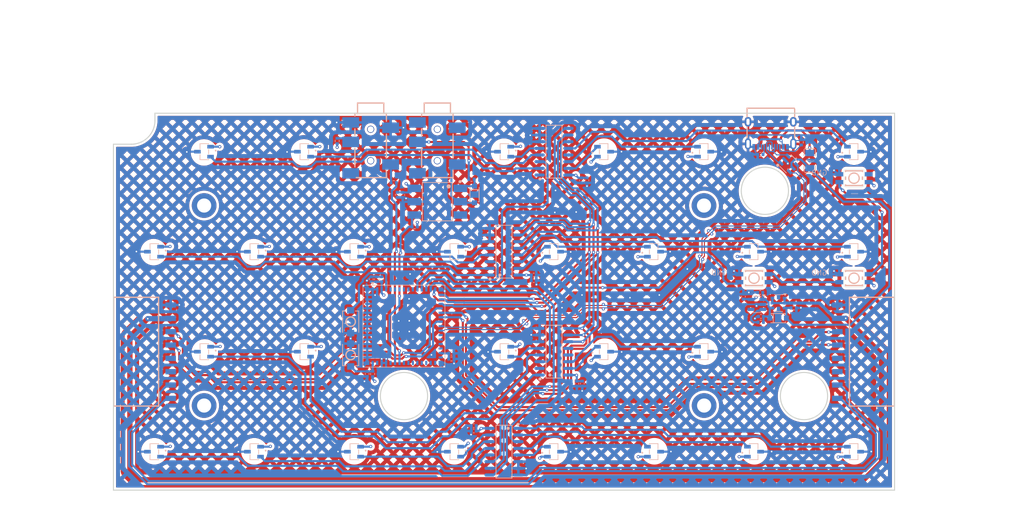
<source format=kicad_pcb>
(kicad_pcb (version 20241229) (generator "pcbnew") (generator_version "9.0")
  (layers (0 "F.Cu" signal) (4 "In1.Cu" power) (6 "In2.Cu" power) (2 "B.Cu" signal) (13 "F.Paste" user) (15 "B.Paste" user) (5 "F.SilkS" user "F.Silkscreen") (7 "B.SilkS" user "B.Silkscreen") (1 "F.Mask" user) (3 "B.Mask" user) (25 "Edge.Cuts" user))
  (net 0 "")
  (net 26 "Net-(H0-VOUT)")
  (net 27 "GND")
  (net 28 "+3V3")
  (net 29 "Net-(H1-VOUT)")
  (net 30 "Net-(H2-VOUT)")
  (net 31 "Net-(H3-VOUT)")
  (net 32 "Net-(H4-VOUT)")
  (net 33 "Net-(H5-VOUT)")
  (net 34 "Net-(H6-VOUT)")
  (net 35 "Net-(H7-VOUT)")
  (net 38 "Net-(H10-VOUT)")
  (net 39 "Net-(H11-VOUT)")
  (net 40 "Net-(H12-VOUT)")
  (net 42 "Net-(H14-VOUT)")
  (net 43 "Net-(H15-VOUT)")
  (net 44 "Net-(H16-VOUT)")
  (net 45 "Net-(H17-VOUT)")
  (net 46 "Net-(H18-VOUT)")
  (net 47 "Net-(H19-VOUT)")
  (net 48 "Net-(H20-VOUT)")
  (net 49 "Net-(H21-VOUT)")
  (net 50 "Net-(H22-VOUT)")
  (net 51 "Net-(H23-VOUT)")
  (net 52 "Net-(H24-VOUT)")
  (net 54 "Net-(H26-VOUT)")
  (net 55 "Net-(H27-VOUT)")
  (net 56 "Net-(H28-VOUT)")
  (net 57 "Net-(H30-VOUT)")
  (net 58 "Net-(H31-VOUT)")
  (net 59 "R1_OUT")
  (net 60 "R2_OUT")
  (net 61 "R3_OUT")
  (net 62 "R4_OUT")
  (net 65 "Net-(CN1-Pad4)")
  (net 66 "Net-(CN1-Pad3)")
  (net 70 "Net-(CN2-Pad3)")
  (net 71 "USB_VBUS")
  (net 72 "HEADER_VBUS")
  (net 73 "MIDI_0_RX")
  (net 74 "MIDI_1_RX")
  (net 76 "VBUS")
  (net 77 "ESP_RST")
  (net 78 "ESP_DBLTAP")
  (net 79 "DP")
  (net 80 "DN")
  (net 81 "Net-(F1-Pad1)")
  (net 82 "Net-(U2-EN)")
  (net 83 "ESP_BOOT0")
  (net 84 "SEL_B")
  (net 85 "SEL_C")
  (net 86 "SEL_A")
  (net 88 "Net-(U10-CAT)")
  (net 89 "Net-(U10-AN)")
  (net 90 "DP_PRE")
  (net 91 "DN_PRE")
  (net 92 "Net-(USB1-CC1)")
  (net 93 "Net-(USB1-CC2)")
  (net 96 "AUDIO_L_IN")
  (net 97 "SMIDI_0_TX")
  (net 98 "AUDIO_R_IN")
  (net 99 "SMIDI_0_RX")
  (net 100 "MIDI_1_TX")
  (net 101 "MIDI_0_TX")
  (net 102 "Net-(LED1-DIN)")
  (net 103 "Net-(LED1-DOUT)")
  (net 104 "NEO")
  (footprint "MountingHole:MountingHole_2.7mm_M2.5_DIN965_Pad" (layer "F.Cu") (at 57.1754 38.8366)
    (property "Reference" "REF**" (hide yes))
    (property "Value" "MountingHole_2.7mm_M2.5_DIN965_Pad")
  )
  (footprint "MountingHole:MountingHole_2.7mm_M2.5_DIN965_Pad" (layer "F.Cu") (at 152.4254 76.9366)
    (property "Reference" "REF**" (hide yes))
    (property "Value" "MountingHole_2.7mm_M2.5_DIN965_Pad")
  )
  (footprint "MountingHole:MountingHole_2.7mm_M2.5_DIN965_Pad" (layer "F.Cu") (at 152.4 38.8366)
    (property "Reference" "REF**" (hide yes))
    (property "Value" "MountingHole_2.7mm_M2.5_DIN965_Pad")
  )
  (footprint "MountingHole:MountingHole_2.7mm_M2.5_DIN965_Pad" (layer "F.Cu") (at 57.1754 76.9366)
    (property "Reference" "REF**" (hide yes))
    (property "Value" "MountingHole_2.7mm_M2.5_DIN965_Pad")
  )
  (footprint "Capacitor_SMD:C_0402_1005Metric" (layer "B.Cu") (at 119.97 53.12 180)
    (property "Reference" "C2" (hide yes))
    (property "Value" "100n")
  )
  (footprint "RF_Module:ESP32-S2-MINI-1U" (layer "B.Cu") (at 95.2418 61.8132 -90)
    (property "Reference" "U1" (hide yes))
    (property "Value" "ESP32-S3-MINI-1U" (hide yes))
  )
  (footprint "Resistor_SMD:R_0402_1005Metric" (layer "B.Cu") (at 104.28 68.06)
    (property "Reference" "R58" (hide yes))
    (property "Value" "1M")
  )
  (footprint "easyeda2kicad:SOD-123FL_L2.8-W1.7-LS3.6-RD" (layer "B.Cu") (at 166.5169 60.2844)
    (property "Reference" "U3" (hide yes))
    (property "Value" "SBR3U40S1F-7")
  )
  (footprint "Resistor_SMD:R_0402_1005Metric" (layer "B.Cu") (at 89.28 70.92 -90)
    (property "Reference" "R47" (hide yes))
    (property "Value" "5.1k")
  )
  (footprint "Capacitor_SMD:C_0402_1005Metric" (layer "B.Cu") (at 159.91 56.18 90)
    (property "Reference" "C24" (hide yes))
    (property "Value" "10u")
  )
  (footprint "Capacitor_SMD:C_0402_1005Metric" (layer "B.Cu") (at 93.98 36.8 90)
    (property "Reference" "C3" (hide yes))
    (property "Value" "100n")
  )
  (footprint "Resistor_SMD:R_0402_1005Metric" (layer "B.Cu") (at 163.21 61.07)
    (property "Reference" "R4" (hide yes))
    (property "Value" "10K")
  )
  (footprint "Capacitor_SMD:C_0402_1005Metric" (layer "B.Cu") (at 104.26 66.99)
    (property "Reference" "C47" (hide yes))
    (property "Value" "1u")
  )
  (footprint "easyeda2kicad:SOT-23-3_L2.9-W1.6-P1.90-LS2.8-BR-CW" (layer "B.Cu") (at 57.15 28.575)
    (property "Reference" "H31" (hide yes))
    (property "Value" "SLSS49E-3")
  )
  (footprint "Capacitor_SMD:C_0402_1005Metric" (layer "B.Cu") (at 88.24 70.91 -90)
    (property "Reference" "C43" (hide yes))
    (property "Value" "1u")
  )
  (footprint "easyeda2kicad:AUDIO-SMD_PJ-327A5JJ" (layer "B.Cu") (at 101.6 27.8578 180)
    (property "Reference" "CN2" (hide yes))
    (property "Value" "MIDI IN")
  )
  (footprint "easyeda2kicad:SOT-23-3_L2.9-W1.6-P1.90-LS2.8-BR-CW" (layer "B.Cu") (at 152.4215 28.57 180)
    (property "Reference" "H26" (hide yes))
    (property "Value" "SLSS49E-3")
  )
  (footprint "Resistor_SMD:R_0402_1005Metric" (layer "B.Cu") (at 82.52 26.53 90)
    (property "Reference" "R23" (hide yes))
    (property "Value" "33")
  )
  (footprint "easyeda2kicad:SOT-23-3_L2.9-W1.6-P1.90-LS2.8-BR-CW" (layer "B.Cu") (at 85.725 47.625)
    (property "Reference" "H21" (hide yes))
    (property "Value" "SLSS49E-3")
  )
  (footprint "easyeda2kicad:SOT-23-3_L2.9-W1.6-P1.90-LS2.8-BR-CW" (layer "B.Cu") (at 142.875 47.625 180)
    (property "Reference" "H18" (hide yes))
    (property "Value" "SLSS49E-3")
  )
  (footprint "easyeda2kicad:SOT-23-3_L2.9-W1.6-P1.90-LS2.8-BR-CW" (layer "B.Cu") (at 152.4215 66.67 180)
    (property "Reference" "H10" (hide yes))
    (property "Value" "SLSS49E-3")
  )
  (footprint "easyeda2kicad:SOIC-16_L9.9-W3.9-P1.27-LS6.0-BL" (layer "B.Cu") (at 114.3 85.725 -90)
    (property "Reference" "U4" (hide yes))
    (property "Value" "CD4051BM96")
  )
  (footprint "Capacitor_SMD:C_0402_1005Metric" (layer "B.Cu") (at 90.98 52.88 90)
    (property "Reference" "C46" (hide yes))
    (property "Value" "1u")
  )
  (footprint "Capacitor_SMD:C_0402_1005Metric" (layer "B.Cu") (at 108.54 80.78)
    (property "Reference" "C9" (hide yes))
    (property "Value" "100n")
  )
  (footprint "easyeda2kicad:LED-SMD_L3.2-W2.8-LS5.9_SK6812MINI-E" (layer "B.Cu") (at 161.925 52.675)
    (property "Reference" "LED2" (hide yes))
    (property "Value" "SK6812MINI-E_C5149201")
    (fp_line (start -1.9 -1.3) (end -1.9 1.3) (stroke (width 0.05)) (layer "Edge.Cuts"))
    (fp_line (start -1.5 1.7) (end 1.5 1.7) (stroke (width 0.05)) (layer "Edge.Cuts"))
    (fp_line (start 1.5 -1.7) (end -1.5 -1.7) (stroke (width 0.05)) (layer "Edge.Cuts"))
    (fp_line (start 1.9 1.3) (end 1.9 -1.3) (stroke (width 0.05)) (layer "Edge.Cuts"))
    (fp_arc (start -1.9 -1.3) (mid -1.782843 -1.582843) (end -1.5 -1.7) (stroke (width 0.05)) (layer "Edge.Cuts"))
    (fp_arc (start -1.5 1.7) (mid -1.782843 1.582843) (end -1.9 1.3) (stroke (width 0.05)) (layer "Edge.Cuts"))
    (fp_arc (start 1.5 -1.7) (mid 1.782843 -1.582843) (end 1.9 -1.3) (stroke (width 0.05)) (layer "Edge.Cuts"))
    (fp_arc (start 1.9 1.3) (mid 1.782843 1.582843) (end 1.5 1.7) (stroke (width 0.05)) (layer "Edge.Cuts"))
  )
  (footprint "easyeda2kicad:SOT-23-3_L2.9-W1.6-P1.90-LS2.8-BR-CW" (layer "B.Cu") (at 142.875 85.725 180)
    (property "Reference" "H2" (hide yes))
    (property "Value" "SLSS49E-3")
  )
  (footprint "easyeda2kicad:SOT-23-3_L2.9-W1.6-P1.90-LS2.8-BR-CW" (layer "B.Cu") (at 114.3215 28.575)
    (property "Reference" "H28" (hide yes))
    (property "Value" "SLSS49E-3")
  )
  (footprint "easyeda2kicad:SOT-23-3_L2.9-W1.6-P1.90-LS2.8-BR-CW" (layer "B.Cu") (at 161.925 85.725 180)
    (property "Reference" "H1" (hide yes))
    (property "Value" "SLSS49E-3")
  )
  (footprint "easyeda2kicad:HDR-SMD_8P-P2.54-H-F-L11.5" (layer "B.Cu") (at 50.8 66.675 90)
    (property "Reference" "J2" (hide yes))
    (property "Value" "Conn_01x08" (hide yes))
  )
  (footprint "easyeda2kicad:SOT-23-3_L2.9-W1.6-P1.90-LS2.8-BR-CW" (layer "B.Cu") (at 76.2 66.67)
    (property "Reference" "H14" (hide yes))
    (property "Value" "SLSS49E-3")
  )
  (footprint "easyeda2kicad:SOT-23-3_L2.9-W1.6-P1.90-LS2.8-BR-CW" (layer "B.Cu") (at 104.775 47.625)
    (property "Reference" "H20" (hide yes))
    (property "Value" "SLSS49E-3")
  )
  (footprint "Capacitor_SMD:C_0402_1005Metric" (layer "B.Cu") (at 119.97 52.08)
    (property "Reference" "C10" (hide yes))
    (property "Value" "10u")
  )
  (footprint "Resistor_SMD:R_0402_1005Metric" (layer "B.Cu") (at 163.13 29.09)
    (property "Reference" "R3" (hide yes))
    (property "Value" "5.1k")
  )
  (footprint "easyeda2kicad:AUDIO-SMD_PJ-327A5JJ" (layer "B.Cu") (at 88.9 27.8578 180)
    (property "Reference" "CN1" (hide yes))
    (property "Value" "MIDI OUT")
  )
  (footprint "easyeda2kicad:SOT-23-3_L2.9-W1.6-P1.90-LS2.8-BR-CW" (layer "B.Cu") (at 133.35 28.575 180)
    (property "Reference" "H27" (hide yes))
    (property "Value" "SLSS49E-3")
  )
  (footprint "easyeda2kicad:SMD-6_L7.3-W6.5-P2.54-LS10.2-BL" (layer "B.Cu") (at 101.6 38.1 -90)
    (property "Reference" "U10" (hide yes))
    (property "Value" "H11L1S(TA)")
  )
  (footprint "Package_TO_SOT_SMD:SOT-23-5" (layer "B.Cu") (at 162.4783 57.6682 180)
    (property "Reference" "U2" (hide yes))
    (property "Value" "AP2112K-3.3")
  )
  (footprint "Capacitor_SMD:C_0402_1005Metric" (layer "B.Cu") (at 90 52.88 90)
    (property "Reference" "C45" (hide yes))
    (property "Value" "10u")
  )
  (footprint "easyeda2kicad:SOT-23-3_L2.9-W1.6-P1.90-LS2.8-BR-CW" (layer "B.Cu") (at 133.35 66.675 180)
    (property "Reference" "H11" (hide yes))
    (property "Value" "SLSS49E-3")
  )
  (footprint "Package_SO:TSOP-6_1.65x3.05mm_P0.95mm" (layer "B.Cu") (at 166.5931 57.4142 180)
    (property "Reference" "Q1" (hide yes))
    (property "Value" "IRFTS9342PBF")
  )
  (footprint "Capacitor_SMD:C_0402_1005Metric" (layer "B.Cu") (at 129.05 34.04 90)
    (property "Reference" "C5" (hide yes))
    (property "Value" "100n")
  )
  (footprint "easyeda2kicad:SOT-23-3_L2.9-W1.6-P1.90-LS2.8-BR-CW" (layer "B.Cu") (at 57.15 66.675)
    (property "Reference" "H15" (hide yes))
    (property "Value" "SLSS49E-3")
  )
  (footprint "easyeda2kicad:SOT-23-3_L2.9-W1.6-P1.90-LS2.8-BR-CW" (layer "B.Cu") (at 47.625 85.725)
    (property "Reference" "H7" (hide yes))
    (property "Value" "SLSS49E-3")
  )
  (footprint "easyeda2kicad:SOT-23-3_L2.9-W1.6-P1.90-LS2.8-BR-CW" (layer "B.Cu") (at 85.725 85.725)
    (property "Reference" "H5" (hide yes))
    (property "Value" "SLSS49E-3")
  )
  (footprint "Capacitor_SMD:C_0402_1005Metric" (layer "B.Cu") (at 128.17 72.77 90)
    (property "Reference" "C7" (hide yes))
    (property "Value" "100n")
  )
  (footprint "easyeda2kicad:LED-SMD_L3.2-W2.8-LS5.9_SK6812MINI-E" (layer "B.Cu") (at 180.975 33.625)
    (property "Reference" "LED3" (hide yes))
    (property "Value" "SK6812MINI-E_C5149201")
    (fp_line (start -1.9 -1.3) (end -1.9 1.3) (stroke (width 0.05)) (layer "Edge.Cuts"))
    (fp_line (start -1.5 1.7) (end 1.5 1.7) (stroke (width 0.05)) (layer "Edge.Cuts"))
    (fp_line (start 1.5 -1.7) (end -1.5 -1.7) (stroke (width 0.05)) (layer "Edge.Cuts"))
    (fp_line (start 1.9 1.3) (end 1.9 -1.3) (stroke (width 0.05)) (layer "Edge.Cuts"))
    (fp_arc (start -1.9 -1.3) (mid -1.782843 -1.582843) (end -1.5 -1.7) (stroke (width 0.05)) (layer "Edge.Cuts"))
    (fp_arc (start -1.5 1.7) (mid -1.782843 1.582843) (end -1.9 1.3) (stroke (width 0.05)) (layer "Edge.Cuts"))
    (fp_arc (start 1.5 -1.7) (mid 1.782843 -1.582843) (end 1.9 -1.3) (stroke (width 0.05)) (layer "Edge.Cuts"))
    (fp_arc (start 1.9 1.3) (mid 1.782843 1.582843) (end 1.5 1.7) (stroke (width 0.05)) (layer "Edge.Cuts"))
  )
  (footprint "easyeda2kicad:SOT-23-3_L2.9-W1.6-P1.90-LS2.8-BR-CW" (layer "B.Cu") (at 123.825 47.625 180)
    (property "Reference" "H19" (hide yes))
    (property "Value" "SLSS49E-3")
  )
  (footprint "Capacitor_SMD:C_0402_1005Metric" (layer "B.Cu") (at 163.25 59.96 180)
    (property "Reference" "C23" (hide yes))
    (property "Value" "10u")
  )
  (footprint "easyeda2kicad:SOT-23-3_L2.9-W1.6-P1.90-LS2.8-BR-CW" (layer "B.Cu") (at 104.775 85.725)
    (property "Reference" "H4" (hide yes))
    (property "Value" "SLSS49E-3")
  )
  (footprint "easyeda2kicad:SOIC-16_L9.9-W3.9-P1.27-LS6.0-BL" (layer "B.Cu") (at 123.825 66.675 90)
    (property "Reference" "U5" (hide yes))
    (property "Value" "CD4051BM96")
  )
  (footprint "Resistor_SMD:R_0402_1005Metric" (layer "B.Cu") (at 97.28 42.8752)
    (property "Reference" "R21" (hide yes))
    (property "Value" "470")
  )
  (footprint "easyeda2kicad:F1206" (layer "B.Cu") (at 172.5422 30.279 -90)
    (property "Reference" "F1" (hide yes))
    (property "Value" "JK-NSMD050-30V")
  )
  (footprint "easyeda2kicad:SOT-23-3_L2.9-W1.6-P1.90-LS2.8-BR-CW" (layer "B.Cu") (at 180.975 85.725 180)
    (property "Reference" "H0" (hide yes))
    (property "Value" "SLSS49E-3")
  )
  (footprint "easyeda2kicad:SOIC-16_L9.9-W3.9-P1.27-LS6.0-BL" (layer "B.Cu") (at 114.3 47.625 90)
    (property "Reference" "U6" (hide yes))
    (property "Value" "CD4051BM96")
  )
  (footprint "easyeda2kicad:HDR-SMD_8P-P2.54-H-F-L11.5" (layer "B.Cu") (at 177.8075 66.675 -90)
    (property "Reference" "J3" (hide yes))
    (property "Value" "Conn_01x08" (hide yes))
  )
  (footprint "easyeda2kicad:SOT-23-6_L2.9-W1.6-P0.95-LS2.8-BL" (layer "B.Cu") (at 168.543421 30.898124 45)
    (property "Reference" "D2" (hide yes))
    (property "Value" "USBLC6-2SC6")
  )
  (footprint "easyeda2kicad:SOT-23-3_L2.9-W1.6-P1.90-LS2.8-BR-CW" (layer "B.Cu") (at 114.3215 66.675)
    (property "Reference" "H12" (hide yes))
    (property "Value" "SLSS49E-3")
  )
  (footprint "Capacitor_SMD:C_0402_1005Metric" (layer "B.Cu") (at 108.54 81.78 180)
    (property "Reference" "C1" (hide yes))
    (property "Value" "10u")
  )
  (footprint "easyeda2kicad:SOIC-16_L9.9-W3.9-P1.27-LS6.0-BL" (layer "B.Cu") (at 123.825 28.575 90)
    (property "Reference" "U7" (hide yes))
    (property "Value" "CD4051BM96")
  )
  (footprint "easyeda2kicad:SOT-23-3_L2.9-W1.6-P1.90-LS2.8-BR-CW" (layer "B.Cu") (at 180.975 47.625 180)
    (property "Reference" "H16" (hide yes))
    (property "Value" "SLSS49E-3")
  )
  (footprint "Capacitor_SMD:C_0402_1005Metric" (layer "B.Cu") (at 130.1 34.03 -90)
    (property "Reference" "C6" (hide yes))
    (property "Value" "10u")
  )
  (footprint "easyeda2kicad:LED-SMD_L3.2-W2.8-LS5.9_SK6812MINI-E" (layer "B.Cu") (at 180.975 52.675)
    (property "Reference" "LED1" (hide yes))
    (property "Value" "SK6812MINI-E_C5149201")
    (fp_line (start -1.9 -1.3) (end -1.9 1.3) (stroke (width 0.05)) (layer "Edge.Cuts"))
    (fp_line (start -1.5 1.7) (end 1.5 1.7) (stroke (width 0.05)) (layer "Edge.Cuts"))
    (fp_line (start 1.5 -1.7) (end -1.5 -1.7) (stroke (width 0.05)) (layer "Edge.Cuts"))
    (fp_line (start 1.9 1.3) (end 1.9 -1.3) (stroke (width 0.05)) (layer "Edge.Cuts"))
    (fp_arc (start -1.9 -1.3) (mid -1.782843 -1.582843) (end -1.5 -1.7) (stroke (width 0.05)) (layer "Edge.Cuts"))
    (fp_arc (start -1.5 1.7) (mid -1.782843 1.582843) (end -1.9 1.3) (stroke (width 0.05)) (layer "Edge.Cuts"))
    (fp_arc (start 1.5 -1.7) (mid 1.782843 -1.582843) (end 1.9 -1.3) (stroke (width 0.05)) (layer "Edge.Cuts"))
    (fp_arc (start 1.9 1.3) (mid 1.782843 1.582843) (end 1.5 1.7) (stroke (width 0.05)) (layer "Edge.Cuts"))
  )
  (footprint "Resistor_SMD:R_0402_1005Metric" (layer "B.Cu") (at 93.29 34.49 180)
    (property "Reference" "R24" (hide yes))
    (property "Value" "10")
  )
  (footprint "Resistor_SMD:R_0402_1005Metric" (layer "B.Cu") (at 170.93 26.79 -90)
    (property "Reference" "R5" (hide yes))
    (property "Value" "5.1k")
  )
  (footprint "easyeda2kicad:SOT-23-3_L2.9-W1.6-P1.90-LS2.8-BR-CW" (layer "B.Cu") (at 47.625 47.625)
    (property "Reference" "H23" (hide yes))
    (property "Value" "SLSS49E-3")
  )
  (footprint "easyeda2kicad:SOT-23-3_L2.9-W1.6-P1.90-LS2.8-BR-CW" (layer "B.Cu") (at 66.675 47.625)
    (property "Reference" "H22" (hide yes))
    (property "Value" "SLSS49E-3")
  )
  (footprint "easyeda2kicad:SW-SMD_L3.9-W3.0-P4.45" (layer "B.Cu") (at 85.09 60.96 -90)
    (property "Reference" "SW3" (hide yes))
    (property "Value" "BOOT0")
  )
  (footprint "easyeda2kicad:SOT-23-3_L2.9-W1.6-P1.90-LS2.8-BR-CW" (layer "B.Cu") (at 161.925 47.625 180)
    (property "Reference" "H17" (hide yes))
    (property "Value" "SLSS49E-3")
  )
  (footprint "easyeda2kicad:SOT-23-3_L2.9-W1.6-P1.90-LS2.8-BR-CW" (layer "B.Cu") (at 76.2 28.575)
    (property "Reference" "H30" (hide yes))
    (property "Value" "SLSS49E-3")
  )
  (footprint "easyeda2kicad:SOT-23-3_L2.9-W1.6-P1.90-LS2.8-BR-CW" (layer "B.Cu") (at 66.675 85.725)
    (property "Reference" "H6" (hide yes))
    (property "Value" "SLSS49E-3")
  )
  (footprint "easyeda2kicad:SW-SMD_L3.9-W3.0-P4.45" (layer "B.Cu") (at 85.09 67.31 90)
    (property "Reference" "SW4" (hide yes))
    (property "Value" "RST")
  )
  (footprint "Resistor_SMD:R_0402_1005Metric" (layer "B.Cu") (at 169.49 58.34)
    (property "Reference" "R7" (hide yes))
    (property "Value" "10K")
  )
  (footprint "Resistor_SMD:R_0402_1005Metric" (layer "B.Cu") (at 108.1044 33.8328 180)
    (property "Reference" "R22" (hide yes))
    (property "Value" "470")
  )
  (footprint "Capacitor_SMD:C_0402_1005Metric" (layer "B.Cu") (at 89.01 52.88 90)
    (property "Reference" "C44" (hide yes))
    (property "Value" "10u")
  )
  (footprint "easyeda2kicad:SOT-23-3_L2.9-W1.6-P1.90-LS2.8-BR-CW" (layer "B.Cu") (at 180.975 28.575 180)
    (property "Reference" "H24" (hide yes))
    (property "Value" "SLSS49E-3")
  )
  (footprint "Capacitor_SMD:C_0402_1005Metric" (layer "B.Cu") (at 95.01 36.82 -90)
    (property "Reference" "C8" (hide yes))
    (property "Value" "10u")
  )
  (footprint "Capacitor_SMD:C_0402_1005Metric" (layer "B.Cu") (at 163.11 55.4 180)
    (property "Reference" "C25" (hide yes))
    (property "Value" "10u")
  )
  (footprint "Capacitor_SMD:C_0402_1005Metric" (layer "B.Cu") (at 129.21 72.76 -90)
    (property "Reference" "C4" (hide yes))
    (property "Value" "10u")
  )
  (footprint "easyeda2kicad:USB-C-SMD_TYPE-C-6PIN-2MD-073" (layer "B.Cu") (at 165.1 25.2625)
    (property "Reference" "USB1" (hide yes))
    (property "Value" "TYPE-C 16PIN 2MD(073)")
  )
  (footprint "easyeda2kicad:SOD-123FL_L2.8-W1.7-LS3.6-RD" (layer "B.Cu") (at 108.6866 36.7284 -90)
    (property "Reference" "U8" (hide yes))
    (property "Value" "SBR3U40S1F-7")
  )
  (footprint "easyeda2kicad:SOT-23-3_L2.9-W1.6-P1.90-LS2.8-BR-CW" (layer "B.Cu") (at 123.825 85.725 180)
    (property "Reference" "H3" (hide yes))
    (property "Value" "SLSS49E-3")
  )
  (gr_line (start 39.9 27.153905) (end 39.9 93.053905) (stroke (width 0.2)) (layer "Edge.Cuts"))
  (gr_line (start 47.8 21.253905) (end 47.8 22.653905) (stroke (width 0.2)) (layer "Edge.Cuts"))
  (gr_circle (center 164 36.028905) (end 168.5 36.028905) (stroke (width 0.2)) (fill no) (layer "Edge.Cuts"))
  (gr_circle (center 95.25 75.128905) (end 99.75 75.128905) (stroke (width 0.2)) (fill no) (layer "Edge.Cuts"))
  (gr_line (start 39.9 93.053905) (end 188.7 93.053905) (stroke (width 0.2)) (layer "Edge.Cuts"))
  (gr_line (start 39.9 27.153905) (end 43.3 27.153905) (stroke (width 0.2)) (layer "Edge.Cuts"))
  (gr_line (start 47.8 21.253905) (end 188.7 21.253905) (stroke (width 0.2)) (layer "Edge.Cuts"))
  (gr_circle (center 171.45 75.128905) (end 175.95 75.128905) (stroke (width 0.2)) (fill no) (layer "Edge.Cuts"))
  (gr_arc (start 47.8 22.653905) (mid 46.481981 25.835886) (end 43.3 27.153905) (stroke (width 0.2)) (layer "Edge.Cuts"))
  (gr_line (start 188.7 21.253905) (end 188.7 93.053905) (stroke (width 0.2)) (layer "Edge.Cuts"))
  (segment (start 165.145 84.775) (end 179.725 84.775) (width 0.4) (layer "B.Cu") (net 26))
  (segment (start 117.04 81.275) (end 120.405 81.275) (width 0.4) (layer "B.Cu") (net 26))
  (segment (start 129.115 80.92) (end 129.755 81.56) (width 0.4) (layer "B.Cu") (net 26))
  (segment (start 129.755 81.56) (end 144.39 81.56) (width 0.4) (layer "B.Cu") (net 26))
  (segment (start 120.76 80.92) (end 129.115 80.92) (width 0.4) (layer "B.Cu") (net 26))
  (segment (start 120.405 81.275) (end 120.76 80.92) (width 0.4) (layer "B.Cu") (net 26))
  (segment (start 144.39 81.56) (end 145.62 82.79) (width 0.4) (layer "B.Cu") (net 26))
  (segment (start 145.62 82.79) (end 163.16 82.79) (width 0.4) (layer "B.Cu") (net 26))
  (segment (start 163.16 82.79) (end 165.145 84.775) (width 0.4) (layer "B.Cu") (net 26))
  (via (at 91 68.0362) (size 0.6) (drill 0.3) (layers "F.Cu" "B.Cu") (net 27))
  (via (at 146.1008 85.6996) (size 0.6) (drill 0.3) (layers "F.Cu" "B.Cu") (net 27))
  (via (at 162.1 60.35) (size 0.6) (drill 0.3) (layers "F.Cu" "B.Cu") (net 27))
  (via (at 158.115 51.308) (size 0.6) (drill 0.3) (layers "F.Cu" "B.Cu") (net 27))
  (via (at 165.2778 85.6996) (size 0.6) (drill 0.3) (layers "F.Cu" "B.Cu") (net 27))
  (via (at 176.4538 57.785) (size 0.6) (drill 0.3) (layers "F.Cu" "B.Cu") (net 27))
  (via (at 100.477626 67.281682) (size 0.6) (drill 0.3) (layers "F.Cu" "B.Cu") (net 27))
  (via (at 87.54 54.13) (size 0.6) (drill 0.3) (layers "F.Cu" "B.Cu") (net 27))
  (via (at 184.1754 28.575) (size 0.6) (drill 0.3) (layers "F.Cu" "B.Cu") (net 27))
  (via (at 120.48 53.89) (size 0.6) (drill 0.3) (layers "F.Cu" "B.Cu") (net 27))
  (via (at 94.2385 60.8099) (size 0.6) (drill 0.3) (layers "F.Cu" "B.Cu") (net 27))
  (via (at 136.7028 66.7258) (size 0.6) (drill 0.3) (layers "F.Cu" "B.Cu") (net 27))
  (via (at 138.303 56.388) (size 0.6) (drill 0.3) (layers "F.Cu" "B.Cu") (net 27))
  (via (at 129.159 55.88) (size 0.6) (drill 0.3) (layers "F.Cu" "B.Cu") (net 27))
  (via (at 168.36166 30.82) (size 0.6) (drill 0.3) (layers "F.Cu" "B.Cu") (net 27))
  (via (at 160.94 55.39) (size 0.6) (drill 0.3) (layers "F.Cu" "B.Cu") (net 27))
  (via (at 87.72 72.33) (size 0.6) (drill 0.3) (layers "F.Cu" "B.Cu") (net 27))
  (via (at 102.91 69.5) (size 0.6) (drill 0.3) (layers "F.Cu" "B.Cu") (net 27))
  (via (at 149.225 50.927) (size 0.6) (drill 0.3) (layers "F.Cu" "B.Cu") (net 27))
  (via (at 124.12 35.96) (size 0.6) (drill 0.3) (layers "F.Cu" "B.Cu") (net 27))
  (via (at 129.19 74.15) (size 0.6) (drill 0.3) (layers "F.Cu" "B.Cu") (net 27))
  (via (at 96.41 51.88) (size 0.6) (drill 0.3) (layers "F.Cu" "B.Cu") (net 27))
  (via (at 101.6 85.7504) (size 0.6) (drill 0.3) (layers "F.Cu" "B.Cu") (net 27))
  (via (at 91.8636 68.0362) (size 0.6) (drill 0.3) (layers "F.Cu" "B.Cu") (net 27))
  (via (at 94.2131 62.8419) (size 0.6) (drill 0.3) (layers "F.Cu" "B.Cu") (net 27))
  (via (at 145.9484 47.625) (size 0.6) (drill 0.3) (layers "F.Cu" "B.Cu") (net 27))
  (via (at 110.9726 28.5242) (size 0.6) (drill 0.3) (layers "F.Cu" "B.Cu") (net 27))
  (via (at 96.22 56.61) (size 0.6) (drill 0.3) (layers "F.Cu" "B.Cu") (net 27))
  (via (at 95.1484 24.003) (size 0.6) (drill 0.3) (layers "F.Cu" "B.Cu") (net 27))
  (via (at 44.2722 47.5996) (size 0.6) (drill 0.3) (layers "F.Cu" "B.Cu") (net 27))
  (via (at 155.7274 28.6004) (size 0.6) (drill 0.3) (layers "F.Cu" "B.Cu") (net 27))
  (via (at 73.2028 66.7004) (size 0.6) (drill 0.3) (layers "F.Cu" "B.Cu") (net 27))
  (via (at 119.4816 63.4746) (size 0.6) (drill 0.3) (layers "F.Cu" "B.Cu") (net 27))
  (via (at 72.9742 28.6258) (size 0.6) (drill 0.3) (layers "F.Cu" "B.Cu") (net 27))
  (via (at 63.4492 47.5996) (size 0.6) (drill 0.3) (layers "F.Cu" "B.Cu") (net 27))
  (via (at 119.3038 25.4508) (size 0.6) (drill 0.3) (layers "F.Cu" "B.Cu") (net 27))
  (via (at 127 47.6758) (size 0.6) (drill 0.3) (layers "F.Cu" "B.Cu") (net 27))
  (via (at 82.3722 47.625) (size 0.6) (drill 0.3) (layers "F.Cu" "B.Cu") (net 27))
  (via (at 127 85.7504) (size 0.6) (drill 0.3) (layers "F.Cu" "B.Cu") (net 27))
  (via (at 88.18549 53.13549) (size 0.6) (drill 0.3) (layers "F.Cu" "B.Cu") (net 27))
  (via (at 118.5164 88.9254) (size 0.6) (drill 0.3) (layers "F.Cu" "B.Cu") (net 27))
  (via (at 162.4021 57.9476) (size 0.6) (drill 0.3) (layers "F.Cu" "B.Cu") (net 27))
  (via (at 104.78 68.92) (size 0.6) (drill 0.3) (layers "F.Cu" "B.Cu") (net 27))
  (via (at 89.74 55.9) (size 0.6) (drill 0.3) (layers "F.Cu" "B.Cu") (net 27))
  (via (at 128.05 40.07) (size 0.6) (drill 0.3) (layers "F.Cu" "B.Cu") (net 27))
  (via (at 82.423 23.0124) (size 0.6) (drill 0.3) (layers "F.Cu" "B.Cu") (net 27))
  (via (at 101.5238 47.5996) (size 0.6) (drill 0.3) (layers "F.Cu" "B.Cu") (net 27))
  (via (at 177.165 32.131) (size 0.6) (drill 0.3) (layers "F.Cu" "B.Cu") (net 27))
  (via (at 130.11 35.13) (size 0.6) (drill 0.3) (layers "F.Cu" "B.Cu") (net 27))
  (via (at 54.229 66.7512) (size 0.6) (drill 0.3) (layers "F.Cu" "B.Cu") (net 27))
  (via (at 184.1246 47.625) (size 0.6) (drill 0.3) (layers "F.Cu" "B.Cu") (net 27))
  (via (at 143.891 55.88) (size 0.6) (drill 0.3) (layers "F.Cu" "B.Cu") (net 27))
  (via (at 165.1762 47.625) (size 0.6) (drill 0.3) (layers "F.Cu" "B.Cu") (net 27))
  (via (at 96.2578 62.8292) (size 0.6) (drill 0.3) (layers "F.Cu" "B.Cu") (net 27))
  (via (at 102.984625 55.130375) (size 0.6) (drill 0.3) (layers "F.Cu" "B.Cu") (net 27))
  (via (at 87.53 69.48) (size 0.6) (drill 0.3) (layers "F.Cu" "B.Cu") (net 27))
  (via (at 63.7032 85.725) (size 0.6) (drill 0.3) (layers "F.Cu" "B.Cu") (net 27))
  (via (at 125.349 58.293) (size 0.6) (drill 0.3) (layers "F.Cu" "B.Cu") (net 27))
  (via (at 136.6774 28.575) (size 0.6) (drill 0.3) (layers "F.Cu" "B.Cu") (net 27))
  (via (at 82.677 85.6996) (size 0.6) (drill 0.3) (layers "F.Cu" "B.Cu") (net 27))
  (via (at 53.8734 28.6258) (size 0.6) (drill 0.3) (layers "F.Cu" "B.Cu") (net 27))
  (via (at 177.165 51.308) (size 0.6) (drill 0.3) (layers "F.Cu" "B.Cu") (net 27))
  (via (at 155.829 66.675) (size 0.6) (drill 0.3) (layers "F.Cu" "B.Cu") (net 27))
  (via (at 95.64 37.47) (size 0.6) (drill 0.3) (layers "F.Cu" "B.Cu") (net 27))
  (via (at 52.451 57.7596) (size 0.6) (drill 0.3) (layers "F.Cu" "B.Cu") (net 27))
  (via (at 170.86 58.32) (size 0.6) (drill 0.3) (layers "F.Cu" "B.Cu") (net 27))
  (via (at 96.2578 60.7972) (size 0.6) (drill 0.3) (layers "F.Cu" "B.Cu") (net 27))
  (via (at 44.6278 85.725) (size 0.6) (drill 0.3) (layers "F.Cu" "B.Cu") (net 27))
  (via (at 85.09 64.17) (size 0.6) (drill 0.3) (layers "F.Cu" "B.Cu") (net 27))
  (via (at 184.2516 85.6996) (size 0.6) (drill 0.3) (layers "F.Cu" "B.Cu") (net 27))
  (via (at 108.02 82.47) (size 0.6) (drill 0.3) (layers "F.Cu" "B.Cu") (net 27))
  (via (at 123.98 40.15) (size 0.6) (drill 0.3) (layers "F.Cu" "B.Cu") (net 27))
  (via (at 111.2774 66.7258) (size 0.6) (drill 0.3) (layers "F.Cu" "B.Cu") (net 27))
  (segment (start 162.37 60.12) (end 162.53 59.96) (width 0.4) (layer "B.Cu") (net 27))
  (segment (start 162.4021 57.9476) (end 162.6815 57.6682) (width 0.4) (layer "B.Cu") (net 27))
  (segment (start 121.085 64.775) (end 121.085 63.505) (width 0.4) (layer "B.Cu") (net 27))
  (segment (start 162.6815 57.6682) (end 163.7936 57.6682) (width 0.4) (layer "B.Cu") (net 27))
  (segment (start 90.1418 55.534) (end 90.1418 54.8132) (width 0.4) (layer "B.Cu") (net 27))
  (segment (start 168.3 27.6575) (end 168.855 27.6575) (width 0.4) (layer "B.Cu") (net 27))
  (segment (start 182.225 28.575) (end 184.1754 28.575) (width 0.4) (layer "B.Cu") (net 27))
  (segment (start 130.1 34.51) (end 130.1 35.12) (width 0.4) (layer "B.Cu") (net 27))
  (segment (start 121.085 25.405) (end 121.085 26.675) (width 0.4) (layer "B.Cu") (net 27))
  (segment (start 117.04 88.895) (end 118.486 88.895) (width 0.4) (layer "B.Cu") (net 27))
  (segment (start 130.09 34.52) (end 130.1 34.51) (width 0.4) (layer "B.Cu") (net 27))
  (segment (start 55.905 66.67) (end 55.9 66.675) (width 0.4) (layer "B.Cu") (net 27))
  (segment (start 168.36166 30.66826) (end 167.778351 30.084951) (width 0.4) (layer "B.Cu") (net 27))
  (segment (start 54.3052 66.675) (end 54.229 66.7512) (width 0.4) (layer "B.Cu") (net 27))
  (segment (start 89.74 55.9) (end 89.7758 55.9) (width 0.4) (layer "B.Cu") (net 27))
  (segment (start 117.04 87.625) (end 117.04 88.895) (width 0.4) (layer "B.Cu") (net 27))
  (segment (start 159.125 51.925) (end 158.732 51.925) (width 0.4) (layer "B.Cu") (net 27))
  (segment (start 184.2262 85.725) (end 184.2516 85.6996) (width 0.4) (layer "B.Cu") (net 27))
  (segment (start 170.84 58.34) (end 170.86 58.32) (width 0.4) (layer "B.Cu") (net 27))
  (segment (start 159.97 55.7) (end 160.32 55.35) (width 0.4) (layer "B.Cu") (net 27))
  (segment (start 136.652 66.675) (end 136.7028 66.7258) (width 0.4) (layer "B.Cu") (net 27))
  (segment (start 104.74 66.99) (end 104.74 68.01) (width 0.4) (layer "B.Cu") (net 27))
  (segment (start 167.778351 30.084951) (end 167.730248 30.084951) (width 0.4) (layer "B.Cu") (net 27))
  (segment (start 178.175 32.875) (end 177.909 32.875) (width 0.4) (layer "B.Cu") (net 27))
  (segment (start 162.124 28.4935) (end 162.124 28.184) (width 0.2) (layer "B.Cu") (net 27))
  (segment (start 178.175 51.925) (end 177.782 51.925) (width 0.4) (layer "B.Cu") (net 27))
  (segment (start 162.53 59.96) (end 162.77 59.96) (width 0.4) (layer "B.Cu") (net 27))
  (segment (start 95.2418 61.8132) (end 96.2578 62.8292) (width 0.4) (layer "B.Cu") (net 27))
  (segment (start 170.93 26.28) (end 170.75 26.46) (width 0.2) (layer "B.Cu") (net 27))
  (segment (start 162.62 29.09) (end 162.16 28.63) (width 0.2) (layer "B.Cu") (net 27))
  (segment (start 160.95 55.4) (end 160.94 55.39) (width 0.4) (layer "B.Cu") (net 27))
  (segment (start 85.09 64.17) (end 85.09 63.14) (width 0.4) (layer "B.Cu") (net 27))
  (segment (start 103.525 85.725) (end 101.6254 85.725) (width 0.4) (layer "B.Cu") (net 27))
  (segment (start 85.1 23.0078) (end 82.4276 23.0078) (width 0.4) (layer "B.Cu") (net 27))
  (segment (start 111.0234 28.575) (end 110.9726 28.5242) (width 0.4) (layer "B.Cu") (net 27))
  (segment (start 90.9918 68.0444) (end 91 68.0362) (width 0.4) (layer "B.Cu") (net 27))
  (segment (start 85.09 65.13) (end 85.09 64.17) (width 0.4) (layer "B.Cu") (net 27))
  (segment (start 91.8418 68.058) (end 91.8636 68.0362) (width 0.4) (layer "B.Cu") (net 27))
  (segment (start 102.2418 54.8132) (end 102.66745 54.8132) (width 0.4) (layer "B.Cu") (net 27))
  (segment (start 116.464 90.165) (end 117.04 90.165) (width 0.4) (layer "B.Cu") (net 27))
  (segment (start 96.5962 38.1) (end 97.22 38.1) (width 0.4) (layer "B.Cu") (net 27))
  (segment (start 74.95 66.67) (end 73.2332 66.67) (width 0.4) (layer "B.Cu") (net 27))
  (segment (start 113.0715 28.575) (end 111.0234 28.575) (width 0.4) (layer "B.Cu") (net 27))
  (segment (start 120.45 53.12) (end 120.45 52.08) (width 0.4) (layer "B.Cu") (net 27))
  (segment (start 84.475 47.625) (end 82.3722 47.625) (width 0.4) (layer "B.Cu") (net 27))
  (segment (start 82.7024 85.725) (end 82.677 85.6996) (width 0.4) (layer "B.Cu") (net 27))
  (segment (start 134.6 28.575) (end 136.6774 28.575) (width 0.4) (layer "B.Cu") (net 27))
  (segment (start 102.66745 54.8132) (end 102.984625 55.130375) (width 0.4) (layer "B.Cu") (net 27))
  (segment (start 65.425 85.725) (end 63.7032 85.725) (width 0.4) (layer "B.Cu") (net 27))
  (segment (start 88.1968 68.8132) (end 87.53 69.48) (width 0.4) (layer "B.Cu") (net 27))
  (segment (start 162.4043 57.9498) (end 162.4021 57.9476) (width 0.4) (layer "B.Cu") (net 27))
  (segment (start 155.697 28.57) (end 155.7274 28.6004) (width 0.4) (layer "B.Cu") (net 27))
  (segment (start 88.89103 52.4) (end 88.18549 53.10554) (width 0.4) (layer "B.Cu") (net 27))
  (segment (start 163.175 85.725) (end 165.2524 85.725) (width 0.4) (layer "B.Cu") (net 27))
  (segment (start 177.909 32.875) (end 177.165 32.131) (width 0.4) (layer "B.Cu") (net 27))
  (segment (start 111.56 44.455) (end 111.56 43.185) (width 0.4) (layer "B.Cu") (net 27))
  (segment (start 95.9662 37.47) (end 96.5962 38.1) (width 0.4) (layer "B.Cu") (net 27))
  (segment (start 162.124 28.184) (end 161.8975 27.9575) (width 0.2) (layer "B.Cu") (net 27))
  (segment (start 103.525 47.625) (end 101.5492 47.625) (width 0.4) (layer "B.Cu") (net 27))
  (segment (start 87.72 72.33) (end 87.73 72.33) (width 0.4) (layer "B.Cu") (net 27))
  (segment (start 89.01 52.4) (end 90 52.4) (width 0.4) (layer "B.Cu") (net 27))
  (segment (start 134.6 66.675) (end 136.652 66.675) (width 0.4) (layer "B.Cu") (net 27))
  (segment (start 55.9 66.675) (end 54.3052 66.675) (width 0.4) (layer "B.Cu") (net 27))
  (segment (start 161.8975 27.9575) (end 161.8975 27.6575) (width 0.2) (layer "B.Cu") (net 27))
  (segment (start 153.6715 66.67) (end 155.824 66.67) (width 0.4) (layer "B.Cu") (net 27))
  (segment (start 65.425 47.625) (end 63.4746 47.625) (width 0.4) (layer "B.Cu") (net 27))
  (segment (start 94.2385 60.8099) (end 95.2418 61.8132) (width 0.4) (layer "B.Cu") (net 27))
  (segment (start 82.4276 23.0078) (end 82.423 23.0124) (width 0.4) (layer "B.Cu") (net 27))
  (segment (start 163.175 47.625) (end 165.1762 47.625) (width 0.4) (layer "B.Cu") (net 27))
  (segment (start 84.475 85.725) (end 82.7024 85.725) (width 0.4) (layer "B.Cu") (net 27))
  (segment (start 129.05 34.52) (end 130.09 34.52) (width 0.4) (layer "B.Cu") (net 27))
  (segment (start 95.2418 61.8132) (end 96.8918 61.8132) (width 0.4) (layer "B.Cu") (net 27))
  (segment (start 121.085 24.135) (end 121.085 25.405) (width 0.4) (layer "B.Cu") (net 27))
  (segment (start 120.45 53.12) (end 120.45 53.86) (width 0.4) (layer "B.Cu") (net 27))
  (segment (start 162.1 60.35) (end 162.33 60.12) (width 0.4) (layer "B.Cu") (net 27))
  (segment (start 88.18549 53.10554) (end 88.18549 53.13549) (width 0.4) (layer "B.Cu") (net 27))
  (segment (start 130.1 35.12) (end 130.11 35.13) (width 0.4) (layer "B.Cu") (net 27))
  (segment (start 162.16 28.63) (end 162.16 28.4935) (width 0.2) (layer "B.Cu") (net 27))
  (segment (start 88.2418 68.8132) (end 88.1968 68.8132) (width 0.4) (layer "B.Cu") (net 27))
  (segment (start 120.45 53.86) (end 120.48 53.89) (width 0.4) (layer "B.Cu") (net 27))
  (segment (start 177.782 51.925) (end 177.165 51.308) (width 0.4) (layer "B.Cu") (net 27))
  (segment (start 89.2918 54.8132) (end 88.2418 54.8132) (width 0.4) (layer "B.Cu") (net 27))
  (segment (start 159.91 55.7) (end 159.97 55.7) (width 0.4) (layer "B.Cu") (net 27))
  (segment (start 95.1436 24.0078) (end 95.1484 24.003) (width 0.4) (layer "B.Cu") (net 27))
  (segment (start 121.085 62.235) (end 121.085 63.505) (width 0.4) (layer "B.Cu") (net 27))
  (segment (start 50.8 57.785) (end 52.4256 57.785) (width 0.4) (layer "B.Cu") (net 27))
  (segment (start 117.04 90.165) (end 117.04 88.895) (width 0.4) (layer "B.Cu") (net 27))
  (segment (start 153.6715 28.57) (end 155.697 28.57) (width 0.4) (layer "B.Cu") (net 27))
  (segment (start 111.56 45.725) (end 111.56 44.455) (width 0.4) (layer "B.Cu") (net 27))
  (segment (start 104.79 68.06) (end 104.79 68.91) (width 0.4) (layer "B.Cu") (net 27))
  (segment (start 89.01 52.4) (end 88.89103 52.4) (width 0.4) (layer "B.Cu") (net 27))
  (segment (start 126.9492 47.625) (end 127 47.6758) (width 0.4) (layer "B.Cu") (net 27))
  (segment (start 129.21 74.13) (end 129.19 74.15) (width 0.4) (layer "B.Cu") (net 27))
  (segment (start 162.33 60.12) (end 162.37 60.12) (width 0.4) (layer "B.Cu") (net 27))
  (segment (start 155.824 66.67) (end 155.829 66.675) (width 0.4) (layer "B.Cu") (net 27))
  (segment (start 94.2131 62.8419) (end 95.2418 61.8132) (width 0.4) (layer "B.Cu") (net 27))
  (segment (start 161.345 27.6575) (end 160.78 27.0925) (width 0.4) (layer "B.Cu") (net 27))
  (segment (start 46.375 85.725) (end 46.101 85.725) (width 0.4) (layer "B.Cu") (net 27))
  (segment (start 113.0715 66.675) (end 111.3282 66.675) (width 0.4) (layer "B.Cu") (net 27))
  (segment (start 119.512 63.505) (end 119.4816 63.4746) (width 0.4) (layer "B.Cu") (net 27))
  (segment (start 44.2976 47.625) (end 44.2722 47.5996) (width 0.4) (layer "B.Cu") (net 27))
  (segment (start 169.42 26.56) (end 169.42 27.0925) (width 0.2) (layer "B.Cu") (net 27))
  (segment (start 90.9918 68.8132) (end 90.9918 68.0444) (width 0.4) (layer "B.Cu") (net 27))
  (segment (start 52.4256 57.785) (end 52.451 57.7596) (width 0.4) (layer "B.Cu") (net 27))
  (segment (start 93.98 37.28) (end 94.99 37.28) (width 0.4) (layer "B.Cu") (net 27))
  (segment (start 168.36166 30.82) (end 168.36166 30.66826) (width 0.4) (layer "B.Cu") (net 27))
  (segment (start 129.21 73.24) (end 129.21 74.13) (width 0.4) (layer "B.Cu") (net 27))
  (segment (start 111.3282 66.675) (end 111.2774 66.7258) (width 0.4) (layer "B.Cu") (net 27))
  (segment (start 129.2 73.25) (end 129.21 73.24) (width 0.4) (layer "B.Cu") (net 27))
  (segment (start 90.98 52.4) (end 90 52.4) (width 0.4) (layer "B.Cu") (net 27))
  (segment (start 93.5918 61.8132) (end 95.2418 61.8132) (width 0.4) (layer "B.Cu") (net 27))
  (segment (start 182.225 85.725) (end 184.2262 85.725) (width 0.4) (layer "B.Cu") (net 27))
  (segment (start 176.4538 57.785) (end 177.8075 57.785) (width 0.4) (layer "B.Cu") (net 27))
  (segment (start 170 58.34) (end 170.84 58.34) (width 0.4) (layer "B.Cu") (net 27))
  (segment (start 102.2418 68.8132) (end 102.2418 68.8318) (width 0.4) (layer "B.Cu") (net 27))
  (segment (start 94.99 37.28) (end 95.01 37.3) (width 0.4) (layer "B.Cu") (net 27))
  (segment (start 95.64 37.47) (end 95.9662 37.47) (width 0.4) (layer "B.Cu") (net 27))
  (segment (start 96.0546 61.0004) (end 96.2578 60.7972) (width 0.4) (layer "B.Cu") (net 27))
  (segment (start 144.125 47.625) (end 145.9484 47.625) (width 0.4) (layer "B.Cu") (net 27))
  (segment (start 108.06 82.43) (end 108.02 82.47) (width 0.4) (layer "B.Cu") (net 27))
  (segment (start 63.4746 47.625) (end 63.4492 47.5996) (width 0.4) (layer "B.Cu") (net 27))
  (segment (start 87.73 72.33) (end 88.24 71.82) (width 0.4) (layer "B.Cu") (net 27))
  (segment (start 89.7758 55.9) (end 90.1418 55.534) (width 0.4) (layer "B.Cu") (net 27))
  (segment (start 158.732 51.925) (end 158.115 51.308) (width 0.4) (layer "B.Cu") (net 27))
  (segment (start 102.2418 68.8318) (end 102.91 69.5) (width 0.4) (layer "B.Cu") (net 27))
  (segment (start 73.025 28.575) (end 72.9742 28.6258) (width 0.4) (layer "B.Cu") (net 27))
  (segment (start 91.8418 68.8132) (end 91.8418 68.058) (width 0.4) (layer "B.Cu") (net 27))
  (segment (start 88.2418 54.8132) (end 88.2232 54.8132) (width 0.4) (layer "B.Cu") (net 27))
  (segment (start 95.2418 61.8132) (end 95.2418 63.4632) (width 0.4) (layer "B.Cu") (net 27))
  (segment (start 161.8975 27.6575) (end 161.345 27.6575) (width 0.4) (layer "B.Cu") (net 27))
  (segment (start 95.2418 61.8132) (end 96.0546 61.0004) (width 0.4) (layer "B.Cu") (net 27))
  (segment (start 73.2332 66.67) (end 73.2028 66.7004) (width 0.4) (layer "B.Cu") (net 27))
  (segment (start 95.01 37.3) (end 95.47 37.3) (width 0.4) (layer "B.Cu") (net 27))
  (segment (start 93.5918 60.1632) (end 94.2385 60.8099) (width 0.4) (layer "B.Cu") (net 27))
  (segment (start 128.17 73.25) (end 129.2 73.25) (width 0.4) (layer "B.Cu") (net 27))
  (segment (start 121.085 63.505) (end 119.512 63.505) (width 0.4) (layer "B.Cu") (net 27))
  (segment (start 153.6665 28.575) (end 153.6715 28.57) (width 0.4) (layer "B.Cu") (net 27))
  (segment (start 101.5492 47.625) (end 101.5238 47.5996) (width 0.4) (layer "B.Cu") (net 27))
  (segment (start 96.0546 61.0004) (end 96.8918 60.1632) (width 0.4) (layer "B.Cu") (net 27))
  (segment (start 74.95 28.575) (end 73.025 28.575) (width 0.4) (layer "B.Cu") (net 27))
  (segment (start 101.6254 85.725) (end 101.6 85.7504) (width 0.4) (layer "B.Cu") (net 27))
  (segment (start 160.9 55.35) (end 160.94 55.39) (width 0.4) (layer "B.Cu") (net 27))
  (segment (start 53.9242 28.575) (end 53.8734 28.6258) (width 0.4) (layer "B.Cu") (net 27))
  (segment (start 170.75 26.46) (end 169.52 26.46) (width 0.2) (layer "B.Cu") (net 27))
  (segment (start 93.5918 63.4632) (end 94.2131 62.8419) (width 0.4) (layer "B.Cu") (net 27))
  (segment (start 119.3496 25.405) (end 119.3038 25.4508) (width 0.4) (layer "B.Cu") (net 27))
  (segment (start 165.2524 85.725) (end 165.2778 85.6996) (width 0.4) (layer "B.Cu") (net 27))
  (segment (start 108.06 81.78) (end 108.06 82.43) (width 0.4) (layer "B.Cu") (net 27))
  (segment (start 125.075 85.725) (end 126.9746 85.725) (width 0.4) (layer "B.Cu") (net 27))
  (segment (start 162.16 28.4935) (end 162.124 28.4935) (width 0.2) (layer "B.Cu") (net 27))
  (segment (start 92.7 24.0078) (end 95.1436 24.0078) (width 0.4) (layer "B.Cu") (net 27))
  (segment (start 96.2578 62.8292) (end 96.8918 63.4632) (width 0.4) (layer "B.Cu") (net 27))
  (segment (start 121.085 25.405) (end 119.3496 25.405) (width 0.4) (layer "B.Cu") (net 27))
  (segment (start 104.79 68.91) (end 104.78 68.92) (width 0.4) (layer "B.Cu") (net 27))
  (segment (start 146.0754 85.725) (end 146.1008 85.6996) (width 0.4) (layer "B.Cu") (net 27))
  (segment (start 162.63 55.4) (end 160.95 55.4) (width 0.4) (layer "B.Cu") (net 27))
  (segment (start 95.2418 61.8132) (end 95.2418 60.1632) (width 0.4) (layer "B.Cu") (net 27))
  (segment (start 169.52 26.46) (end 169.42 26.56) (width 0.2) (layer "B.Cu") (net 27))
  (segment (start 144.125 85.725) (end 146.0754 85.725) (width 0.4) (layer "B.Cu") (net 27))
  (segment (start 88.2232 54.8132) (end 87.54 54.13) (width 0.4) (layer "B.Cu") (net 27))
  (segment (start 88.24 71.82) (end 88.24 71.39) (width 0.4) (layer "B.Cu") (net 27))
  (segment (start 55.9 28.575) (end 53.9242 28.575) (width 0.4) (layer "B.Cu") (net 27))
  (segment (start 126.9746 85.725) (end 127 85.7504) (width 0.4) (layer "B.Cu") (net 27))
  (segment (start 118.486 88.895) (end 118.5164 88.9254) (width 0.4) (layer "B.Cu") (net 27))
  (segment (start 125.075 47.625) (end 126.9492 47.625) (width 0.4) (layer "B.Cu") (net 27))
  (segment (start 46.375 47.625) (end 44.2976 47.625) (width 0.4) (layer "B.Cu") (net 27))
  (segment (start 160.32 55.35) (end 160.9 55.35) (width 0.4) (layer "B.Cu") (net 27))
  (segment (start 95.47 37.3) (end 95.64 37.47) (width 0.4) (layer "B.Cu") (net 27))
  (segment (start 168.855 27.6575) (end 169.42 27.0925) (width 0.4) (layer "B.Cu") (net 27))
  (segment (start 182.225 47.625) (end 184.1246 47.625) (width 0.4) (layer "B.Cu") (net 27))
  (segment (start 44.6278 85.725) (end 46.375 85.725) (width 0.4) (layer "B.Cu") (net 27))
  (segment (start 104.74 68.01) (end 104.79 68.06) (width 0.4) (layer "B.Cu") (net 27))
  (segment (start 134.605 66.67) (end 134.6 66.675) (width 0.4) (layer "B.Cu") (net 27))
  (segment (start 108.06 81.78) (end 108.06 80.78) (width 0.4) (layer "B.Cu") (net 27))
  (via (at 130.9116 68.3514) (size 0.6) (drill 0.3) (layers "F.Cu" "B.Cu") (net 28))
  (via (at 162.3259 56.322) (size 0.6) (drill 0.3) (layers "F.Cu" "B.Cu") (net 28))
  (via (at 117.3226 65.2526) (size 0.6) (drill 0.3) (layers "F.Cu" "B.Cu") (net 28))
  (via (at 149.352 29.4894) (size 0.6) (drill 0.3) (layers "F.Cu" "B.Cu") (net 28))
  (via (at 107.4674 84.1248) (size 0.6) (drill 0.3) (layers "F.Cu" "B.Cu") (net 28))
  (via (at 117.4496 27.559) (size 0.6) (drill 0.3) (layers "F.Cu" "B.Cu") (net 28))
  (via (at 121.2342 49.403) (size 0.6) (drill 0.3) (layers "F.Cu" "B.Cu") (net 28))
  (via (at 158.75 48.5394) (size 0.6) (drill 0.3) (layers "F.Cu" "B.Cu") (net 28))
  (via (at 89.69 72.32) (size 0.6) (drill 0.3) (layers "F.Cu" "B.Cu") (net 28))
  (via (at 149.5298 67.691) (size 0.6) (drill 0.3) (layers "F.Cu" "B.Cu") (net 28))
  (via (at 91.4 55.89) (size 0.6) (drill 0.3) (layers "F.Cu" "B.Cu") (net 28))
  (via (at 177.9778 86.741) (size 0.6) (drill 0.3) (layers "F.Cu" "B.Cu") (net 28))
  (via (at 165.862 54.229) (size 0.6) (drill 0.3) (layers "F.Cu" "B.Cu") (net 28))
  (via (at 88.9 84.7344) (size 0.6) (drill 0.3) (layers "F.Cu" "B.Cu") (net 28))
  (via (at 60.1472 27.6352) (size 0.6) (drill 0.3) (layers "F.Cu" "B.Cu") (net 28))
  (via (at 82.52 27.74) (size 0.6) (drill 0.3) (layers "F.Cu" "B.Cu") (net 28))
  (via (at 69.7992 84.709) (size 0.6) (drill 0.3) (layers "F.Cu" "B.Cu") (net 28))
  (via (at 79.1972 27.6098) (size 0.6) (drill 0.3) (layers "F.Cu" "B.Cu") (net 28))
  (via (at 50.673 46.6344) (size 0.6) (drill 0.3) (layers "F.Cu" "B.Cu") (net 28))
  (via (at 60.2234 65.6844) (size 0.6) (drill 0.3) (layers "F.Cu" "B.Cu") (net 28))
  (via (at 95.6564 34.671) (size 0.6) (drill 0.3) (layers "F.Cu" "B.Cu") (net 28))
  (via (at 118.5672 52.07) (size 0.6) (drill 0.3) (layers "F.Cu" "B.Cu") (net 28))
  (via (at 130.8862 30.5308) (size 0.6) (drill 0.3) (layers "F.Cu" "B.Cu") (net 28))
  (via (at 109.9566 81.3054) (size 0.6) (drill 0.3) (layers "F.Cu" "B.Cu") (net 28))
  (via (at 184.785 35.052) (size 0.6) (drill 0.3) (layers "F.Cu" "B.Cu") (net 28))
  (via (at 184.785 54.102) (size 0.6) (drill 0.3) (layers "F.Cu" "B.Cu") (net 28))
  (via (at 88.6206 46.6852) (size 0.6) (drill 0.3) (layers "F.Cu" "B.Cu") (net 28))
  (via (at 139.827 48.5902) (size 0.6) (drill 0.3) (layers "F.Cu" "B.Cu") (net 28))
  (via (at 177.8254 48.641) (size 0.6) (drill 0.3) (layers "F.Cu" "B.Cu") (net 28))
  (via (at 79.4766 65.6844) (size 0.6) (drill 0.3) (layers "F.Cu" "B.Cu") (net 28))
  (via (at 69.596 46.6344) (size 0.6) (drill 0.3) (layers "F.Cu" "B.Cu") (net 28))
  (via (at 107.696 46.6852) (size 0.6) (drill 0.3) (layers "F.Cu" "B.Cu") (net 28))
  (via (at 128.1176 71.1708) (size 0.6) (drill 0.3) (layers "F.Cu" "B.Cu") (net 28))
  (via (at 121.1072 86.9442) (size 0.6) (drill 0.3) (layers "F.Cu" "B.Cu") (net 28))
  (via (at 97.79 42.05) (size 0.6) (drill 0.3) (layers "F.Cu" "B.Cu") (net 28))
  (via (at 50.7238 84.709) (size 0.6) (drill 0.3) (layers "F.Cu" "B.Cu") (net 28))
  (via (at 177.927 29.5402) (size 0.6) (drill 0.3) (layers "F.Cu" "B.Cu") (net 28))
  (via (at 139.8778 86.6902) (size 0.6) (drill 0.3) (layers "F.Cu" "B.Cu") (net 28))
  (via (at 159.1056 86.6902) (size 0.6) (drill 0.3) (layers "F.Cu" "B.Cu") (net 28))
  (via (at 127.9906 33.0708) (size 0.6) (drill 0.3) (layers "F.Cu" "B.Cu") (net 28))
  (segment (start 79.441 65.72) (end 79.4766 65.6844) (width 0.4) (layer "B.Cu") (net 28))
  (segment (start 161.9297 56.7182) (end 161.5186 56.7182) (width 0.4) (layer "B.Cu") (net 28))
  (segment (start 77.45 27.625) (end 79.182 27.625) (width 0.4) (layer "B.Cu") (net 28))
  (segment (start 69.5554 46.675) (end 69.596 46.6344) (width 0.4) (layer "B.Cu") (net 28))
  (segment (start 119.49 52.08) (end 119.49 53.12) (width 0.4) (layer "B.Cu") (net 28))
  (segment (start 109.02 81.78) (end 109.482 81.78) (width 0.4) (layer "B.Cu") (net 28))
  (segment (start 160.675 48.575) (end 158.7856 48.575) (width 0.4) (layer "B.Cu") (net 28))
  (segment (start 131.892 29.525) (end 130.8862 30.5308) (width 0.4) (layer "B.Cu") (net 28))
  (segment (start 89.28 71.91) (end 89.69 72.32) (width 0.4) (layer "B.Cu") (net 28))
  (segment (start 183.775 34.375) (end 184.108 34.375) (width 0.4) (layer "B.Cu") (net 28))
  (segment (start 96.5454 35.56) (end 95.6564 34.671) (width 0.4) (layer "B.Cu") (net 28))
  (segment (start 184.108 53.425) (end 184.785 54.102) (width 0.4) (layer "B.Cu") (net 28))
  (segment (start 82.52 27.04) (end 82.52 27.74) (width 0.4) (layer "B.Cu") (net 28))
  (segment (start 91.4 55.89) (end 91.376 55.89) (width 0.4) (layer "B.Cu") (net 28))
  (segment (start 118.5772 52.08) (end 118.5672 52.07) (width 0.4) (layer "B.Cu") (net 28))
  (segment (start 67.925 84.775) (end 69.7332 84.775) (width 0.4) (layer "B.Cu") (net 28))
  (segment (start 97.22 35.56) (end 96.5454 35.56) (width 0.4) (layer "B.Cu") (net 28))
  (segment (start 122.0622 48.575) (end 121.2342 49.403) (width 0.4) (layer "B.Cu") (net 28))
  (segment (start 178.0438 86.675) (end 177.9778 86.741) (width 0.4) (layer "B.Cu") (net 28))
  (segment (start 122.575 48.575) (end 122.0622 48.575) (width 0.4) (layer "B.Cu") (net 28))
  (segment (start 179.725 48.575) (end 177.8914 48.575) (width 0.4) (layer "B.Cu") (net 28))
  (segment (start 67.925 46.675) (end 69.5554 46.675) (width 0.4) (layer "B.Cu") (net 28))
  (segment (start 131.638 67.625) (end 130.9116 68.3514) (width 0.4) (layer "B.Cu") (net 28))
  (segment (start 128.17 71.2232) (end 128.1176 71.1708) (width 0.4) (layer "B.Cu") (net 28))
  (segment (start 115.5715 27.625) (end 117.3836 27.625) (width 0.4) (layer "B.Cu") (net 28))
  (segment (start 111.56 81.275) (end 109.987 81.275) (width 0.4) (layer "B.Cu") (net 28))
  (segment (start 48.875 84.775) (end 50.6578 84.775) (width 0.4) (layer "B.Cu") (net 28))
  (segment (start 118.5622 52.075) (end 118.5672 52.07) (width 0.4) (layer "B.Cu") (net 28))
  (segment (start 130.1 33.55) (end 129.06 33.55) (width 0.4) (layer "B.Cu") (net 28))
  (segment (start 158.7856 48.575) (end 158.75 48.5394) (width 0.4) (layer "B.Cu") (net 28))
  (segment (start 77.445 65.725) (end 77.45 65.72) (width 0.4) (layer "B.Cu") (net 28))
  (segment (start 119.49 52.08) (end 118.5772 52.08) (width 0.4) (layer "B.Cu") (net 28))
  (segment (start 159.1208 86.675) (end 159.1056 86.6902) (width 0.4) (layer "B.Cu") (net 28))
  (segment (start 179.725 29.525) (end 177.9422 29.525) (width 0.4) (layer "B.Cu") (net 28))
  (segment (start 89.01 53.36) (end 90 53.36) (width 0.4) (layer "B.Cu") (net 28))
  (segment (start 90.9918 53.3718) (end 90.98 53.36) (width 0.4) (layer "B.Cu") (net 28))
  (segment (start 86.975 84.775) (end 88.8594 84.775) (width 0.4) (layer "B.Cu") (net 28))
  (segment (start 122.113 48.575) (end 122.575 48.575) (width 0.4) (layer "B.Cu") (net 28))
  (segment (start 50.6578 84.775) (end 50.7238 84.709) (width 0.4) (layer "B.Cu") (net 28))
  (segment (start 128.17 72.29) (end 128.17 71.2232) (width 0.4) (layer "B.Cu") (net 28))
  (segment (start 122.575 86.675) (end 121.3764 86.675) (width 0.4) (layer "B.Cu") (net 28))
  (segment (start 91.376 55.89) (end 90.9918 55.5058) (width 0.4) (layer "B.Cu") (net 28))
  (segment (start 151.1715 29.52) (end 149.3826 29.52) (width 0.4) (layer "B.Cu") (net 28))
  (segment (start 160.675 86.675) (end 159.1208 86.675) (width 0.4) (layer "B.Cu") (net 28))
  (segment (start 58.4 27.625) (end 60.137 27.625) (width 0.4) (layer "B.Cu") (net 28))
  (segment (start 129.06 33.55) (end 129.05 33.56) (width 0.4) (layer "B.Cu") (net 28))
  (segment (start 48.875 46.675) (end 50.6324 46.675) (width 0.4) (layer "B.Cu") (net 28))
  (segment (start 139.893 86.675) (end 139.8778 86.6902) (width 0.4) (layer "B.Cu") (net 28))
  (segment (start 109.987 81.275) (end 109.9566 81.3054) (width 0.4) (layer "B.Cu") (net 28))
  (segment (start 60.137 27.625) (end 60.1472 27.6352) (width 0.4) (layer "B.Cu") (net 28))
  (segment (start 129.2 72.29) (end 129.21 72.28) (width 0.4) (layer "B.Cu") (net 28))
  (segment (start 183.775 53.425) (end 184.108 53.425) (width 0.4) (layer "B.Cu") (net 28))
  (segment (start 90.9918 54.8132) (end 90.9918 53.3718) (width 0.4) (layer "B.Cu") (net 28))
  (segment (start 127.9448 33.025) (end 127.9906 33.0708) (width 0.4) (layer "B.Cu") (net 28))
  (segment (start 149.6008 67.62) (end 149.5298 67.691) (width 0.4) (layer "B.Cu") (net 28))
  (segment (start 93.98 36.32) (end 94.99 36.32) (width 0.4) (layer "B.Cu") (net 28))
  (segment (start 165.058 53.425) (end 165.862 54.229) (width 0.4) (layer "B.Cu") (net 28))
  (segment (start 97.79 42.8752) (end 97.79 42.05) (width 0.4) (layer "B.Cu") (net 28))
  (segment (start 129.05 33.56) (end 128.4798 33.56) (width 0.4) (layer "B.Cu") (net 28))
  (segment (start 139.8422 48.575) (end 139.827 48.5902) (width 0.4) (layer "B.Cu") (net 28))
  (segment (start 164.725 53.425) (end 165.058 53.425) (width 0.4) (layer "B.Cu") (net 28))
  (segment (start 177.8914 48.575) (end 177.8254 48.641) (width 0.4) (layer "B.Cu") (net 28))
  (segment (start 88.6104 46.675) (end 88.6206 46.6852) (width 0.4) (layer "B.Cu") (net 28))
  (segment (start 159.91 56.66) (end 161.2826 56.66) (width 0.4) (layer "B.Cu") (net 28))
  (segment (start 58.4 65.725) (end 60.1828 65.725) (width 0.4) (layer "B.Cu") (net 28))
  (segment (start 179.725 86.675) (end 178.0438 86.675) (width 0.4) (layer "B.Cu") (net 28))
  (segment (start 151.1715 67.62) (end 149.6008 67.62) (width 0.4) (layer "B.Cu") (net 28))
  (segment (start 151.1665 29.525) (end 151.1715 29.52) (width 0.4) (layer "B.Cu") (net 28))
  (segment (start 117.3836 27.625) (end 117.4496 27.559) (width 0.4) (layer "B.Cu") (net 28))
  (segment (start 79.182 27.625) (end 79.1972 27.6098) (width 0.4) (layer "B.Cu") (net 28))
  (segment (start 50.6324 46.675) (end 50.673 46.6344) (width 0.4) (layer "B.Cu") (net 28))
  (segment (start 132.1 29.525) (end 131.892 29.525) (width 0.4) (layer "B.Cu") (net 28))
  (segment (start 141.625 48.575) (end 139.8422 48.575) (width 0.4) (layer "B.Cu") (net 28))
  (segment (start 132.1 67.625) (end 131.638 67.625) (width 0.4) (layer "B.Cu") (net 28))
  (segment (start 116.8502 65.725) (end 117.3226 65.2526) (width 0.4) (layer "B.Cu") (net 28))
  (segment (start 69.7332 84.775) (end 69.7992 84.709) (width 0.4) (layer "B.Cu") (net 28))
  (segment (start 86.975 46.675) (end 88.6104 46.675) (width 0.4) (layer "B.Cu") (net 28))
  (segment (start 177.9422 29.525) (end 177.927 29.5402) (width 0.4) (layer "B.Cu") (net 28))
  (segment (start 77.45 65.72) (end 79.441 65.72) (width 0.4) (layer "B.Cu") (net 28))
  (segment (start 161.2826 56.66) (end 161.3408 56.7182) (width 0.4) (layer "B.Cu") (net 28))
  (segment (start 151.1665 67.625) (end 151.1715 67.62) (width 0.4) (layer "B.Cu") (net 28))
  (segment (start 109.482 81.78) (end 109.9566 81.3054) (width 0.4) (layer "B.Cu") (net 28))
  (segment (start 126.565 71.125) (end 128.0718 71.125) (width 0.4) (layer "B.Cu") (net 28))
  (segment (start 128.0718 71.125) (end 128.1176 71.1708) (width 0.4) (layer "B.Cu") (net 28))
  (segment (start 89.28 71.43) (end 89.28 71.91) (width 0.4) (layer "B.Cu") (net 28))
  (segment (start 106.487 84.775) (end 106.025 84.775) (width 0.4) (layer "B.Cu") (net 28))
  (segment (start 106.8172 84.775) (end 107.4674 84.1248) (width 0.4) (layer "B.Cu") (net 28))
  (segment (start 96.44 36.34) (end 97.22 35.56) (width 0.4) (layer "B.Cu") (net 28))
  (segment (start 126.565 33.025) (end 127.9448 33.025) (width 0.4) (layer "B.Cu") (net 28))
  (segment (start 60.1828 65.725) (end 60.2234 65.6844) (width 0.4) (layer "B.Cu") (net 28))
  (segment (start 117.04 52.075) (end 118.5622 52.075) (width 0.4) (layer "B.Cu") (net 28))
  (segment (start 106.025 84.775) (end 106.8172 84.775) (width 0.4) (layer "B.Cu") (net 28))
  (segment (start 128.17 72.29) (end 129.2 72.29) (width 0.4) (layer "B.Cu") (net 28))
  (segment (start 128.4798 33.56) (end 127.9906 33.0708) (width 0.4) (layer "B.Cu") (net 28))
  (segment (start 107.6858 46.675) (end 107.696 46.6852) (width 0.4) (layer "B.Cu") (net 28))
  (segment (start 184.108 34.375) (end 184.785 35.052) (width 0.4) (layer "B.Cu") (net 28))
  (segment (start 162.3259 56.322) (end 161.9297 56.7182) (width 0.4) (layer "B.Cu") (net 28))
  (segment (start 149.3826 29.52) (end 149.352 29.4894) (width 0.4) (layer "B.Cu") (net 28))
  (segment (start 121.3764 86.675) (end 121.1072 86.9442) (width 0.4) (layer "B.Cu") (net 28))
  (segment (start 95.01 36.34) (end 96.44 36.34) (width 0.4) (layer "B.Cu") (net 28))
  (segment (start 90.9918 55.5058) (end 90.9918 54.8132) (width 0.4) (layer "B.Cu") (net 28))
  (segment (start 90 53.36) (end 90.98 53.36) (width 0.4) (layer "B.Cu") (net 28))
  (segment (start 109.02 81.78) (end 109.02 80.78) (width 0.4) (layer "B.Cu") (net 28))
  (segment (start 88.8594 84.775) (end 88.9 84.7344) (width 0.4) (layer "B.Cu") (net 28))
  (segment (start 106.025 46.675) (end 107.6858 46.675) (width 0.4) (layer "B.Cu") (net 28))
  (segment (start 115.5715 65.725) (end 116.8502 65.725) (width 0.4) (layer "B.Cu") (net 28))
  (segment (start 94.99 36.32) (end 95.01 36.34) (width 0.4) (layer "B.Cu") (net 28))
  (segment (start 141.625 86.675) (end 139.893 86.675) (width 0.4) (layer "B.Cu") (net 28))
  (segment (start 128.39 81.93) (end 129.005 82.545) (width 0.4) (layer "B.Cu") (net 29))
  (segment (start 120.625 82.545) (end 121.24 81.93) (width 0.4) (layer "B.Cu") (net 29))
  (segment (start 143.885 82.545) (end 145.24 83.9) (width 0.4) (layer "B.Cu") (net 29))
  (segment (start 117.04 82.545) (end 120.625 82.545) (width 0.4) (layer "B.Cu") (net 29))
  (segment (start 145.24 83.9) (end 159.8 83.9) (width 0.4) (layer "B.Cu") (net 29))
  (segment (start 129.005 82.545) (end 143.885 82.545) (width 0.4) (layer "B.Cu") (net 29))
  (segment (start 159.8 83.9) (end 160.675 84.775) (width 0.4) (layer "B.Cu") (net 29))
  (segment (start 121.24 81.93) (end 128.39 81.93) (width 0.4) (layer "B.Cu") (net 29))
  (segment (start 121.83 82.86) (end 119.595 85.095) (width 0.4) (layer "B.Cu") (net 30))
  (segment (start 140.41 83.56) (end 125.65 83.56) (width 0.4) (layer "B.Cu") (net 30))
  (segment (start 119.595 85.095) (end 117.04 85.095) (width 0.4) (layer "B.Cu") (net 30))
  (segment (start 124.95 82.86) (end 121.83 82.86) (width 0.4) (layer "B.Cu") (net 30))
  (segment (start 141.625 84.775) (end 140.41 83.56) (width 0.4) (layer "B.Cu") (net 30))
  (segment (start 125.65 83.56) (end 124.95 82.86) (width 0.4) (layer "B.Cu") (net 30))
  (segment (start 121.473 84.775) (end 119.893 86.355) (width 0.4) (layer "B.Cu") (net 31))
  (segment (start 119.893 86.355) (end 117.04 86.355) (width 0.4) (layer "B.Cu") (net 31))
  (segment (start 122.575 84.775) (end 121.473 84.775) (width 0.4) (layer "B.Cu") (net 31))
  (segment (start 106.025 86.675) (end 106.492 86.675) (width 0.4) (layer "B.Cu") (net 32))
  (segment (start 107.061 85.852) (end 110.368 82.545) (width 0.4) (layer "B.Cu") (net 32))
  (segment (start 107.061 86.106) (end 107.061 85.852) (width 0.4) (layer "B.Cu") (net 32))
  (segment (start 106.492 86.675) (end 107.061 86.106) (width 0.4) (layer "B.Cu") (net 32))
  (segment (start 110.368 82.545) (end 111.56 82.545) (width 0.4) (layer "B.Cu") (net 32))
  (segment (start 103.49 88.47) (end 101.695 86.675) (width 0.4) (layer "B.Cu") (net 33))
  (segment (start 101.695 86.675) (end 86.975 86.675) (width 0.4) (layer "B.Cu") (net 33))
  (segment (start 111.56 83.815) (end 110.495 83.815) (width 0.4) (layer "B.Cu") (net 33))
  (segment (start 106.475 88.47) (end 103.49 88.47) (width 0.4) (layer "B.Cu") (net 33))
  (segment (start 108.204 86.741) (end 106.475 88.47) (width 0.4) (layer "B.Cu") (net 33))
  (segment (start 110.495 83.815) (end 108.204 86.106) (width 0.4) (layer "B.Cu") (net 33))
  (segment (start 108.204 86.106) (end 108.204 86.741) (width 0.4) (layer "B.Cu") (net 33))
  (segment (start 109.093 86.614) (end 109.093 87.249) (width 0.4) (layer "B.Cu") (net 34))
  (segment (start 106.952 89.39) (end 103.01 89.39) (width 0.4) (layer "B.Cu") (net 34))
  (segment (start 83.969786 88.52) (end 82.969786 87.52) (width 0.4) (layer "B.Cu") (net 34))
  (segment (start 102.14 88.52) (end 83.969786 88.52) (width 0.4) (layer "B.Cu") (net 34))
  (segment (start 68.77 87.52) (end 67.925 86.675) (width 0.4) (layer "B.Cu") (net 34))
  (segment (start 82.969786 87.52) (end 68.77 87.52) (width 0.4) (layer "B.Cu") (net 34))
  (segment (start 109.093 87.249) (end 106.952 89.39) (width 0.4) (layer "B.Cu") (net 34))
  (segment (start 103.01 89.39) (end 102.14 88.52) (width 0.4) (layer "B.Cu") (net 34))
  (segment (start 110.612 85.095) (end 109.093 86.614) (width 0.4) (layer "B.Cu") (net 34))
  (segment (start 111.56 85.095) (end 110.612 85.095) (width 0.4) (layer "B.Cu") (net 34))
  (segment (start 109.982 87.249) (end 109.982 87.757) (width 0.4) (layer "B.Cu") (net 35))
  (segment (start 101.6995 89.4795) (end 83.621812 89.4795) (width 0.4) (layer "B.Cu") (net 35))
  (segment (start 83.621812 89.4795) (end 82.562312 88.42) (width 0.4) (layer "B.Cu") (net 35))
  (segment (start 102.53 90.31) (end 101.6995 89.4795) (width 0.4) (layer "B.Cu") (net 35))
  (segment (start 107.429 90.31) (end 102.53 90.31) (width 0.4) (layer "B.Cu") (net 35))
  (segment (start 109.982 87.757) (end 107.429 90.31) (width 0.4) (layer "B.Cu") (net 35))
  (segment (start 111.56 86.355) (end 110.876 86.355) (width 0.4) (layer "B.Cu") (net 35))
  (segment (start 110.876 86.355) (end 109.982 87.249) (width 0.4) (layer "B.Cu") (net 35))
  (segment (start 65.51 88.42) (end 63.765 86.675) (width 0.4) (layer "B.Cu") (net 35))
  (segment (start 63.765 86.675) (end 48.875 86.675) (width 0.4) (layer "B.Cu") (net 35))
  (segment (start 82.562312 88.42) (end 65.51 88.42) (width 0.4) (layer "B.Cu") (net 35))
  (segment (start 136.55 65.72) (end 151.1715 65.72) (width 0.4) (layer "B.Cu") (net 38))
  (segment (start 126.565 68.585) (end 127.503 68.585) (width 0.4) (layer "B.Cu") (net 38))
  (segment (start 128.143 67.945) (end 128.143 67.691) (width 0.4) (layer "B.Cu") (net 38))
  (segment (start 127.503 68.585) (end 128.143 67.945) (width 0.4) (layer "B.Cu") (net 38))
  (segment (start 128.143 67.691) (end 131.994 63.84) (width 0.4) (layer "B.Cu") (net 38))
  (segment (start 131.994 63.84) (end 134.67 63.84) (width 0.4) (layer "B.Cu") (net 38))
  (segment (start 134.67 63.84) (end 136.55 65.72) (width 0.4) (layer "B.Cu") (net 38))
  (segment (start 127.97 69.855) (end 126.565 69.855) (width 0.4) (layer "B.Cu") (net 39))
  (segment (start 131.76 65.725) (end 129.329 68.156) (width 0.4) (layer "B.Cu") (net 39))
  (segment (start 129.329 68.496) (end 127.97 69.855) (width 0.4) (layer "B.Cu") (net 39))
  (segment (start 132.1 65.725) (end 131.76 65.725) (width 0.4) (layer "B.Cu") (net 39))
  (segment (start 129.329 68.156) (end 129.329 68.496) (width 0.4) (layer "B.Cu") (net 39))
  (segment (start 117.414 67.625) (end 118.994 66.045) (width 0.4) (layer "B.Cu") (net 40))
  (segment (start 118.994 66.045) (end 121.085 66.045) (width 0.4) (layer "B.Cu") (net 40))
  (segment (start 115.5715 67.625) (end 117.414 67.625) (width 0.4) (layer "B.Cu") (net 40))
  (segment (start 77.45 76.053) (end 77.45 67.62) (width 0.4) (layer "B.Cu") (net 42))
  (segment (start 101.78 81.915) (end 101.78 81.95) (width 0.4) (layer "B.Cu") (net 42))
  (segment (start 83.312 81.915) (end 77.45 76.053) (width 0.4) (layer "B.Cu") (net 42))
  (segment (start 110.9385 78.3915) (end 106.7885 78.3915) (width 0.4) (layer "B.Cu") (net 42))
  (segment (start 99.81 83.92) (end 92.12 83.92) (width 0.4) (layer "B.Cu") (net 42))
  (segment (start 103.265 81.915) (end 101.78 81.915) (width 0.4) (layer "B.Cu") (net 42))
  (segment (start 118.6865 67.8765) (end 118.6865 70.6435) (width 0.4) (layer "B.Cu") (net 42))
  (segment (start 121.085 67.305) (end 119.258 67.305) (width 0.4) (layer "B.Cu") (net 42))
  (segment (start 101.78 81.95) (end 99.81 83.92) (width 0.4) (layer "B.Cu") (net 42))
  (segment (start 118.6865 70.6435) (end 110.9385 78.3915) (width 0.4) (layer "B.Cu") (net 42))
  (segment (start 106.7885 78.3915) (end 103.265 81.915) (width 0.4) (layer "B.Cu") (net 42))
  (segment (start 119.258 67.305) (end 118.6865 67.8765) (width 0.4) (layer "B.Cu") (net 42))
  (segment (start 92.12 83.92) (end 90.115 81.915) (width 0.4) (layer "B.Cu") (net 42))
  (segment (start 90.115 81.915) (end 83.312 81.915) (width 0.4) (layer "B.Cu") (net 42))
  (segment (start 100.374 85.05) (end 102.62 82.804) (width 0.4) (layer "B.Cu") (net 43))
  (segment (start 89.544 82.804) (end 91.79 85.05) (width 0.4) (layer "B.Cu") (net 43))
  (segment (start 119.885 71.125) (end 121.085 71.125) (width 0.4) (layer "B.Cu") (net 43))
  (segment (start 76.454 70.884) (end 76.454 76.454) (width 0.4) (layer "B.Cu") (net 43))
  (segment (start 103.736 82.804) (end 107.05 79.49) (width 0.4) (layer "B.Cu") (net 43))
  (segment (start 111.52 79.49) (end 119.885 71.125) (width 0.4) (layer "B.Cu") (net 43))
  (segment (start 76.454 76.454) (end 82.804 82.804) (width 0.4) (layer "B.Cu") (net 43))
  (segment (start 58.4 67.625) (end 73.195 67.625) (width 0.4) (layer "B.Cu") (net 43))
  (segment (start 82.804 82.804) (end 89.544 82.804) (width 0.4) (layer "B.Cu") (net 43))
  (segment (start 102.62 82.804) (end 103.736 82.804) (width 0.4) (layer "B.Cu") (net 43))
  (segment (start 91.79 85.05) (end 100.374 85.05) (width 0.4) (layer "B.Cu") (net 43))
  (segment (start 73.195 67.625) (end 76.454 70.884) (width 0.4) (layer "B.Cu") (net 43))
  (segment (start 107.05 79.49) (end 111.52 79.49) (width 0.4) (layer "B.Cu") (net 43))
  (segment (start 124.866 43.84) (end 120.87 43.84) (width 0.4) (layer "B.Cu") (net 44))
  (segment (start 117.715 46.995) (end 117.04 46.995) (width 0.4) (layer "B.Cu") (net 44))
  (segment (start 144.145 45.593) (end 143.383 44.831) (width 0.4) (layer "B.Cu") (net 44))
  (segment (start 161.544 45.593) (end 144.145 45.593) (width 0.4) (layer "B.Cu") (net 44))
  (segment (start 125.857 44.831) (end 124.866 43.84) (width 0.4) (layer "B.Cu") (net 44))
  (segment (start 120.87 43.84) (end 117.715 46.995) (width 0.4) (layer "B.Cu") (net 44))
  (segment (start 162.626 46.675) (end 161.544 45.593) (width 0.4) (layer "B.Cu") (net 44))
  (segment (start 179.725 46.675) (end 162.626 46.675) (width 0.4) (layer "B.Cu") (net 44))
  (segment (start 143.383 44.831) (end 125.857 44.831) (width 0.4) (layer "B.Cu") (net 44))
  (segment (start 143.68 46.675) (end 142.748 45.743) (width 0.4) (layer "B.Cu") (net 45))
  (segment (start 117.725 48.255) (end 117.04 48.255) (width 0.4) (layer "B.Cu") (net 45))
  (segment (start 123.952 44.577) (end 121.403 44.577) (width 0.4) (layer "B.Cu") (net 45))
  (segment (start 125.118 45.743) (end 123.952 44.577) (width 0.4) (layer "B.Cu") (net 45))
  (segment (start 121.403 44.577) (end 117.725 48.255) (width 0.4) (layer "B.Cu") (net 45))
  (segment (start 142.748 45.743) (end 125.118 45.743) (width 0.4) (layer "B.Cu") (net 45))
  (segment (start 160.675 46.675) (end 143.68 46.675) (width 0.4) (layer "B.Cu") (net 45))
  (segment (start 117.851 49.535) (end 117.04 49.535) (width 0.4) (layer "B.Cu") (net 46))
  (segment (start 123.317 45.593) (end 121.793 45.593) (width 0.4) (layer "B.Cu") (net 46))
  (segment (start 124.399 46.675) (end 123.317 45.593) (width 0.4) (layer "B.Cu") (net 46))
  (segment (start 121.793 45.593) (end 117.851 49.535) (width 0.4) (layer "B.Cu") (net 46))
  (segment (start 141.625 46.675) (end 124.399 46.675) (width 0.4) (layer "B.Cu") (net 46))
  (segment (start 117.978 50.805) (end 117.04 50.805) (width 0.4) (layer "B.Cu") (net 47))
  (segment (start 122.575 46.675) (end 122.108 46.675) (width 0.4) (layer "B.Cu") (net 47))
  (segment (start 122.108 46.675) (end 117.978 50.805) (width 0.4) (layer "B.Cu") (net 47))
  (segment (start 108.016 48.575) (end 109.596 46.995) (width 0.4) (layer "B.Cu") (net 48))
  (segment (start 106.025 48.575) (end 108.016 48.575) (width 0.4) (layer "B.Cu") (net 48))
  (segment (start 109.596 46.995) (end 111.56 46.995) (width 0.4) (layer "B.Cu") (net 48))
  (segment (start 104.4042 48.575) (end 105.4862 49.657) (width 0.4) (layer "B.Cu") (net 49))
  (segment (start 109.86 48.255) (end 111.56 48.255) (width 0.4) (layer "B.Cu") (net 49))
  (segment (start 86.975 48.575) (end 104.4042 48.575) (width 0.4) (layer "B.Cu") (net 49))
  (segment (start 108.458 49.657) (end 109.86 48.255) (width 0.4) (layer "B.Cu") (net 49))
  (segment (start 105.4862 49.657) (end 108.458 49.657) (width 0.4) (layer "B.Cu") (net 49))
  (segment (start 83.175 49.375) (end 84.35 50.55) (width 0.4) (layer "B.Cu") (net 50))
  (segment (start 83.175 49.365) (end 83.175 49.375) (width 0.4) (layer "B.Cu") (net 50))
  (segment (start 82.385 48.575) (end 83.175 49.365) (width 0.4) (layer "B.Cu") (net 50))
  (segment (start 105.3896 50.805) (end 111.56 50.805) (width 0.4) (layer "B.Cu") (net 50))
  (segment (start 104.1146 49.53) (end 105.3896 50.805) (width 0.4) (layer "B.Cu") (net 50))
  (segment (start 84.35 50.55) (end 86.985058 50.55) (width 0.4) (layer "B.Cu") (net 50))
  (segment (start 88 49.535058) (end 88 49.53) (width 0.4) (layer "B.Cu") (net 50))
  (segment (start 88 49.53) (end 104.1146 49.53) (width 0.4) (layer "B.Cu") (net 50))
  (segment (start 67.925 48.575) (end 82.385 48.575) (width 0.4) (layer "B.Cu") (net 50))
  (segment (start 86.985058 50.55) (end 88 49.535058) (width 0.4) (layer "B.Cu") (net 50))
  (segment (start 83.980197 51.53) (end 87.63 51.53) (width 0.4) (layer "B.Cu") (net 51))
  (segment (start 88.675 50.485) (end 103.825 50.485) (width 0.4) (layer "B.Cu") (net 51))
  (segment (start 65.44 50.46) (end 65.44 50.48) (width 0.4) (layer "B.Cu") (net 51))
  (segment (start 48.875 48.575) (end 63.555 48.575) (width 0.4) (layer "B.Cu") (net 51))
  (segment (start 67.8 50.48) (end 68.75 49.53) (width 0.4) (layer "B.Cu") (net 51))
  (segment (start 63.555 48.575) (end 65.44 50.46) (width 0.4) (layer "B.Cu") (net 51))
  (segment (start 87.63 51.53) (end 88.675 50.485) (width 0.4) (layer "B.Cu") (net 51))
  (segment (start 81.980197 49.53) (end 83.980197 51.53) (width 0.4) (layer "B.Cu") (net 51))
  (segment (start 65.44 50.48) (end 67.8 50.48) (width 0.4) (layer "B.Cu") (net 51))
  (segment (start 105.415 52.075) (end 111.56 52.075) (width 0.4) (layer "B.Cu") (net 51))
  (segment (start 68.75 49.53) (end 81.980197 49.53) (width 0.4) (layer "B.Cu") (net 51))
  (segment (start 103.825 50.485) (end 105.415 52.075) (width 0.4) (layer "B.Cu") (net 51))
  (segment (start 127.884 27.945) (end 131.029 24.8) (width 0.4) (layer "B.Cu") (net 52))
  (segment (start 149.098 26.543) (end 151.081 24.56) (width 0.4) (layer "B.Cu") (net 52))
  (segment (start 137.043 26.543) (end 149.098 26.543) (width 0.4) (layer "B.Cu") (net 52))
  (segment (start 135.3 24.8) (end 137.043 26.543) (width 0.4) (layer "B.Cu") (net 52))
  (segment (start 131.029 24.8) (end 135.3 24.8) (width 0.4) (layer "B.Cu") (net 52))
  (segment (start 126.565 27.945) (end 127.884 27.945) (width 0.4) (layer "B.Cu") (net 52))
  (segment (start 151.081 24.56) (end 176.66 24.56) (width 0.4) (layer "B.Cu") (net 52))
  (segment (start 176.66 24.56) (end 179.725 27.625) (width 0.4) (layer "B.Cu") (net 52))
  (segment (start 127.25 30.485) (end 132.055 25.68) (width 0.4) (layer "B.Cu") (net 54))
  (segment (start 126.565 30.485) (end 127.25 30.485) (width 0.4) (layer "B.Cu") (net 54))
  (segment (start 132.055 25.68) (end 134.81 25.68) (width 0.4) (layer "B.Cu") (net 54))
  (segment (start 134.81 25.68) (end 136.75 27.62) (width 0.4) (layer "B.Cu") (net 54))
  (segment (start 136.75 27.62) (end 151.1715 27.62) (width 0.4) (layer "B.Cu") (net 54))
  (segment (start 132.1 27.625) (end 127.97 31.755) (width 0.4) (layer "B.Cu") (net 55))
  (segment (start 127.97 31.755) (end 126.565 31.755) (width 0.4) (layer "B.Cu") (net 55))
  (segment (start 115.5715 29.525) (end 117.668 29.525) (width 0.4) (layer "B.Cu") (net 56))
  (segment (start 117.668 29.525) (end 119.248 27.945) (width 0.4) (layer "B.Cu") (net 56))
  (segment (start 119.248 27.945) (end 121.085 27.945) (width 0.4) (layer "B.Cu") (net 56))
  (segment (start 86.7435 29.525) (end 88.0745 28.194) (width 0.4) (layer "B.Cu") (net 57))
  (segment (start 115.55 31.38) (end 116.196 30.734) (width 0.4) (layer "B.Cu") (net 57))
  (segment (start 112.604 30.734) (end 113.25 31.38) (width 0.4) (layer "B.Cu") (net 57))
  (segment (start 108.2675 28.194) (end 110.8075 30.734) (width 0.4) (layer "B.Cu") (net 57))
  (segment (start 77.45 29.525) (end 86.7435 29.525) (width 0.4) (layer "B.Cu") (net 57))
  (segment (start 113.25 31.38) (end 115.55 31.38) (width 0.4) (layer "B.Cu") (net 57))
  (segment (start 116.196 30.734) (end 117.983 30.734) (width 0.4) (layer "B.Cu") (net 57))
  (segment (start 117.983 30.734) (end 119.512 29.205) (width 0.4) (layer "B.Cu") (net 57))
  (segment (start 119.512 29.205) (end 121.085 29.205) (width 0.4) (layer "B.Cu") (net 57))
  (segment (start 110.8075 30.734) (end 112.604 30.734) (width 0.4) (layer "B.Cu") (net 57))
  (segment (start 88.0745 28.194) (end 108.2675 28.194) (width 0.4) (layer "B.Cu") (net 57))
  (segment (start 75 31.41) (end 77.57 31.41) (width 0.4) (layer "B.Cu") (net 58))
  (segment (start 87.122 30.48) (end 88.392 29.21) (width 0.4) (layer "B.Cu") (net 58))
  (segment (start 88.392 29.21) (end 107.823 29.21) (width 0.4) (layer "B.Cu") (net 58))
  (segment (start 107.823 29.21) (end 110.368 31.755) (width 0.4) (layer "B.Cu") (net 58))
  (segment (start 59.355 30.48) (end 74.07 30.48) (width 0.4) (layer "B.Cu") (net 58))
  (segment (start 58.4 29.525) (end 59.355 30.48) (width 0.4) (layer "B.Cu") (net 58))
  (segment (start 110.368 31.755) (end 112.345 31.755) (width 0.4) (layer "B.Cu") (net 58))
  (segment (start 78.5 30.48) (end 87.122 30.48) (width 0.4) (layer "B.Cu") (net 58))
  (segment (start 112.87 32.28) (end 116.01 32.28) (width 0.4) (layer "B.Cu") (net 58))
  (segment (start 116.01 32.28) (end 116.535 31.755) (width 0.4) (layer "B.Cu") (net 58))
  (segment (start 74.07 30.48) (end 75 31.41) (width 0.4) (layer "B.Cu") (net 58))
  (segment (start 77.57 31.41) (end 78.5 30.48) (width 0.4) (layer "B.Cu") (net 58))
  (segment (start 112.345 31.755) (end 112.87 32.28) (width 0.4) (layer "B.Cu") (net 58))
  (segment (start 116.535 31.755) (end 121.085 31.755) (width 0.4) (layer "B.Cu") (net 58))
  (segment (start 116.255 83.815) (end 117.04 83.815) (width 0.4) (layer "B.Cu") (net 59))
  (segment (start 120.5484 54.6608) (end 123.77 57.8824) (width 0.4) (layer "B.Cu") (net 59))
  (segment (start 99.4918 54.8132) (end 99.5 54.805) (width 0.4) (layer "B.Cu") (net 59))
  (segment (start 120.539 75.93) (end 115.5446 80.9244) (width 0.4) (layer "B.Cu") (net 59))
  (segment (start 123.77 74.67) (end 123.76 74.67) (width 0.4) (layer "B.Cu") (net 59))
  (segment (start 123.77 57.8824) (end 123.77 74.67) (width 0.4) (layer "B.Cu") (net 59))
  (segment (start 122.5 75.93) (end 120.539 75.93) (width 0.4) (layer "B.Cu") (net 59))
  (segment (start 102.8192 52.8828) (end 104.5972 54.6608) (width 0.4) (layer "B.Cu") (net 59))
  (segment (start 99.5 53.9922) (end 100.6094 52.8828) (width 0.4) (layer "B.Cu") (net 59))
  (segment (start 115.5446 83.1046) (end 116.255 83.815) (width 0.4) (layer "B.Cu") (net 59))
  (segment (start 100.6094 52.8828) (end 102.8192 52.8828) (width 0.4) (layer "B.Cu") (net 59))
  (segment (start 104.5972 54.6608) (end 120.5484 54.6608) (width 0.4) (layer "B.Cu") (net 59))
  (segment (start 99.5 54.805) (end 99.5 53.9922) (width 0.4) (layer "B.Cu") (net 59))
  (segment (start 123.76 74.67) (end 122.5 75.93) (width 0.4) (layer "B.Cu") (net 59))
  (segment (start 115.5446 80.9244) (end 115.5446 83.1046) (width 0.4) (layer "B.Cu") (net 59))
  (segment (start 100.35 54.2598) (end 100.9904 53.6194) (width 0.4) (layer "B.Cu") (net 60))
  (segment (start 104.2416 55.3974) (end 120.269 55.3974) (width 0.4) (layer "B.Cu") (net 60))
  (segment (start 123.04 68.0696) (end 122.5246 68.585) (width 0.4) (layer "B.Cu") (net 60))
  (segment (start 102.4636 53.6194) (end 104.2416 55.3974) (width 0.4) (layer "B.Cu") (net 60))
  (segment (start 120.269 55.3974) (end 123.04 58.1684) (width 0.4) (layer "B.Cu") (net 60))
  (segment (start 122.5246 68.585) (end 121.085 68.585) (width 0.4) (layer "B.Cu") (net 60))
  (segment (start 100.35 55.102) (end 100.35 54.2598) (width 0.4) (layer "B.Cu") (net 60))
  (segment (start 123.04 58.1684) (end 123.04 68.0696) (width 0.4) (layer "B.Cu") (net 60))
  (segment (start 100.9904 53.6194) (end 102.4636 53.6194) (width 0.4) (layer "B.Cu") (net 60))
  (segment (start 103.4034 51.2318) (end 99.9236 51.2318) (width 0.4) (layer "B.Cu") (net 61))
  (segment (start 113.1062 50.1142) (end 113.1062 52.5018) (width 0.4) (layer "B.Cu") (net 61))
  (segment (start 111.565 49.53) (end 112.522 49.53) (width 0.4) (layer "B.Cu") (net 61))
  (segment (start 112.6236 52.9844) (end 105.156 52.9844) (width 0.4) (layer "B.Cu") (net 61))
  (segment (start 112.522 49.53) (end 113.1062 50.1142) (width 0.4) (layer "B.Cu") (net 61))
  (segment (start 97.8 53.3554) (end 97.8 54.805) (width 0.4) (layer "B.Cu") (net 61))
  (segment (start 97.8 54.805) (end 97.7918 54.8132) (width 0.4) (layer "B.Cu") (net 61))
  (segment (start 113.1062 52.5018) (end 112.6236 52.9844) (width 0.4) (layer "B.Cu") (net 61))
  (segment (start 111.56 49.535) (end 111.565 49.53) (width 0.4) (layer "B.Cu") (net 61))
  (segment (start 99.9236 51.2318) (end 97.8 53.3554) (width 0.4) (layer "B.Cu") (net 61))
  (segment (start 105.156 52.9844) (end 103.4034 51.2318) (width 0.4) (layer "B.Cu") (net 61))
  (segment (start 98.65 53.7246) (end 100.2538 52.1208) (width 0.4) (layer "B.Cu") (net 62))
  (segment (start 113.03 53.7464) (end 113.919 52.8574) (width 0.4) (layer "B.Cu") (net 62))
  (segment (start 100.2538 52.1208) (end 103.124 52.1208) (width 0.4) (layer "B.Cu") (net 62))
  (segment (start 113.919 39.925452) (end 114.780731 39.063721) (width 0.4) (layer "B.Cu") (net 62))
  (segment (start 121.9504 30.485) (end 121.085 30.485) (width 0.4) (layer "B.Cu") (net 62))
  (segment (start 98.6418 54.8132) (end 98.65 54.805) (width 0.4) (layer "B.Cu") (net 62))
  (segment (start 122.6058 31.1404) (end 121.9504 30.485) (width 0.4) (layer "B.Cu") (net 62))
  (segment (start 113.919 52.8574) (end 113.919 39.925452) (width 0.4) (layer "B.Cu") (net 62))
  (segment (start 114.780731 39.063721) (end 121.746279 39.063721) (width 0.4) (layer "B.Cu") (net 62))
  (segment (start 121.746279 39.063721) (end 122.6058 38.2042) (width 0.4) (layer "B.Cu") (net 62))
  (segment (start 104.7496 53.7464) (end 113.03 53.7464) (width 0.4) (layer "B.Cu") (net 62))
  (segment (start 98.65 54.805) (end 98.65 53.7246) (width 0.4) (layer "B.Cu") (net 62))
  (segment (start 122.6058 38.2042) (end 122.6058 31.1404) (width 0.4) (layer "B.Cu") (net 62))
  (segment (start 103.124 52.1208) (end 104.7496 53.7464) (width 0.4) (layer "B.Cu") (net 62))
  (segment (start 92.78 34.49) (end 92.78 31.0878) (width 0.4) (layer "B.Cu") (net 65))
  (segment (start 92.78 31.0878) (end 92.7 31.0078) (width 0.4) (layer "B.Cu") (net 65))
  (segment (start 82.52 26.02) (end 84.4122 26.02) (width 0.4) (layer "B.Cu") (net 66))
  (segment (start 84.4122 26.02) (end 85.1 26.7078) (width 0.4) (layer "B.Cu") (net 66))
  (segment (start 107.64 30.29) (end 107.56 30.21) (width 0.4) (layer "F.Cu") (net 70))
  (segment (start 107.56 30.21) (end 107.56 27.63) (width 0.4) (layer "F.Cu") (net 70))
  (segment (start 107.56 27.63) (end 106.66 26.73) (width 0.4) (layer "F.Cu") (net 70))
  (segment (start 106.66 26.73) (end 99.98 26.73) (width 0.4) (layer "F.Cu") (net 70))
  (via (at 107.64 30.29) (size 0.6) (drill 0.3) (layers "F.Cu" "B.Cu") (net 70))
  (via (at 99.98 26.73) (size 0.6) (drill 0.3) (layers "F.Cu" "B.Cu") (net 70))
  (segment (start 99.98 26.73) (end 97.8222 26.73) (width 0.4) (layer "B.Cu") (net 70))
  (segment (start 107.5944 30.3356) (end 107.64 30.29) (width 0.4) (layer "B.Cu") (net 70))
  (segment (start 107.5944 33.8328) (end 107.5944 30.3356) (width 0.4) (layer "B.Cu") (net 70))
  (segment (start 97.8222 26.73) (end 97.8 26.7078) (width 0.4) (layer "B.Cu") (net 70))
  (segment (start 180.34 61.5442) (end 169.3567 61.5442) (width 0.4) (layer "B.Cu") (net 71))
  (segment (start 169.671326 30.07286) (end 170.88606 30.07286) (width 0.4) (layer "B.Cu") (net 71))
  (segment (start 168.98 58.34) (end 167.7773 58.34) (width 0.4) (layer "B.Cu") (net 71))
  (segment (start 169.3567 61.5442) (end 168.0969 60.2844) (width 0.4) (layer "B.Cu") (net 71))
  (segment (start 167.7773 58.34) (end 167.7531 58.3642) (width 0.4) (layer "B.Cu") (net 71))
  (segment (start 187.706 54.1782) (end 180.34 61.5442) (width 0.4) (layer "B.Cu") (net 71))
  (segment (start 187.706 39.751) (end 187.706 54.1782) (width 0.4) (layer "B.Cu") (net 71))
  (segment (start 169.06166 31.416363) (end 169.06166 30.682526) (width 0.4) (layer "B.Cu") (net 71))
  (segment (start 169.356594 31.711297) (end 169.06166 31.416363) (width 0.4) (layer "B.Cu") (net 71))
  (segment (start 186.055 38.1) (end 187.706 39.751) (width 0.4) (layer "B.Cu") (net 71))
  (segment (start 168.0969 60.2844) (end 168.0969 58.3642) (width 0.4) (layer "B.Cu") (net 71))
  (segment (start 178.9132 38.1) (end 186.055 38.1) (width 0.4) (layer "B.Cu") (net 71))
  (segment (start 169.06166 30.682526) (end 169.671326 30.07286) (width 0.4) (layer "B.Cu") (net 71))
  (segment (start 170.88606 30.07286) (end 172.5422 31.729) (width 0.4) (layer "B.Cu") (net 71))
  (segment (start 168.0969 58.3642) (end 167.7531 58.3642) (width 0.4) (layer "B.Cu") (net 71))
  (segment (start 172.5422 31.729) (end 178.9132 38.1) (width 0.4) (layer "B.Cu") (net 71))
  (segment (start 44.77 91.07) (end 43.03 89.33) (width 1) (layer "F.Cu") (net 72))
  (segment (start 186.21 87.69) (end 182.83 91.07) (width 1) (layer "F.Cu") (net 72))
  (segment (start 43.03 89.33) (end 43.03 63.79) (width 1) (layer "F.Cu") (net 72))
  (segment (start 186.21 67.09) (end 186.21 87.69) (width 1) (layer "F.Cu") (net 72))
  (segment (start 182.83 91.07) (end 44.77 91.07) (width 1) (layer "F.Cu") (net 72))
  (segment (start 179.44 60.32) (end 186.21 67.09) (width 1) (layer "F.Cu") (net 72))
  (segment (start 43.03 63.79) (end 46.43 60.39) (width 1) (layer "F.Cu") (net 72))
  (segment (start 179.39 60.32) (end 179.44 60.32) (width 0.6) (layer "F.Cu") (net 72))
  (via (at 46.43 60.39) (size 0.6) (drill 0.3) (layers "F.Cu" "B.Cu") (net 72))
  (via (at 179.39 60.32) (size 0.6) (drill 0.3) (layers "F.Cu" "B.Cu") (net 72))
  (segment (start 174.4066 57.4142) (end 167.7531 57.4142) (width 0.6) (layer "B.Cu") (net 72))
  (segment (start 165.4331 57.4142) (end 165.4331 56.4642) (width 0.4) (layer "B.Cu") (net 72))
  (segment (start 177.3174 60.325) (end 174.4066 57.4142) (width 0.6) (layer "B.Cu") (net 72))
  (segment (start 177.8075 60.325) (end 179.385 60.325) (width 1) (layer "B.Cu") (net 72))
  (segment (start 46.43 60.39) (end 50.735 60.39) (width 1) (layer "B.Cu") (net 72))
  (segment (start 177.8075 60.325) (end 177.3174 60.325) (width 0.6) (layer "B.Cu") (net 72))
  (segment (start 179.385 60.325) (end 179.39 60.32) (width 0.6) (layer "B.Cu") (net 72))
  (segment (start 50.735 60.39) (end 50.8 60.325) (width 1) (layer "B.Cu") (net 72))
  (segment (start 167.7531 57.4142) (end 165.4331 57.4142) (width 0.4) (layer "B.Cu") (net 72))
  (segment (start 167.7531 57.4142) (end 167.7531 56.4642) (width 0.4) (layer "B.Cu") (net 72))
  (segment (start 94.38 48.095) (end 94.6 47.875) (width 0.4) (layer "F.Cu") (net 73))
  (segment (start 94.38 56.09) (end 94.38 48.095) (width 0.4) (layer "F.Cu") (net 73))
  (via (at 94.6 47.875) (size 0.6) (drill 0.3) (layers "F.Cu" "B.Cu") (net 73))
  (via (at 94.38 56.09) (size 0.6) (drill 0.3) (layers "F.Cu" "B.Cu") (net 73))
  (segment (start 92.5 62.81) (end 92.5 59.77) (width 0.4) (layer "B.Cu") (net 73))
  (segment (start 92.74 64.82) (end 92.5 64.58) (width 0.4) (layer "B.Cu") (net 73))
  (segment (start 92.5 59.77) (end 93.23 59.04) (width 0.4) (layer "B.Cu") (net 73))
  (segment (start 93.5418 68.8132) (end 93.5418 65.6218) (width 0.4) (layer "B.Cu") (net 73))
  (segment (start 97.22 40.64) (end 96.77 41.09) (width 0.4) (layer "B.Cu") (net 73))
  (segment (start 93.5418 65.6218) (end 92.74 64.82) (width 0.4) (layer "B.Cu") (net 73))
  (segment (start 94.6 47.875) (end 94.6 44.44) (width 0.4) (layer "B.Cu") (net 73))
  (segment (start 93.23 59.04) (end 94.38 57.89) (width 0.4) (layer "B.Cu") (net 73))
  (segment (start 96.77 41.09) (end 96.77 42.8752) (width 0.4) (layer "B.Cu") (net 73))
  (segment (start 94.38 57.89) (end 94.38 56.09) (width 0.4) (layer "B.Cu") (net 73))
  (segment (start 96.1648 42.8752) (end 96.77 42.8752) (width 0.4) (layer "B.Cu") (net 73))
  (segment (start 92.5 64.58) (end 92.5 62.81) (width 0.4) (layer "B.Cu") (net 73))
  (segment (start 94.6 44.44) (end 96.1648 42.8752) (width 0.4) (layer "B.Cu") (net 73))
  (segment (start 58.098942 70.529) (end 55.618942 70.529) (width 0.4) (layer "F.Cu") (net 74))
  (segment (start 79.561058 71.899) (end 59.468942 71.899) (width 0.4) (layer "F.Cu") (net 74))
  (segment (start 53.121 64.591) (end 52.3 63.77) (width 0.4) (layer "F.Cu") (net 74))
  (segment (start 55.618942 70.529) (end 53.121 68.031058) (width 0.4) (layer "F.Cu") (net 74))
  (segment (start 92.599 66.689) (end 84.771058 66.689) (width 0.4) (layer "F.Cu") (net 74))
  (segment (start 95.071058 66.979) (end 94.651058 67.399) (width 0.4) (layer "F.Cu") (net 74))
  (segment (start 94.651058 67.399) (end 93.309 67.399) (width 0.4) (layer "F.Cu") (net 74))
  (segment (start 95.180658 66.894008) (end 95.095666 66.979) (width 0.4) (layer "F.Cu") (net 74))
  (segment (start 53.121 68.031058) (end 53.121 64.591) (width 0.4) (layer "F.Cu") (net 74))
  (segment (start 84.771058 66.689) (end 79.561058 71.899) (width 0.4) (layer "F.Cu") (net 74))
  (segment (start 59.468942 71.899) (end 58.098942 70.529) (width 0.4) (layer "F.Cu") (net 74))
  (segment (start 95.095666 66.979) (end 95.071058 66.979) (width 0.4) (layer "F.Cu") (net 74))
  (segment (start 93.309 67.399) (end 92.599 66.689) (width 0.4) (layer "F.Cu") (net 74))
  (via (at 52.3 63.77) (size 0.6) (drill 0.3) (layers "F.Cu" "B.Cu") (net 74))
  (via (at 95.180658 66.894008) (size 0.6) (drill 0.3) (layers "F.Cu" "B.Cu") (net 74))
  (segment (start 98.775029 66.665029) (end 98.461058 66.979) (width 0.4) (layer "B.Cu") (net 74))
  (segment (start 97.27 66.979) (end 97.17 66.879) (width 0.4) (layer "B.Cu") (net 74))
  (segment (start 51.51 62.94) (end 50.875 62.94) (width 0.4) (layer "B.Cu") (net 74))
  (segment (start 98.461058 66.979) (end 97.27 66.979) (width 0.4) (layer "B.Cu") (net 74))
  (segment (start 102.2418 58.4132) (end 101.4418 58.4132) (width 0.4) (layer "B.Cu") (net 74))
  (segment (start 95.195666 66.879) (end 95.180658 66.894008) (width 0.4) (layer "B.Cu") (net 74))
  (segment (start 100.16 62.92) (end 100.16 65.280058) (width 0.4) (layer "B.Cu") (net 74))
  (segment (start 100.16 59.695) (end 100.16 62.92) (width 0.4) (layer "B.Cu") (net 74))
  (segment (start 97.17 66.879) (end 95.195666 66.879) (width 0.4) (layer "B.Cu") (net 74))
  (segment (start 52.3 63.77) (end 52.3 63.73) (width 0.4) (layer "B.Cu") (net 74))
  (segment (start 52.3 63.73) (end 51.51 62.94) (width 0.4) (layer "B.Cu") (net 74))
  (segment (start 101.4418 58.4132) (end 100.16 59.695) (width 0.4) (layer "B.Cu") (net 74))
  (segment (start 100.16 65.280058) (end 98.775029 66.665029) (width 0.4) (layer "B.Cu") (net 74))
  (segment (start 50.875 62.94) (end 50.8 62.865) (width 0.4) (layer "B.Cu") (net 74))
  (segment (start 165.4331 58.3642) (end 164.9761 58.3642) (width 0.4) (layer "B.Cu") (net 76))
  (segment (start 164.9151 58.3032) (end 164.6793 58.0674) (width 0.4) (layer "B.Cu") (net 76))
  (segment (start 164.9369 60.2844) (end 164.9369 58.4034) (width 0.4) (layer "B.Cu") (net 76))
  (segment (start 163.73 59.96) (end 164.6969 59.96) (width 0.4) (layer "B.Cu") (net 76))
  (segment (start 163.72 61.07) (end 163.72 59.97) (width 0.4) (layer "B.Cu") (net 76))
  (segment (start 163.59 55.4) (end 163.59 56.6924) (width 0.4) (layer "B.Cu") (net 76))
  (segment (start 164.9369 58.4034) (end 164.9761 58.3642) (width 0.4) (layer "B.Cu") (net 76))
  (segment (start 163.59 56.6924) (end 163.6158 56.7182) (width 0.4) (layer "B.Cu") (net 76))
  (segment (start 164.111688 56.7182) (end 163.6158 56.7182) (width 0.4) (layer "B.Cu") (net 76))
  (segment (start 164.6969 59.96) (end 164.9369 59.72) (width 0.4) (layer "B.Cu") (net 76))
  (segment (start 164.6793 58.0674) (end 164.6793 57.285812) (width 0.4) (layer "B.Cu") (net 76))
  (segment (start 163.72 59.97) (end 163.73 59.96) (width 0.4) (layer "B.Cu") (net 76))
  (segment (start 164.9369 59.72) (end 164.9369 60.2844) (width 0.4) (layer "B.Cu") (net 76))
  (segment (start 164.6793 57.285812) (end 164.111688 56.7182) (width 0.4) (layer "B.Cu") (net 76))
  (segment (start 165.2469 58.3032) (end 164.9151 58.3032) (width 0.4) (layer "B.Cu") (net 76))
  (segment (start 86.03 70.43) (end 88.24 70.43) (width 0.4) (layer "B.Cu") (net 77))
  (segment (start 85.09 69.49) (end 86.03 70.43) (width 0.4) (layer "B.Cu") (net 77))
  (segment (start 89.28 68.825) (end 89.2918 68.8132) (width 0.4) (layer "B.Cu") (net 77))
  (segment (start 89.28 70.41) (end 89.28 68.825) (width 0.4) (layer "B.Cu") (net 77))
  (segment (start 88.24 70.43) (end 89.26 70.43) (width 0.4) (layer "B.Cu") (net 77))
  (segment (start 89.26 70.43) (end 89.28 70.41) (width 0.4) (layer "B.Cu") (net 77))
  (segment (start 103.78 68.05) (end 103.77 68.06) (width 0.4) (layer "B.Cu") (net 78))
  (segment (start 102.3186 66.99) (end 102.2418 66.9132) (width 0.4) (layer "B.Cu") (net 78))
  (segment (start 103.78 66.99) (end 102.3186 66.99) (width 0.4) (layer "B.Cu") (net 78))
  (segment (start 103.78 66.99) (end 103.78 68.05) (width 0.4) (layer "B.Cu") (net 78))
  (segment (start 152.140521 48.817678) (end 152.140521 49.100521) (width 0.2) (layer "F.Cu") (net 79))
  (segment (start 118.620521 61.077678) (end 119.523199 60.175) (width 0.2) (layer "F.Cu") (net 79))
  (segment (start 153.577678 44.240521) (end 152.475 45.343199) (width 0.2) (layer "F.Cu") (net 79))
  (segment (start 119.523199 60.175) (end 128.143198 60.175) (width 0.2) (layer "F.Cu") (net 79))
  (segment (start 128.143198 60.175) (end 129.993197 58.325001) (width 0.2) (layer "F.Cu") (net 79))
  (segment (start 153.860521 44.240521) (end 153.577678 44.240521) (width 0.2) (layer "F.Cu") (net 79))
  (segment (start 129.993197 58.325001) (end 133.030001 58.325001) (width 0.2) (layer "F.Cu") (net 79))
  (segment (start 133.030001 58.325001) (end 133.23 58.525) (width 0.2) (layer "F.Cu") (net 79))
  (segment (start 152.475 45.343199) (end 152.475 48.483199) (width 0.2) (layer "F.Cu") (net 79))
  (segment (start 118.620521 61.360521) (end 118.620521 61.077678) (width 0.2) (layer "F.Cu") (net 79))
  (segment (start 152.475 48.483199) (end 152.140521 48.817678) (width 0.2) (layer "F.Cu") (net 79))
  (via (at 133.23 58.525) (size 0.6) (drill 0.3) (layers "F.Cu" "B.Cu") (net 79))
  (via (at 152.140521 49.100521) (size 0.6) (drill 0.3) (layers "F.Cu" "B.Cu") (net 79))
  (via (at 153.860521 44.240521) (size 0.6) (drill 0.3) (layers "F.Cu" "B.Cu") (net 79))
  (via (at 118.620521 61.360521) (size 0.6) (drill 0.3) (layers "F.Cu" "B.Cu") (net 79))
  (segment (start 118.337678 61.360521) (end 118.620521 61.360521) (width 0.2) (layer "B.Cu") (net 79))
  (segment (start 133.429999 58.325001) (end 133.23 58.525) (width 0.2) (layer "B.Cu") (net 79))
  (segment (start 103.041801 62.4632) (end 117.234999 62.4632) (width 0.2) (layer "B.Cu") (net 79))
  (segment (start 171.885001 33.936803) (end 171.885001 38.051393) (width 0.2) (layer "B.Cu") (net 79))
  (segment (start 102.841801 62.6632) (end 103.041801 62.4632) (width 0.2) (layer "B.Cu") (net 79))
  (segment (start 152.140521 49.100521) (end 151.98948 49.251562) (width 0.2) (layer "B.Cu") (net 79))
  (segment (start 166.751394 43.185) (end 154.633199 43.185) (width 0.2) (layer "B.Cu") (net 79))
  (segment (start 102.2418 62.6632) (end 102.841801 62.6632) (width 0.2) (layer "B.Cu") (net 79))
  (segment (start 170.257578 31.268778) (end 170.257578 32.30938) (width 0.2) (layer "B.Cu") (net 79))
  (segment (start 151.98948 50.688718) (end 144.353197 58.325001) (width 0.2) (layer "B.Cu") (net 79))
  (segment (start 144.353197 58.325001) (end 133.429999 58.325001) (width 0.2) (layer "B.Cu") (net 79))
  (segment (start 153.860521 43.957678) (end 153.860521 44.240521) (width 0.2) (layer "B.Cu") (net 79))
  (segment (start 171.885001 38.051393) (end 166.751394 43.185) (width 0.2) (layer "B.Cu") (net 79))
  (segment (start 117.234999 62.4632) (end 118.337678 61.360521) (width 0.2) (layer "B.Cu") (net 79))
  (segment (start 170.257578 32.30938) (end 171.885001 33.936803) (width 0.2) (layer "B.Cu") (net 79))
  (segment (start 154.633199 43.185) (end 153.860521 43.957678) (width 0.2) (layer "B.Cu") (net 79))
  (segment (start 170.028345 31.039545) (end 170.257578 31.268778) (width 0.2) (layer "B.Cu") (net 79))
  (segment (start 151.98948 49.251562) (end 151.98948 50.688718) (width 0.2) (layer "B.Cu") (net 79))
  (segment (start 151.822322 48.499479) (end 151.539479 48.499479) (width 0.2) (layer "F.Cu") (net 80))
  (segment (start 119.336801 59.725) (end 127.956802 59.725) (width 0.2) (layer "F.Cu") (net 80))
  (segment (start 118.019479 60.759479) (end 118.302322 60.759479) (width 0.2) (layer "F.Cu") (net 80))
  (segment (start 118.302322 60.759479) (end 119.336801 59.725) (width 0.2) (layer "F.Cu") (net 80))
  (segment (start 153.259479 43.639479) (end 153.259479 43.922322) (width 0.2) (layer "F.Cu") (net 80))
  (segment (start 152.025 45.156801) (end 152.025 48.296801) (width 0.2) (layer "F.Cu") (net 80))
  (segment (start 127.956802 59.725) (end 129.806803 57.874999) (width 0.2) (layer "F.Cu") (net 80))
  (segment (start 152.025 48.296801) (end 151.822322 48.499479) (width 0.2) (layer "F.Cu") (net 80))
  (segment (start 129.806803 57.874999) (end 133.030001 57.874999) (width 0.2) (layer "F.Cu") (net 80))
  (segment (start 153.259479 43.922322) (end 152.025 45.156801) (width 0.2) (layer "F.Cu") (net 80))
  (segment (start 133.030001 57.874999) (end 133.23 57.675) (width 0.2) (layer "F.Cu") (net 80))
  (via (at 153.259479 43.639479) (size 0.6) (drill 0.3) (layers "F.Cu" "B.Cu") (net 80))
  (via (at 118.019479 60.759479) (size 0.6) (drill 0.3) (layers "F.Cu" "B.Cu") (net 80))
  (via (at 133.23 57.675) (size 0.6) (drill 0.3) (layers "F.Cu" "B.Cu") (net 80))
  (via (at 151.539479 48.499479) (size 0.6) (drill 0.3) (layers "F.Cu" "B.Cu") (net 80))
  (segment (start 169.93938 32.627578) (end 171.434999 34.123197) (width 0.2) (layer "B.Cu") (net 80))
  (segment (start 171.434999 34.123197) (end 171.434999 37.865001) (width 0.2) (layer "B.Cu") (net 80))
  (segment (start 168.929372 32.627578) (end 169.93938 32.627578) (width 0.2) (layer "B.Cu") (net 80))
  (segment (start 154.446801 42.735) (end 153.542322 43.639479) (width 0.2) (layer "B.Cu") (net 80))
  (segment (start 168.684842 32.383048) (end 168.929372 32.627578) (width 0.2) (layer "B.Cu") (net 80))
  (segment (start 171.434999 37.865001) (end 166.565 42.735) (width 0.2) (layer "B.Cu") (net 80))
  (segment (start 153.542322 43.639479) (end 153.259479 43.639479) (width 0.2) (layer "B.Cu") (net 80))
  (segment (start 117.048601 62.0132) (end 118.019479 61.042322) (width 0.2) (layer "B.Cu") (net 80))
  (segment (start 151.539479 48.499479) (end 151.539479 50.502323) (width 0.2) (layer "B.Cu") (net 80))
  (segment (start 102.2418 61.8132) (end 102.841801 61.8132) (width 0.2) (layer "B.Cu") (net 80))
  (segment (start 151.539479 50.502323) (end 144.166803 57.874999) (width 0.2) (layer "B.Cu") (net 80))
  (segment (start 102.841801 61.8132) (end 103.041801 62.0132) (width 0.2) (layer "B.Cu") (net 80))
  (segment (start 133.429999 57.874999) (end 133.23 57.675) (width 0.2) (layer "B.Cu") (net 80))
  (segment (start 103.041801 62.0132) (end 117.048601 62.0132) (width 0.2) (layer "B.Cu") (net 80))
  (segment (start 144.166803 57.874999) (end 133.429999 57.874999) (width 0.2) (layer "B.Cu") (net 80))
  (segment (start 166.565 42.735) (end 154.446801 42.735) (width 0.2) (layer "B.Cu") (net 80))
  (segment (start 118.019479 61.042322) (end 118.019479 60.759479) (width 0.2) (layer "B.Cu") (net 80))
  (segment (start 172.52 27.81) (end 172.52 26.089) (width 0.4) (layer "F.Cu") (net 81))
  (segment (start 170.942 24.511) (end 168.402 24.511) (width 0.4) (layer "F.Cu") (net 81))
  (segment (start 172.52 26.089) (end 170.942 24.511) (width 0.4) (layer "F.Cu") (net 81))
  (segment (start 168.402 24.511) (end 167.07 25.843) (width 0.4) (layer "F.Cu") (net 81))
  (segment (start 167.07 25.843) (end 167.07 26.46) (width 0.4) (layer "F.Cu") (net 81))
  (via (at 172.52 27.81) (size 0.6) (drill 0.3) (layers "F.Cu" "B.Cu") (net 81))
  (via (at 167.07 26.46) (size 0.6) (drill 0.3) (layers "F.Cu" "B.Cu") (net 81))
  (segment (start 172.5422 28.829) (end 172.5422 27.8322) (width 0.4) (layer "B.Cu") (net 81))
  (segment (start 166.929 26.319) (end 166.82 26.21) (width 0.4) (layer "B.Cu") (net 81))
  (segment (start 162.911 26.618) (end 162.911 26.852864) (width 0.2) (layer "B.Cu") (net 81))
  (segment (start 167.5 27.6425) (end 167.301 27.4435) (width 0.2) (layer "B.Cu") (net 81))
  (segment (start 162.899 27.4435) (end 162.7 27.6425) (width 0.2) (layer "B.Cu") (net 81))
  (segment (start 162.899 26.864864) (end 162.899 27.4435) (width 0.2) (layer "B.Cu") (net 81))
  (segment (start 167.301 26.691) (end 167.07 26.46) (width 0.2) (layer "B.Cu") (net 81))
  (segment (start 172.5422 27.8322) (end 172.52 27.81) (width 0.4) (layer "B.Cu") (net 81))
  (segment (start 167.07 26.46) (end 166.929 26.319) (width 0.2) (layer "B.Cu") (net 81))
  (segment (start 167.301 27.4435) (end 167.301 26.691) (width 0.2) (layer "B.Cu") (net 81))
  (segment (start 166.82 26.21) (end 163.319 26.21) (width 0.4) (layer "B.Cu") (net 81))
  (segment (start 163.21 26.319) (end 162.911 26.618) (width 0.2) (layer "B.Cu") (net 81))
  (segment (start 163.319 26.21) (end 163.21 26.319) (width 0.4) (layer "B.Cu") (net 81))
  (segment (start 162.911 26.852864) (end 162.899 26.864864) (width 0.2) (layer "B.Cu") (net 81))
  (segment (start 161.399 60.640364) (end 161.399 60.059636) (width 0.4) (layer "B.Cu") (net 82))
  (segment (start 161.399 60.059636) (end 162.578636 58.88) (width 0.4) (layer "B.Cu") (net 82))
  (segment (start 162.578636 58.88) (end 162.89 58.88) (width 0.4) (layer "B.Cu") (net 82))
  (segment (start 161.828636 61.07) (end 161.399 60.640364) (width 0.4) (layer "B.Cu") (net 82))
  (segment (start 162.89 58.88) (end 163.1518 58.6182) (width 0.4) (layer "B.Cu") (net 82))
  (segment (start 163.1518 58.6182) (end 163.6158 58.6182) (width 0.4) (layer "B.Cu") (net 82))
  (segment (start 162.7 61.07) (end 161.828636 61.07) (width 0.4) (layer "B.Cu") (net 82))
  (segment (start 91.8418 54.8132) (end 91.8418 51.9718) (width 0.4) (layer "B.Cu") (net 83))
  (segment (start 87.408636 53.27) (end 86.67 54.008636) (width 0.4) (layer "B.Cu") (net 83))
  (segment (start 86.67 57.2) (end 85.09 58.78) (width 0.4) (layer "B.Cu") (net 83))
  (segment (start 87.408636 52.922394) (end 87.408636 53.27) (width 0.4) (layer "B.Cu") (net 83))
  (segment (start 91.589 51.719) (end 88.61203 51.719) (width 0.4) (layer "B.Cu") (net 83))
  (segment (start 88.61203 51.719) (end 87.408636 52.922394) (width 0.4) (layer "B.Cu") (net 83))
  (segment (start 91.8418 51.9718) (end 91.589 51.719) (width 0.4) (layer "B.Cu") (net 83))
  (segment (start 86.67 54.008636) (end 86.67 57.2) (width 0.4) (layer "B.Cu") (net 83))
  (segment (start 127.14 65.53) (end 129.531364 65.53) (width 0.4) (layer "F.Cu") (net 84))
  (segment (start 131.35 47.735404) (end 131.360365 47.745769) (width 0.4) (layer "F.Cu") (net 84))
  (segment (start 126.48 66.19) (end 127.14 65.53) (width 0.4) (layer "F.Cu") (net 84))
  (segment (start 129.996 65.065364) (end 129.996 64.056) (width 0.4) (layer "F.Cu") (net 84))
  (segment (start 129.531364 65.53) (end 129.996 65.065364) (width 0.4) (layer "F.Cu") (net 84))
  (segment (start 129.996 64.056) (end 129.445 63.505) (width 0.4) (layer "F.Cu") (net 84))
  (segment (start 122.472448 74.01) (end 125.14 74.01) (width 0.4) (layer "F.Cu") (net 84))
  (segment (start 131.35 42.44) (end 131.35 47.735404) (width 0.4) (layer "F.Cu") (net 84))
  (segment (start 126.48 72.67) (end 126.48 66.19) (width 0.4) (layer "F.Cu") (net 84))
  (segment (start 131.360365 47.910999) (end 131.360365 47.745769) (width 0.4) (layer "F.Cu") (net 84))
  (segment (start 125.14 74.01) (end 126.48 72.67) (width 0.4) (layer "F.Cu") (net 84))
  (segment (start 120.57 57.34) (end 121.931364 57.34) (width 0.4) (layer "F.Cu") (net 84))
  (segment (start 121.931364 57.34) (end 131.360365 47.910999) (width 0.4) (layer "F.Cu") (net 84))
  (via (at 120.57 57.34) (size 0.6) (drill 0.3) (layers "F.Cu" "B.Cu") (net 84))
  (via (at 129.445 63.505) (size 0.6) (drill 0.3) (layers "F.Cu" "B.Cu") (net 84))
  (via (at 131.360365 47.745769) (size 0.6) (drill 0.3) (layers "F.Cu" "B.Cu") (net 84))
  (via (at 122.472448 74.01) (size 0.6) (drill 0.3) (layers "F.Cu" "B.Cu") (net 84))
  (via (at 131.35 42.44) (size 0.6) (drill 0.3) (layers "F.Cu" "B.Cu") (net 84))
  (segment (start 124.578 26.707) (end 125.88 25.405) (width 0.4) (layer "B.Cu") (net 84))
  (segment (start 131.35 42.44) (end 131.35 42.45) (width 0.4) (layer "B.Cu") (net 84))
  (segment (start 128.101058 36.171) (end 127.184694 36.171) (width 0.4) (layer "B.Cu") (net 84))
  (segment (start 122.472448 74.01) (end 122.432448 73.97) (width 0.4) (layer "B.Cu") (net 84))
  (segment (start 114.241 87.189) (end 112.535 88.895) (width 0.4) (layer "B.Cu") (net 84))
  (segment (start 106.689 57.34) (end 120.57 57.34) (width 0.4) (layer "B.Cu") (net 84))
  (segment (start 131.35 39.419942) (end 128.101058 36.171) (width 0.4) (layer "B.Cu") (net 84))
  (segment (start 129.445 63.505) (end 126.565 63.505) (width 0.4) (layer "B.Cu") (net 84))
  (segment (start 104.8 57.22) (end 104.91 57.33) (width 0.4) (layer "B.Cu") (net 84))
  (segment (start 131.35 42.44) (end 131.35 39.419942) (width 0.4) (layer "B.Cu") (net 84))
  (segment (start 103.548658 57.22) (end 104.8 57.22) (width 0.4) (layer "B.Cu") (net 84))
  (segment (start 126.66039 42.96) (end 125.65039 41.95) (width 0.4) (layer "B.Cu") (net 84))
  (segment (start 120.3 41.95) (end 117.795 44.455) (width 0.4) (layer "B.Cu") (net 84))
  (segment (start 103.041858 56.7132) (end 103.548658 57.22) (width 0.4) (layer "B.Cu") (net 84))
  (segment (start 104.91 57.33) (end 106.679 57.33) (width 0.4) (layer "B.Cu") (net 84))
  (segment (start 127.184694 36.171) (end 124.578 33.564306) (width 0.4) (layer "B.Cu") (net 84))
  (segment (start 124.578 33.564306) (end 124.578 26.707) (width 0.4) (layer "B.Cu") (net 84))
  (segment (start 131.35 42.45) (end 130.84 42.96) (width 0.4) (layer "B.Cu") (net 84))
  (segment (start 114.241 79.558942) (end 114.241 87.189) (width 0.4) (layer "B.Cu") (net 84))
  (segment (start 125.65039 41.95) (end 120.3 41.95) (width 0.4) (layer "B.Cu") (net 84))
  (segment (start 129.445 63.505) (end 129.24 63.505) (width 0.4) (layer "B.Cu") (net 84))
  (segment (start 117.795 44.455) (end 117.04 44.455) (width 0.4) (layer "B.Cu") (net 84))
  (segment (start 102.2418 56.7132) (end 103.041858 56.7132) (width 0.4) (layer "B.Cu") (net 84))
  (segment (start 131.360365 47.745769) (end 131.360365 61.589635) (width 0.4) (layer "B.Cu") (net 84))
  (segment (start 119.829942 73.97) (end 114.241 79.558942) (width 0.4) (layer "B.Cu") (net 84))
  (segment (start 125.88 25.405) (end 126.565 25.405) (width 0.4) (layer "B.Cu") (net 84))
  (segment (start 106.679 57.33) (end 106.689 57.34) (width 0.4) (layer "B.Cu") (net 84))
  (segment (start 130.84 42.96) (end 126.66039 42.96) (width 0.4) (layer "B.Cu") (net 84))
  (segment (start 131.360365 61.589635) (end 129.445 63.505) (width 0.4) (layer "B.Cu") (net 84))
  (segment (start 112.535 88.895) (end 111.56 88.895) (width 0.4) (layer "B.Cu") (net 84))
  (segment (start 122.432448 73.97) (end 119.829942 73.97) (width 0.4) (layer "B.Cu") (net 84))
  (segment (start 127.081 72.918942) (end 127.081 66.438942) (width 0.4) (layer "F.Cu") (net 85))
  (segment (start 130.551132 41.937868) (end 130.551132 47.711132) (width 0.4) (layer "F.Cu") (net 85))
  (segment (start 130.597 63.637) (end 129.21 62.25) (width 0.4) (layer "F.Cu") (net 85))
  (segment (start 127.388942 66.131) (end 129.780306 66.131) (width 0.4) (layer "F.Cu") (net 85))
  (segment (start 121.737158 74.711) (end 125.288942 74.711) (width 0.4) (layer "F.Cu") (net 85))
  (segment (start 130.551132 47.711132) (end 130.56 47.72) (width 0.4) (layer "F.Cu") (net 85))
  (segment (start 125.288942 74.711) (end 127.081 72.918942) (width 0.4) (layer "F.Cu") (net 85))
  (segment (start 127.081 66.438942) (end 127.388942 66.131) (width 0.4) (layer "F.Cu") (net 85))
  (segment (start 129.780306 66.131) (end 130.597 65.314306) (width 0.4) (layer "F.Cu") (net 85))
  (segment (start 121.696158 74.67) (end 121.737158 74.711) (width 0.4) (layer "F.Cu") (net 85))
  (segment (start 119.92 56.64) (end 121.64 56.64) (width 0.4) (layer "F.Cu") (net 85))
  (segment (start 129.21 62.25) (end 129.18 62.25) (width 0.4) (layer "F.Cu") (net 85))
  (segment (start 130.597 65.314306) (end 130.597 63.637) (width 0.4) (layer "F.Cu") (net 85))
  (segment (start 121.64 56.64) (end 130.56 47.72) (width 0.4) (layer "F.Cu") (net 85))
  (via (at 130.551132 41.937868) (size 0.6) (drill 0.3) (layers "F.Cu" "B.Cu") (net 85))
  (via (at 130.56 47.72) (size 0.6) (drill 0.3) (layers "F.Cu" "B.Cu") (net 85))
  (via (at 119.92 56.64) (size 0.6) (drill 0.3) (layers "F.Cu" "B.Cu") (net 85))
  (via (at 129.18 62.25) (size 0.6) (drill 0.3) (layers "F.Cu" "B.Cu") (net 85))
  (via (at 121.696158 74.67) (size 0.6) (drill 0.3) (layers "F.Cu" "B.Cu") (net 85))
  (segment (start 114.842 87.638) (end 114.842 86.940058) (width 0.4) (layer "B.Cu") (net 85))
  (segment (start 121.597158 74.571) (end 121.696158 74.67) (width 0.4) (layer "B.Cu") (net 85))
  (segment (start 106.72 56.6) (end 119.88 56.6) (width 0.4) (layer "B.Cu") (net 85))
  (segment (start 127.033694 36.869942) (end 123.977 33.813248) (width 0.4) (layer "B.Cu") (net 85))
  (segment (start 115.099942 79.549942) (end 120.078884 74.571) (width 0.4) (layer "B.Cu") (net 85))
  (segment (start 126.97 42.32) (end 125.97 41.32) (width 0.4) (layer "B.Cu") (net 85))
  (segment (start 119.7 41.32) (end 117.835 43.185) (width 0.4) (layer "B.Cu") (net 85))
  (segment (start 120.078884 74.571) (end 120.89 74.571) (width 0.4) (layer "B.Cu") (net 85))
  (segment (start 103.7786 56.6) (end 106.72 56.6) (width 0.4) (layer "B.Cu") (net 85))
  (segment (start 123.977 26.038) (end 125.88 24.135) (width 0.4) (layer "B.Cu") (net 85))
  (segment (start 125.88 24.135) (end 126.565 24.135) (width 0.4) (layer "B.Cu") (net 85))
  (segment (start 130.551132 41.937868) (end 130.169 42.32) (width 0.4) (layer "B.Cu") (net 85))
  (segment (start 112.315 90.165) (end 114.38 88.1) (width 0.4) (layer "B.Cu") (net 85))
  (segment (start 130.749 41.74) (end 130.749 39.668884) (width 0.4) (layer "B.Cu") (net 85))
  (segment (start 102.2418 55.8632) (end 103.0418 55.8632) (width 0.4) (layer "B.Cu") (net 85))
  (segment (start 130.169 42.32) (end 126.97 42.32) (width 0.4) (layer "B.Cu") (net 85))
  (segment (start 130.56 60.87) (end 129.18 62.25) (width 0.4) (layer "B.Cu") (net 85))
  (segment (start 130.551132 41.937868) (end 130.749 41.74) (width 0.4) (layer "B.Cu") (net 85))
  (segment (start 103.0418 55.8632) (end 103.7786 56.6) (width 0.4) (layer "B.Cu") (net 85))
  (segment (start 117.835 43.185) (end 117.04 43.185) (width 0.4) (layer "B.Cu") (net 85))
  (segment (start 130.56 47.72) (end 130.56 60.87) (width 0.4) (layer "B.Cu") (net 85))
  (segment (start 129.18 62.25) (end 129.165 62.235) (width 0.4) (layer "B.Cu") (net 85))
  (segment (start 114.38 88.1) (end 114.842 87.638) (width 0.4) (layer "B.Cu") (net 85))
  (segment (start 119.88 56.6) (end 119.92 56.64) (width 0.4) (layer "B.Cu") (net 85))
  (segment (start 120.89 74.571) (end 121.597158 74.571) (width 0.4) (layer "B.Cu") (net 85))
  (segment (start 127.950058 36.869942) (end 127.033694 36.869942) (width 0.4) (layer "B.Cu") (net 85))
  (segment (start 114.842 79.807884) (end 115.099942 79.549942) (width 0.4) (layer "B.Cu") (net 85))
  (segment (start 129.165 62.235) (end 126.565 62.235) (width 0.4) (layer "B.Cu") (net 85))
  (segment (start 123.977 33.813248) (end 123.977 26.038) (width 0.4) (layer "B.Cu") (net 85))
  (segment (start 111.56 90.165) (end 112.315 90.165) (width 0.4) (layer "B.Cu") (net 85))
  (segment (start 130.749 39.668884) (end 127.950058 36.869942) (width 0.4) (layer "B.Cu") (net 85))
  (segment (start 125.97 41.32) (end 119.7 41.32) (width 0.4) (layer "B.Cu") (net 85))
  (segment (start 114.842 86.940058) (end 114.842 79.807884) (width 0.4) (layer "B.Cu") (net 85))
  (segment (start 132.16 47.961306) (end 132.16 47.77) (width 0.4) (layer "F.Cu") (net 86))
  (segment (start 132.16 47.77) (end 132.16 43.13) (width 0.4) (layer "F.Cu") (net 86))
  (segment (start 124.63 73.31) (end 125.71 72.23) (width 0.4) (layer "F.Cu") (net 86))
  (segment (start 122.081306 58.04) (end 132.16 47.961306) (width 0.4) (layer "F.Cu") (net 86))
  (segment (start 121.5 58.04) (end 122.081306 58.04) (width 0.4) (layer "F.Cu") (net 86))
  (segment (start 125.71 72.23) (end 125.71 65.86) (width 0.4) (layer "F.Cu") (net 86))
  (segment (start 125.71 65.86) (end 126.795 64.775) (width 0.4) (layer "F.Cu") (net 86))
  (segment (start 123 73.31) (end 124.63 73.31) (width 0.4) (layer "F.Cu") (net 86))
  (segment (start 126.795 64.775) (end 129.295 64.775) (width 0.4) (layer "F.Cu") (net 86))
  (via (at 121.5 58.04) (size 0.6) (drill 0.3) (layers "F.Cu" "B.Cu") (net 86))
  (via (at 132.16 43.13) (size 0.6) (drill 0.3) (layers "F.Cu" "B.Cu") (net 86))
  (via (at 132.16 47.77) (size 0.6) (drill 0.3) (layers "F.Cu" "B.Cu") (net 86))
  (via (at 123 73.31) (size 0.6) (drill 0.3) (layers "F.Cu" "B.Cu") (net 86))
  (via (at 129.295 64.775) (size 0.6) (drill 0.3) (layers "F.Cu" "B.Cu") (net 86))
  (segment (start 131.75 43.56) (end 126.410448 43.56) (width 0.4) (layer "B.Cu") (net 86))
  (segment (start 111.56 87.625) (end 112.345 87.625) (width 0.4) (layer "B.Cu") (net 86))
  (segment (start 125.401448 42.551) (end 120.949 42.551) (width 0.4) (layer "B.Cu") (net 86))
  (segment (start 132.16 43.15) (end 131.75 43.56) (width 0.4) (layer "B.Cu") (net 86))
  (segment (start 130.13 63.94) (end 132.16 61.91) (width 0.4) (layer "B.Cu") (net 86))
  (segment (start 102.86 57.86) (end 104.5 57.86) (width 0.4) (layer "B.Cu") (net 86))
  (segment (start 127.433636 35.57) (end 125.179 33.315364) (width 0.4) (layer "B.Cu") (net 86))
  (segment (start 132.16 43.13) (end 132.16 43.15) (width 0.4) (layer "B.Cu") (net 86))
  (segment (start 119.64 73.31) (end 123 73.31) (width 0.4) (layer "B.Cu") (net 86))
  (segment (start 120.949 42.551) (end 117.775 45.725) (width 0.4) (layer "B.Cu") (net 86))
  (segment (start 132.16 43.13) (end 132.16 39.38) (width 0.4) (layer "B.Cu") (net 86))
  (segment (start 112.345 87.625) (end 113.64 86.33) (width 0.4) (layer "B.Cu") (net 86))
  (segment (start 129.295 64.775) (end 130.13 63.94) (width 0.4) (layer "B.Cu") (net 86))
  (segment (start 125.179 27.301) (end 125.805 26.675) (width 0.4) (layer "B.Cu") (net 86))
  (segment (start 117.775 45.725) (end 117.04 45.725) (width 0.4) (layer "B.Cu") (net 86))
  (segment (start 128.35 35.57) (end 127.433636 35.57) (width 0.4) (layer "B.Cu") (net 86))
  (segment (start 126.565 64.775) (end 129.295 64.775) (width 0.4) (layer "B.Cu") (net 86))
  (segment (start 104.68 58.04) (end 121.5 58.04) (width 0.4) (layer "B.Cu") (net 86))
  (segment (start 132.16 61.91) (end 132.16 47.77) (width 0.4) (layer "B.Cu") (net 86))
  (segment (start 125.179 33.315364) (end 125.179 27.301) (width 0.4) (layer "B.Cu") (net 86))
  (segment (start 113.64 79.31) (end 119.64 73.31) (width 0.4) (layer "B.Cu") (net 86))
  (segment (start 132.16 39.38) (end 128.35 35.57) (width 0.4) (layer "B.Cu") (net 86))
  (segment (start 113.64 86.33) (end 113.64 79.31) (width 0.4) (layer "B.Cu") (net 86))
  (segment (start 102.5632 57.5632) (end 102.86 57.86) (width 0.4) (layer "B.Cu") (net 86))
  (segment (start 104.5 57.86) (end 104.68 58.04) (width 0.4) (layer "B.Cu") (net 86))
  (segment (start 125.805 26.675) (end 126.565 26.675) (width 0.4) (layer "B.Cu") (net 86))
  (segment (start 102.2418 57.5632) (end 102.5632 57.5632) (width 0.4) (layer "B.Cu") (net 86))
  (segment (start 126.410448 43.56) (end 125.401448 42.551) (width 0.4) (layer "B.Cu") (net 86))
  (segment (start 105.39 38.1) (end 105.98 38.1) (width 0.4) (layer "B.Cu") (net 88))
  (segment (start 105.4 31.0078) (end 104.3862 31.0078) (width 0.4) (layer "B.Cu") (net 88))
  (segment (start 104.279 36.989) (end 105.39 38.1) (width 0.4) (layer "B.Cu") (net 88))
  (segment (start 104.279 31.115) (end 104.279 36.989) (width 0.4) (layer "B.Cu") (net 88))
  (segment (start 106.1884 38.3084) (end 105.98 38.1) (width 0.4) (layer "B.Cu") (net 88))
  (segment (start 108.6866 38.3084) (end 106.1884 38.3084) (width 0.4) (layer "B.Cu") (net 88))
  (segment (start 104.3862 31.0078) (end 104.279 31.115) (width 0.4) (layer "B.Cu") (net 88))
  (segment (start 106.3916 35.1484) (end 105.98 35.56) (width 0.4) (layer "B.Cu") (net 89))
  (segment (start 108.6866 35.1484) (end 106.3916 35.1484) (width 0.4) (layer "B.Cu") (net 89))
  (segment (start 108.6866 33.905) (end 108.6144 33.8328) (width 0.4) (layer "B.Cu") (net 89))
  (segment (start 108.6866 35.1484) (end 108.6866 33.905) (width 0.4) (layer "B.Cu") (net 89))
  (segment (start 165.85 28.27) (end 165.85 27.6425) (width 0.2) (layer "B.Cu") (net 90))
  (segment (start 164.85 28.36) (end 165.02 28.53) (width 0.2) (layer "B.Cu") (net 90))
  (segment (start 166.24 29.18) (end 165.59 28.53) (width 0.2) (layer "B.Cu") (net 90))
  (segment (start 165.59 28.53) (end 165.85 28.27) (width 0.2) (layer "B.Cu") (net 90))
  (segment (start 168.402 29.4132) (end 168.1688 29.18) (width 0.2) (layer "B.Cu") (net 90))
  (segment (start 164.85 27.6425) (end 164.85 28.36) (width 0.2) (layer "B.Cu") (net 90))
  (segment (start 168.1688 29.18) (end 166.24 29.18) (width 0.2) (layer "B.Cu") (net 90))
  (segment (start 165.02 28.53) (end 165.59 28.53) (width 0.2) (layer "B.Cu") (net 90))
  (segment (start 165.35 26.8405) (end 165.35 27.6425) (width 0.2) (layer "B.Cu") (net 91))
  (segment (start 164.35 26.8405) (end 164.4705 26.72) (width 0.2) (layer "B.Cu") (net 91))
  (segment (start 164.4705 26.72) (end 165.2295 26.72) (width 0.2) (layer "B.Cu") (net 91))
  (segment (start 164.35 27.6425) (end 164.35 26.8405) (width 0.2) (layer "B.Cu") (net 91))
  (segment (start 164.35 28.4445) (end 164.35 27.6425) (width 0.2) (layer "B.Cu") (net 91))
  (segment (start 167.058497 30.756703) (end 166.662203 30.756703) (width 0.2) (layer "B.Cu") (net 91))
  (segment (start 165.2295 26.72) (end 165.35 26.8405) (width 0.2) (layer "B.Cu") (net 91))
  (segment (start 166.662203 30.756703) (end 164.35 28.4445) (width 0.2) (layer "B.Cu") (net 91))
  (segment (start 163.64 29.09) (end 163.85 28.88) (width 0.2) (layer "B.Cu") (net 92))
  (segment (start 163.85 28.88) (end 163.85 27.6425) (width 0.2) (layer "B.Cu") (net 92))
  (segment (start 166.85 28.4195) (end 166.85 27.6425) (width 0.2) (layer "B.Cu") (net 93))
  (segment (start 166.924 28.4935) (end 166.85 28.4195) (width 0.2) (layer "B.Cu") (net 93))
  (segment (start 170.93 27.3) (end 169.7365 28.4935) (width 0.2) (layer "B.Cu") (net 93))
  (segment (start 169.7365 28.4935) (end 166.924 28.4935) (width 0.2) (layer "B.Cu") (net 93))
  (segment (start 179.62 74.4) (end 179.62 75.990058) (width 0.4) (layer "B.Cu") (net 96))
  (segment (start 179.62 75.990058) (end 185.751 82.121058) (width 0.4) (layer "B.Cu") (net 96))
  (segment (start 48.86 74.34) (end 50.175 73.025) (width 0.4) (layer "B.Cu") (net 96))
  (segment (start 119.008942 91.921) (end 46.341058 91.921) (width 0.4) (layer "B.Cu") (net 96))
  (segment (start 121.518942 89.411) (end 119.008942 91.921) (width 0.4) (layer "B.Cu") (net 96))
  (segment (start 42.869 81.881) (end 48.86 75.89) (width 0.4) (layer "B.Cu") (net 96))
  (segment (start 177.8075 73.025) (end 178.335 73.025) (width 0.4) (layer "B.Cu") (net 96))
  (segment (start 46.341058 91.921) (end 42.869 88.448942) (width 0.4) (layer "B.Cu") (net 96))
  (segment (start 48.86 75.89) (end 48.86 74.34) (width 0.4) (layer "B.Cu") (net 96))
  (segment (start 183.158942 89.411) (end 121.518942 89.411) (width 0.4) (layer "B.Cu") (net 96))
  (segment (start 42.869 88.448942) (end 42.869 81.881) (width 0.4) (layer "B.Cu") (net 96))
  (segment (start 185.751 86.818942) (end 183.158942 89.411) (width 0.4) (layer "B.Cu") (net 96))
  (segment (start 177.8075 73.025) (end 178.245 73.025) (width 0.4) (layer "B.Cu") (net 96))
  (segment (start 178.245 73.025) (end 179.62 74.4) (width 0.4) (layer "B.Cu") (net 96))
  (segment (start 50.175 73.025) (end 50.8 73.025) (width 0.4) (layer "B.Cu") (net 96))
  (segment (start 185.751 82.121058) (end 185.751 86.818942) (width 0.4) (layer "B.Cu") (net 96))
  (segment (start 85.02 67.29) (end 79.81 72.5) (width 0.4) (layer "F.Cu") (net 97))
  (segment (start 55.37 71.13) (end 52.42 68.18) (width 0.4) (layer "F.Cu") (net 97))
  (segment (start 95.67 67.58) (end 95.32 67.58) (width 0.4) (layer "F.Cu") (net 97))
  (segment (start 57.85 71.13) (end 55.37 71.13) (width 0.4) (layer "F.Cu") (net 97))
  (segment (start 79.81 72.5) (end 59.22 72.5) (width 0.4) (layer "F.Cu") (net 97))
  (segment (start 59.22 72.5) (end 57.85 71.13) (width 0.4) (layer "F.Cu") (net 97))
  (segment (start 95.32 67.58) (end 94.9 68) (width 0.4) (layer "F.Cu") (net 97))
  (segment (start 92.34 67.29) (end 85.02 67.29) (width 0.4) (layer "F.Cu") (net 97))
  (segment (start 93.05 68) (end 92.34 67.29) (width 0.4) (layer "F.Cu") (net 97))
  (segment (start 94.9 68) (end 93.05 68) (width 0.4) (layer "F.Cu") (net 97))
  (segment (start 52.42 68.18) (end 52.42 66.49) (width 0.4) (layer "F.Cu") (net 97))
  (via (at 95.67 67.58) (size 0.6) (drill 0.3) (layers "F.Cu" "B.Cu") (net 97))
  (via (at 52.42 66.49) (size 0.6) (drill 0.3) (layers "F.Cu" "B.Cu") (net 97))
  (segment (start 98.71 67.58) (end 100.79 65.5) (width 0.4) (layer "B.Cu") (net 97))
  (segment (start 52.42 66.49) (end 51.55 65.62) (width 0.4) (layer "B.Cu") (net 97))
  (segment (start 95.67 67.58) (end 98.71 67.58) (width 0.4) (layer "B.Cu") (net 97))
  (segment (start 100.79 65.5) (end 100.79 61.615) (width 0.4) (layer "B.Cu") (net 97))
  (segment (start 51.55 65.62) (end 51.015 65.62) (width 0.4) (layer "B.Cu") (net 97))
  (segment (start 100.79 61.615) (end 101.4418 60.9632) (width 0.4) (layer "B.Cu") (net 97))
  (segment (start 101.4418 60.9632) (end 102.2418 60.9632) (width 0.4) (layer "B.Cu") (net 97))
  (segment (start 51.015 65.62) (end 50.8 65.405) (width 0.4) (layer "B.Cu") (net 97))
  (segment (start 46.59 91.32) (end 43.47 88.2) (width 0.4) (layer "B.Cu") (net 98))
  (segment (start 185.15 82.37) (end 185.15 86.57) (width 0.4) (layer "B.Cu") (net 98))
  (segment (start 121.27 88.81) (end 118.76 91.32) (width 0.4) (layer "B.Cu") (net 98))
  (segment (start 43.47 88.2) (end 43.47 82.13) (width 0.4) (layer "B.Cu") (net 98))
  (segment (start 50.035 75.565) (end 50.8 75.565) (width 0.4) (layer "B.Cu") (net 98))
  (segment (start 178.345 75.565) (end 185.15 82.37) (width 0.4) (layer "B.Cu") (net 98))
  (segment (start 185.15 86.57) (end 182.91 88.81) (width 0.4) (layer "B.Cu") (net 98))
  (segment (start 177.8075 75.565) (end 178.345 75.565) (width 0.4) (layer "B.Cu") (net 98))
  (segment (start 43.47 82.13) (end 50.035 75.565) (width 0.4) (layer "B.Cu") (net 98))
  (segment (start 118.76 91.32) (end 46.59 91.32) (width 0.4) (layer "B.Cu") (net 98))
  (segment (start 182.91 88.81) (end 121.27 88.81) (width 0.4) (layer "B.Cu") (net 98))
  (segment (start 112.85 77.83) (end 122.52 77.83) (width 0.4) (layer "F.Cu") (net 99))
  (segment (start 145.65 77.83) (end 147.96 75.52) (width 0.4) (layer "F.Cu") (net 99))
  (segment (start 110.44 75.42) (end 112.85 77.83) (width 0.4) (layer "F.Cu") (net 99))
  (segment (start 106.46 71.44) (end 110.44 75.42) (width 0.4) (layer "F.Cu") (net 99))
  (segment (start 147.96 75.52) (end 150.06 73.42) (width 0.4) (layer "F.Cu") (net 99))
  (segment (start 150.06 73.42) (end 155.94 73.42) (width 0.4) (layer "F.Cu") (net 99))
  (segment (start 171.04 65.36) (end 176.12 65.36) (width 0.4) (layer "F.Cu") (net 99))
  (segment (start 167.08 69.32) (end 171.04 65.36) (width 0.4) (layer "F.Cu") (net 99))
  (segment (start 162.98 73.42) (end 167.08 69.32) (width 0.4) (layer "F.Cu") (net 99))
  (segment (start 155.94 73.42) (end 162.98 73.42) (width 0.4) (layer "F.Cu") (net 99))
  (segment (start 106.46 60.75) (end 106.46 71.44) (width 0.4) (layer "F.Cu") (net 99))
  (segment (start 122.52 77.83) (end 145.65 77.83) (width 0.4) (layer "F.Cu") (net 99))
  (via (at 176.12 65.36) (size 0.6) (drill 0.3) (layers "F.Cu" "B.Cu") (net 99))
  (via (at 106.46 60.75) (size 0.6) (drill 0.3) (layers "F.Cu" "B.Cu") (net 99))
  (segment (start 105.8232 60.1132) (end 106.46 60.75) (width 0.4) (layer "B.Cu") (net 99))
  (segment (start 102.2418 60.1132) (end 105.8232 60.1132) (width 0.4) (layer "B.Cu") (net 99))
  (segment (start 177.7625 65.36) (end 177.8075 65.405) (width 0.4) (layer "B.Cu") (net 99))
  (segment (start 176.12 65.36) (end 177.7625 65.36) (width 0.4) (layer "B.Cu") (net 99))
  (segment (start 149.811058 72.819) (end 162.731058 72.819) (width 0.4) (layer "F.Cu") (net 100))
  (segment (start 172.929751 64.759) (end 174.748751 62.94) (width 0.4) (layer "F.Cu") (net 100))
  (segment (start 174.748751 62.94) (end 176.16 62.94) (width 0.4) (layer "F.Cu") (net 100))
  (segment (start 107.061 71.191058) (end 113.098942 77.229) (width 0.4) (layer "F.Cu") (net 100))
  (segment (start 107.35 61.21) (end 107.061 61.499) (width 0.4) (layer "F.Cu") (net 100))
  (segment (start 113.098942 77.229) (end 145.401058 77.229) (width 0.4) (layer "F.Cu") (net 100))
  (segment (start 107.1 60.13) (end 107.35 60.38) (width 0.4) (layer "F.Cu") (net 100))
  (segment (start 162.731058 72.819) (end 170.791058 64.759) (width 0.4) (layer "F.Cu") (net 100))
  (segment (start 107.061 61.499) (end 107.061 71.191058) (width 0.4) (layer "F.Cu") (net 100))
  (segment (start 145.401058 77.229) (end 149.811058 72.819) (width 0.4) (layer "F.Cu") (net 100))
  (segment (start 107.35 60.38) (end 107.35 61.21) (width 0.4) (layer "F.Cu") (net 100))
  (segment (start 170.791058 64.759) (end 172.929751 64.759) (width 0.4) (layer "F.Cu") (net 100))
  (via (at 176.16 62.94) (size 0.6) (drill 0.3) (layers "F.Cu" "B.Cu") (net 100))
  (via (at 107.1 60.13) (size 0.6) (drill 0.3) (layers "F.Cu" "B.Cu") (net 100))
  (segment (start 177.7325 62.94) (end 177.8075 62.865) (width 0.4) (layer "B.Cu") (net 100))
  (segment (start 176.16 62.94) (end 177.7325 62.94) (width 0.4) (layer "B.Cu") (net 100))
  (segment (start 102.2418 59.2632) (end 106.2332 59.2632) (width 0.4) (layer "B.Cu") (net 100))
  (segment (start 106.2332 59.2632) (end 107.1 60.13) (width 0.4) (layer "B.Cu") (net 100))
  (segment (start 93.5121 47.8879) (end 93.5121 65.6521) (width 0.4) (layer "F.Cu") (net 101))
  (segment (start 93.82 47.58) (end 93.5121 47.8879) (width 0.4) (layer "F.Cu") (net 101))
  (segment (start 93.5121 65.6521) (end 94.37 66.51) (width 0.4) (layer "F.Cu") (net 101))
  (via (at 94.37 66.51) (size 0.6) (drill 0.3) (layers "F.Cu" "B.Cu") (net 101))
  (via (at 93.82 47.58) (size 0.6) (drill 0.3) (layers "F.Cu" "B.Cu") (net 101))
  (segment (start 93.8 47.56) (end 93.8 38.56) (width 0.4) (layer "B.Cu") (net 101))
  (segment (start 92.95 36.02) (end 93.8 35.17) (width 0.4) (layer "B.Cu") (net 101))
  (segment (start 94.3918 66.5318) (end 94.37 66.51) (width 0.4) (layer "B.Cu") (net 101))
  (segment (start 93.82 47.58) (end 93.8 47.56) (width 0.4) (layer "B.Cu") (net 101))
  (segment (start 94.3918 68.8132) (end 94.3918 66.5318) (width 0.4) (layer "B.Cu") (net 101))
  (segment (start 93.8 38.56) (end 92.95 37.71) (width 0.4) (layer "B.Cu") (net 101))
  (segment (start 92.95 37.71) (end 92.95 36.02) (width 0.4) (layer "B.Cu") (net 101))
  (segment (start 93.8 35.17) (end 93.8 34.49) (width 0.4) (layer "B.Cu") (net 101))
  (segment (start 167.259 53.467) (end 167.301 53.425) (width 0.4) (layer "B.Cu") (net 102))
  (segment (start 167.301 53.425) (end 178.175 53.425) (width 0.4) (layer "B.Cu") (net 102))
  (segment (start 164.725 51.925) (end 165.717 51.925) (width 0.4) (layer "B.Cu") (net 102))
  (segment (start 165.717 51.925) (end 167.259 53.467) (width 0.4) (layer "B.Cu") (net 102))
  (segment (start 183.007 36.83) (end 179.726218 36.83) (width 0.4) (layer "F.Cu") (net 103))
  (segment (start 186.309 40.132) (end 183.007 36.83) (width 0.4) (layer "F.Cu") (net 103))
  (segment (start 179.726218 36.83) (end 178.838515 35.942297) (width 0.4) (layer "F.Cu") (net 103))
  (via (at 178.838515 35.942297) (size 0.6) (drill 0.3) (layers "F.Cu" "B.Cu") (net 103))
  (via (at 186.309 40.132) (size 0.6) (drill 0.3) (layers "F.Cu" "B.Cu") (net 103))
  (segment (start 183.775 51.925) (end 184.295 51.925) (width 0.4) (layer "B.Cu") (net 103))
  (segment (start 186.309 49.911) (end 186.309 40.132) (width 0.4) (layer "B.Cu") (net 103))
  (segment (start 178.175 34.375) (end 178.175 35.278782) (width 0.4) (layer "B.Cu") (net 103))
  (segment (start 178.175 35.278782) (end 178.838515 35.942297) (width 0.4) (layer "B.Cu") (net 103))
  (segment (start 184.295 51.925) (end 185.928 50.292) (width 0.4) (layer "B.Cu") (net 103))
  (segment (start 185.928 50.292) (end 186.309 49.911) (width 0.4) (layer "B.Cu") (net 103))
  (segment (start 127.127 54.483) (end 122.682 58.928) (width 0.4) (layer "F.Cu") (net 104))
  (segment (start 133.096 54.483) (end 127.127 54.483) (width 0.4) (layer "F.Cu") (net 104))
  (segment (start 120.65 58.928) (end 118.618 56.896) (width 0.4) (layer "F.Cu") (net 104))
  (segment (start 122.682 58.928) (end 120.65 58.928) (width 0.4) (layer "F.Cu") (net 104))
  (segment (start 101.753016 56.896) (end 100.965 56.107984) (width 0.4) (layer "F.Cu") (net 104))
  (segment (start 100.965 56.107984) (end 100.965 55.753) (width 0.4) (layer "F.Cu") (net 104))
  (segment (start 118.618 56.896) (end 101.753016 56.896) (width 0.4) (layer "F.Cu") (net 104))
  (via (at 100.965 55.753) (size 0.6) (drill 0.3) (layers "F.Cu" "B.Cu") (net 104))
  (via (at 133.096 54.483) (size 0.6) (drill 0.3) (layers "F.Cu" "B.Cu") (net 104))
  (segment (start 100.965 55.753) (end 100.965 55.04) (width 0.4) (layer "B.Cu") (net 104))
  (segment (start 133.096 54.483) (end 143.764 54.483) (width 0.4) (layer "B.Cu") (net 104))
  (segment (start 150.495 47.752) (end 152.908 47.752) (width 0.4) (layer "B.Cu") (net 104))
  (segment (start 156.845 53.721) (end 158.829 53.721) (width 0.4) (layer "B.Cu") (net 104))
  (segment (start 143.764 54.483) (end 150.495 47.752) (width 0.4) (layer "B.Cu") (net 104))
  (segment (start 100.965 55.04) (end 101.1918 54.8132) (width 0.4) (layer "B.Cu") (net 104))
  (segment (start 156.083 50.927) (end 156.083 52.959) (width 0.4) (layer "B.Cu") (net 104))
  (segment (start 152.908 47.752) (end 156.083 50.927) (width 0.4) (layer "B.Cu") (net 104))
  (segment (start 156.083 52.959) (end 156.845 53.721) (width 0.4) (layer "B.Cu") (net 104))
  (segment (start 158.829 53.721) (end 159.125 53.425) (width 0.4) (layer "B.Cu") (net 104))
  (zone (net 27) (net_name "GND") (layers "F.Cu" "B.Cu") (priority 2) (connect_pads (clearance 0.5)) (min_thickness 0.25) (fill yes (mode hatch) (thermal_gap 0.5) (thermal_bridge_width 0.5) (hatch_thickness 0.75) (hatch_gap 1) (hatch_orientation 45) (hatch_border_algorithm hatch_thickness) (hatch_min_hole_area 0.3))
    (polygon (pts (xy 194.38 8.14) (xy 196.73 99.96) (xy 31.4 100.43) (xy 31.63 -0.32)))
  )
  (zone (net 0) (net_name "") (layers "F.Cu" "B.Cu" "In1.Cu" "In2.Cu") (connect_pads (clearance 0)) (min_thickness 0.25)
    (keepout (tracks allowed) (vias allowed) (pads allowed) (copperpour not_allowed) (footprints allowed))
    (fill (thermal_gap 0.5) (thermal_bridge_width 0.5))
    (polygon (pts (xy 164.52735 85.499565) (xy 164.495458 85.216518) (xy 164.432076 84.938822) (xy 164.338 84.669968) (xy 164.214413 84.413338) (xy 164.062871 84.172159) (xy 163.885277 83.949464) (xy 163.683866 83.748053) (xy 163.461171 83.570459) (xy 163.219992 83.418917) (xy 162.963362 83.29533) (xy 162.694508 83.201254) (xy 162.416812 83.137872) (xy 162.133765 83.10598) (xy 161.848927 83.10598) (xy 161.56588 83.137872) (xy 161.288184 83.201254) (xy 161.01933 83.29533) (xy 160.7627 83.418917) (xy 160.521521 83.570459) (xy 160.298826 83.748053) (xy 160.097415 83.949464) (xy 159.919821 84.172159) (xy 159.768279 84.413338) (xy 159.644692 84.669968) (xy 159.550616 84.938822) (xy 159.487234 85.216518) (xy 159.455342 85.499565) (xy 159.455342 85.784403) (xy 159.487234 86.06745) (xy 159.550616 86.345146) (xy 159.644692 86.614) (xy 159.768279 86.87063) (xy 159.919821 87.111809) (xy 160.097415 87.334504) (xy 160.298826 87.535915) (xy 160.521521 87.713509) (xy 160.7627 87.865051) (xy 161.01933 87.988638) (xy 161.288184 88.082714) (xy 161.56588 88.146096) (xy 161.848927 88.177988) (xy 162.133765 88.177988) (xy 162.416812 88.146096) (xy 162.694508 88.082714) (xy 162.963362 87.988638) (xy 163.219992 87.865051) (xy 163.461171 87.713509) (xy 163.683866 87.535915) (xy 163.885277 87.334504) (xy 164.062871 87.111809) (xy 164.214413 86.87063) (xy 164.338 86.614) (xy 164.432076 86.345146) (xy 164.495458 86.06745) (xy 164.52735 85.784403)))
  )
  (zone (net 0) (net_name "") (layers "F.Cu" "B.Cu" "In1.Cu" "In2.Cu") (connect_pads (clearance 0)) (min_thickness 0.25)
    (keepout (tracks allowed) (vias allowed) (pads allowed) (copperpour not_allowed) (footprints allowed))
    (fill (thermal_gap 0.5) (thermal_bridge_width 0.5))
    (polygon (pts (xy 78.74 28.575) (xy 78.708108 28.291953) (xy 78.644726 28.014257) (xy 78.55065 27.745403) (xy 78.427063 27.488773) (xy 78.275521 27.247594) (xy 78.097927 27.024899) (xy 77.896516 26.823488) (xy 77.673821 26.645894) (xy 77.432642 26.494352) (xy 77.176012 26.370765) (xy 76.907158 26.276689) (xy 76.629462 26.213307) (xy 76.346415 26.181415) (xy 76.061577 26.181415) (xy 75.77853 26.213307) (xy 75.500834 26.276689) (xy 75.23198 26.370765) (xy 74.97535 26.494352) (xy 74.734171 26.645894) (xy 74.511476 26.823488) (xy 74.310065 27.024899) (xy 74.132471 27.247594) (xy 73.980929 27.488773) (xy 73.857342 27.745403) (xy 73.763266 28.014257) (xy 73.699884 28.291953) (xy 73.667992 28.575) (xy 73.667992 28.859838) (xy 73.699884 29.142885) (xy 73.763266 29.420581) (xy 73.857342 29.689435) (xy 73.980929 29.946065) (xy 74.132471 30.187244) (xy 74.310065 30.409939) (xy 74.511476 30.61135) (xy 74.734171 30.788944) (xy 74.97535 30.940486) (xy 75.23198 31.064073) (xy 75.500834 31.158149) (xy 75.77853 31.221531) (xy 76.061577 31.253423) (xy 76.346415 31.253423) (xy 76.629462 31.221531) (xy 76.907158 31.158149) (xy 77.176012 31.064073) (xy 77.432642 30.940486) (xy 77.673821 30.788944) (xy 77.896516 30.61135) (xy 78.097927 30.409939) (xy 78.275521 30.187244) (xy 78.427063 29.946065) (xy 78.55065 29.689435) (xy 78.644726 29.420581) (xy 78.708108 29.142885) (xy 78.74 28.859838)))
  )
  (zone (net 0) (net_name "") (layers "F.Cu" "B.Cu" "In1.Cu" "In2.Cu") (connect_pads (clearance 0)) (min_thickness 0.25)
    (keepout (tracks allowed) (vias allowed) (pads allowed) (copperpour not_allowed) (footprints allowed))
    (fill (thermal_gap 0.5) (thermal_bridge_width 0.5))
    (polygon (pts (xy 88.196937 47.568227) (xy 88.165045 47.28518) (xy 88.101663 47.007484) (xy 88.007587 46.73863) (xy 87.884 46.482) (xy 87.732458 46.240821) (xy 87.554864 46.018126) (xy 87.353453 45.816715) (xy 87.130758 45.639121) (xy 86.889579 45.487579) (xy 86.632949 45.363992) (xy 86.364095 45.269916) (xy 86.086399 45.206534) (xy 85.803352 45.174642) (xy 85.518514 45.174642) (xy 85.235467 45.206534) (xy 84.957771 45.269916) (xy 84.688917 45.363992) (xy 84.432287 45.487579) (xy 84.191108 45.639121) (xy 83.968413 45.816715) (xy 83.767002 46.018126) (xy 83.589408 46.240821) (xy 83.437866 46.482) (xy 83.314279 46.73863) (xy 83.220203 47.007484) (xy 83.156821 47.28518) (xy 83.124929 47.568227) (xy 83.124929 47.853065) (xy 83.156821 48.136112) (xy 83.220203 48.413808) (xy 83.314279 48.682662) (xy 83.437866 48.939292) (xy 83.589408 49.180471) (xy 83.767002 49.403166) (xy 83.968413 49.604577) (xy 84.191108 49.782171) (xy 84.432287 49.933713) (xy 84.688917 50.0573) (xy 84.957771 50.151376) (xy 85.235467 50.214758) (xy 85.518514 50.24665) (xy 85.803352 50.24665) (xy 86.086399 50.214758) (xy 86.364095 50.151376) (xy 86.632949 50.0573) (xy 86.889579 49.933713) (xy 87.130758 49.782171) (xy 87.353453 49.604577) (xy 87.554864 49.403166) (xy 87.732458 49.180471) (xy 87.884 48.939292) (xy 88.007587 48.682662) (xy 88.101663 48.413808) (xy 88.165045 48.136112) (xy 88.196937 47.853065)))
  )
  (zone (net 0) (net_name "") (layers "F.Cu" "B.Cu" "In1.Cu" "In2.Cu") (connect_pads (clearance 0)) (min_thickness 0.25)
    (keepout (tracks allowed) (vias allowed) (pads allowed) (copperpour not_allowed) (footprints allowed))
    (fill (thermal_gap 0.5) (thermal_bridge_width 0.5))
    (polygon (pts (xy 107.37735 85.499565) (xy 107.345458 85.216518) (xy 107.282076 84.938822) (xy 107.188 84.669968) (xy 107.064413 84.413338) (xy 106.912871 84.172159) (xy 106.735277 83.949464) (xy 106.533866 83.748053) (xy 106.311171 83.570459) (xy 106.069992 83.418917) (xy 105.813362 83.29533) (xy 105.544508 83.201254) (xy 105.266812 83.137872) (xy 104.983765 83.10598) (xy 104.698927 83.10598) (xy 104.41588 83.137872) (xy 104.138184 83.201254) (xy 103.86933 83.29533) (xy 103.6127 83.418917) (xy 103.371521 83.570459) (xy 103.148826 83.748053) (xy 102.947415 83.949464) (xy 102.769821 84.172159) (xy 102.618279 84.413338) (xy 102.494692 84.669968) (xy 102.400616 84.938822) (xy 102.337234 85.216518) (xy 102.305342 85.499565) (xy 102.305342 85.784403) (xy 102.337234 86.06745) (xy 102.400616 86.345146) (xy 102.494692 86.614) (xy 102.618279 86.87063) (xy 102.769821 87.111809) (xy 102.947415 87.334504) (xy 103.148826 87.535915) (xy 103.371521 87.713509) (xy 103.6127 87.865051) (xy 103.86933 87.988638) (xy 104.138184 88.082714) (xy 104.41588 88.146096) (xy 104.698927 88.177988) (xy 104.983765 88.177988) (xy 105.266812 88.146096) (xy 105.544508 88.082714) (xy 105.813362 87.988638) (xy 106.069992 87.865051) (xy 106.311171 87.713509) (xy 106.533866 87.535915) (xy 106.735277 87.334504) (xy 106.912871 87.111809) (xy 107.064413 86.87063) (xy 107.188 86.614) (xy 107.282076 86.345146) (xy 107.345458 86.06745) (xy 107.37735 85.784403)))
  )
  (zone (net 0) (net_name "") (layers "F.Cu" "B.Cu" "In1.Cu" "In2.Cu") (connect_pads (clearance 0)) (min_thickness 0.25)
    (keepout (tracks allowed) (vias allowed) (pads allowed) (copperpour not_allowed) (footprints allowed))
    (fill (thermal_gap 0.5) (thermal_bridge_width 0.5))
    (polygon (pts (xy 136.032419 66.536577) (xy 136.000527 66.25353) (xy 135.937145 65.975834) (xy 135.843069 65.70698) (xy 135.719482 65.45035) (xy 135.56794 65.209171) (xy 135.390346 64.986476) (xy 135.188935 64.785065) (xy 134.96624 64.607471) (xy 134.725061 64.455929) (xy 134.468431 64.332342) (xy 134.199577 64.238266) (xy 133.921881 64.174884) (xy 133.638834 64.142992) (xy 133.353996 64.142992) (xy 133.070949 64.174884) (xy 132.793253 64.238266) (xy 132.524399 64.332342) (xy 132.267769 64.455929) (xy 132.02659 64.607471) (xy 131.803895 64.785065) (xy 131.602484 64.986476) (xy 131.42489 65.209171) (xy 131.273348 65.45035) (xy 131.149761 65.70698) (xy 131.055685 65.975834) (xy 130.992303 66.25353) (xy 130.960411 66.536577) (xy 130.960411 66.821415) (xy 130.992303 67.104462) (xy 131.055685 67.382158) (xy 131.149761 67.651012) (xy 131.273348 67.907642) (xy 131.42489 68.148821) (xy 131.602484 68.371516) (xy 131.803895 68.572927) (xy 132.02659 68.750521) (xy 132.267769 68.902063) (xy 132.524399 69.02565) (xy 132.793253 69.119726) (xy 133.070949 69.183108) (xy 133.353996 69.215) (xy 133.638834 69.215) (xy 133.921881 69.183108) (xy 134.199577 69.119726) (xy 134.468431 69.02565) (xy 134.725061 68.902063) (xy 134.96624 68.750521) (xy 135.188935 68.572927) (xy 135.390346 68.371516) (xy 135.56794 68.148821) (xy 135.719482 67.907642) (xy 135.843069 67.651012) (xy 135.937145 67.382158) (xy 136.000527 67.104462) (xy 136.032419 66.821415)))
  )
  (zone (net 0) (net_name "") (layers "F.Cu" "B.Cu" "In1.Cu" "In2.Cu") (connect_pads (clearance 0)) (min_thickness 0.25)
    (keepout (tracks allowed) (vias allowed) (pads allowed) (copperpour not_allowed) (footprints allowed))
    (fill (thermal_gap 0.5) (thermal_bridge_width 0.5))
    (polygon (pts (xy 88.32735 85.499565) (xy 88.295458 85.216518) (xy 88.232076 84.938822) (xy 88.138 84.669968) (xy 88.014413 84.413338) (xy 87.862871 84.172159) (xy 87.685277 83.949464) (xy 87.483866 83.748053) (xy 87.261171 83.570459) (xy 87.019992 83.418917) (xy 86.763362 83.29533) (xy 86.494508 83.201254) (xy 86.216812 83.137872) (xy 85.933765 83.10598) (xy 85.648927 83.10598) (xy 85.36588 83.137872) (xy 85.088184 83.201254) (xy 84.81933 83.29533) (xy 84.5627 83.418917) (xy 84.321521 83.570459) (xy 84.098826 83.748053) (xy 83.897415 83.949464) (xy 83.719821 84.172159) (xy 83.568279 84.413338) (xy 83.444692 84.669968) (xy 83.350616 84.938822) (xy 83.287234 85.216518) (xy 83.255342 85.499565) (xy 83.255342 85.784403) (xy 83.287234 86.06745) (xy 83.350616 86.345146) (xy 83.444692 86.614) (xy 83.568279 86.87063) (xy 83.719821 87.111809) (xy 83.897415 87.334504) (xy 84.098826 87.535915) (xy 84.321521 87.713509) (xy 84.5627 87.865051) (xy 84.81933 87.988638) (xy 85.088184 88.082714) (xy 85.36588 88.146096) (xy 85.648927 88.177988) (xy 85.933765 88.177988) (xy 86.216812 88.146096) (xy 86.494508 88.082714) (xy 86.763362 87.988638) (xy 87.019992 87.865051) (xy 87.261171 87.713509) (xy 87.483866 87.535915) (xy 87.685277 87.334504) (xy 87.862871 87.111809) (xy 88.014413 86.87063) (xy 88.138 86.614) (xy 88.232076 86.345146) (xy 88.295458 86.06745) (xy 88.32735 85.784403)))
  )
  (zone (net 0) (net_name "") (layers "F.Cu" "B.Cu" "In1.Cu" "In2.Cu") (connect_pads (clearance 0)) (min_thickness 0.25)
    (keepout (tracks allowed) (vias allowed) (pads allowed) (copperpour not_allowed) (footprints allowed))
    (fill (thermal_gap 0.5) (thermal_bridge_width 0.5))
    (polygon (pts (xy 50.22735 85.499565) (xy 50.195458 85.216518) (xy 50.132076 84.938822) (xy 50.038 84.669968) (xy 49.914413 84.413338) (xy 49.762871 84.172159) (xy 49.585277 83.949464) (xy 49.383866 83.748053) (xy 49.161171 83.570459) (xy 48.919992 83.418917) (xy 48.663362 83.29533) (xy 48.394508 83.201254) (xy 48.116812 83.137872) (xy 47.833765 83.10598) (xy 47.548927 83.10598) (xy 47.26588 83.137872) (xy 46.988184 83.201254) (xy 46.71933 83.29533) (xy 46.4627 83.418917) (xy 46.221521 83.570459) (xy 45.998826 83.748053) (xy 45.797415 83.949464) (xy 45.619821 84.172159) (xy 45.468279 84.413338) (xy 45.344692 84.669968) (xy 45.250616 84.938822) (xy 45.187234 85.216518) (xy 45.155342 85.499565) (xy 45.155342 85.784403) (xy 45.187234 86.06745) (xy 45.250616 86.345146) (xy 45.344692 86.614) (xy 45.468279 86.87063) (xy 45.619821 87.111809) (xy 45.797415 87.334504) (xy 45.998826 87.535915) (xy 46.221521 87.713509) (xy 46.4627 87.865051) (xy 46.71933 87.988638) (xy 46.988184 88.082714) (xy 47.26588 88.146096) (xy 47.548927 88.177988) (xy 47.833765 88.177988) (xy 48.116812 88.146096) (xy 48.394508 88.082714) (xy 48.663362 87.988638) (xy 48.919992 87.865051) (xy 49.161171 87.713509) (xy 49.383866 87.535915) (xy 49.585277 87.334504) (xy 49.762871 87.111809) (xy 49.914413 86.87063) (xy 50.038 86.614) (xy 50.132076 86.345146) (xy 50.195458 86.06745) (xy 50.22735 85.784403)))
  )
  (zone (net 0) (net_name "") (layers "F.Cu" "B.Cu" "In1.Cu" "In2.Cu") (connect_pads (clearance 0)) (min_thickness 0.25)
    (keepout (tracks allowed) (vias allowed) (pads allowed) (copperpour not_allowed) (footprints allowed))
    (fill (thermal_gap 0.5) (thermal_bridge_width 0.5))
    (polygon (pts (xy 50.096937 47.568227) (xy 50.065045 47.28518) (xy 50.001663 47.007484) (xy 49.907587 46.73863) (xy 49.784 46.482) (xy 49.632458 46.240821) (xy 49.454864 46.018126) (xy 49.253453 45.816715) (xy 49.030758 45.639121) (xy 48.789579 45.487579) (xy 48.532949 45.363992) (xy 48.264095 45.269916) (xy 47.986399 45.206534) (xy 47.703352 45.174642) (xy 47.418514 45.174642) (xy 47.135467 45.206534) (xy 46.857771 45.269916) (xy 46.588917 45.363992) (xy 46.332287 45.487579) (xy 46.091108 45.639121) (xy 45.868413 45.816715) (xy 45.667002 46.018126) (xy 45.489408 46.240821) (xy 45.337866 46.482) (xy 45.214279 46.73863) (xy 45.120203 47.007484) (xy 45.056821 47.28518) (xy 45.024929 47.568227) (xy 45.024929 47.853065) (xy 45.056821 48.136112) (xy 45.120203 48.413808) (xy 45.214279 48.682662) (xy 45.337866 48.939292) (xy 45.489408 49.180471) (xy 45.667002 49.403166) (xy 45.868413 49.604577) (xy 46.091108 49.782171) (xy 46.332287 49.933713) (xy 46.588917 50.0573) (xy 46.857771 50.151376) (xy 47.135467 50.214758) (xy 47.418514 50.24665) (xy 47.703352 50.24665) (xy 47.986399 50.214758) (xy 48.264095 50.151376) (xy 48.532949 50.0573) (xy 48.789579 49.933713) (xy 49.030758 49.782171) (xy 49.253453 49.604577) (xy 49.454864 49.403166) (xy 49.632458 49.180471) (xy 49.784 48.939292) (xy 49.907587 48.682662) (xy 50.001663 48.413808) (xy 50.065045 48.136112) (xy 50.096937 47.853065)))
  )
  (zone (net 0) (net_name "") (layers "F.Cu" "B.Cu" "In1.Cu" "In2.Cu") (connect_pads (clearance 0)) (min_thickness 0.25)
    (keepout (tracks allowed) (vias allowed) (pads allowed) (copperpour not_allowed) (footprints allowed))
    (fill (thermal_gap 0.5) (thermal_bridge_width 0.5))
    (polygon (pts (xy 59.832419 66.678996) (xy 59.800527 66.395949) (xy 59.737145 66.118253) (xy 59.643069 65.849399) (xy 59.519482 65.592769) (xy 59.36794 65.35159) (xy 59.190346 65.128895) (xy 58.988935 64.927484) (xy 58.76624 64.74989) (xy 58.525061 64.598348) (xy 58.268431 64.474761) (xy 57.999577 64.380685) (xy 57.721881 64.317303) (xy 57.438834 64.285411) (xy 57.153996 64.285411) (xy 56.870949 64.317303) (xy 56.593253 64.380685) (xy 56.324399 64.474761) (xy 56.067769 64.598348) (xy 55.82659 64.74989) (xy 55.603895 64.927484) (xy 55.402484 65.128895) (xy 55.22489 65.35159) (xy 55.073348 65.592769) (xy 54.949761 65.849399) (xy 54.855685 66.118253) (xy 54.792303 66.395949) (xy 54.760411 66.678996) (xy 54.760411 66.963834) (xy 54.792303 67.246881) (xy 54.855685 67.524577) (xy 54.949761 67.793431) (xy 55.073348 68.050061) (xy 55.22489 68.29124) (xy 55.402484 68.513935) (xy 55.603895 68.715346) (xy 55.82659 68.89294) (xy 56.067769 69.044482) (xy 56.324399 69.168069) (xy 56.593253 69.262145) (xy 56.870949 69.325527) (xy 57.153996 69.357419) (xy 57.438834 69.357419) (xy 57.721881 69.325527) (xy 57.999577 69.262145) (xy 58.268431 69.168069) (xy 58.525061 69.044482) (xy 58.76624 68.89294) (xy 58.988935 68.715346) (xy 59.190346 68.513935) (xy 59.36794 68.29124) (xy 59.519482 68.050061) (xy 59.643069 67.793431) (xy 59.737145 67.524577) (xy 59.800527 67.246881) (xy 59.832419 66.963834)))
  )
  (zone (net 0) (net_name "") (layers "F.Cu" "B.Cu" "In1.Cu" "In2.Cu") (connect_pads (clearance 0)) (min_thickness 0.25)
    (keepout (tracks allowed) (vias allowed) (pads allowed) (copperpour not_allowed) (footprints allowed))
    (fill (thermal_gap 0.5) (thermal_bridge_width 0.5))
    (polygon (pts (xy 183.446937 47.568227) (xy 183.415045 47.28518) (xy 183.351663 47.007484) (xy 183.257587 46.73863) (xy 183.134 46.482) (xy 182.982458 46.240821) (xy 182.804864 46.018126) (xy 182.603453 45.816715) (xy 182.380758 45.639121) (xy 182.139579 45.487579) (xy 181.882949 45.363992) (xy 181.614095 45.269916) (xy 181.336399 45.206534) (xy 181.053352 45.174642) (xy 180.768514 45.174642) (xy 180.485467 45.206534) (xy 180.207771 45.269916) (xy 179.938917 45.363992) (xy 179.682287 45.487579) (xy 179.441108 45.639121) (xy 179.218413 45.816715) (xy 179.017002 46.018126) (xy 178.839408 46.240821) (xy 178.687866 46.482) (xy 178.564279 46.73863) (xy 178.470203 47.007484) (xy 178.406821 47.28518) (xy 178.374929 47.568227) (xy 178.374929 47.853065) (xy 178.406821 48.136112) (xy 178.470203 48.413808) (xy 178.564279 48.682662) (xy 178.687866 48.939292) (xy 178.839408 49.180471) (xy 179.017002 49.403166) (xy 179.218413 49.604577) (xy 179.441108 49.782171) (xy 179.682287 49.933713) (xy 179.938917 50.0573) (xy 180.207771 50.151376) (xy 180.485467 50.214758) (xy 180.768514 50.24665) (xy 181.053352 50.24665) (xy 181.336399 50.214758) (xy 181.614095 50.151376) (xy 181.882949 50.0573) (xy 182.139579 49.933713) (xy 182.380758 49.782171) (xy 182.603453 49.604577) (xy 182.804864 49.403166) (xy 182.982458 49.180471) (xy 183.134 48.939292) (xy 183.257587 48.682662) (xy 183.351663 48.413808) (xy 183.415045 48.136112) (xy 183.446937 47.853065)))
  )
  (zone (net 0) (net_name "") (layers "F.Cu" "B.Cu" "In1.Cu" "In2.Cu") (connect_pads (clearance 0)) (min_thickness 0.25)
    (keepout (tracks allowed) (vias allowed) (pads allowed) (copperpour not_allowed) (footprints allowed))
    (fill (thermal_gap 0.5) (thermal_bridge_width 0.5))
    (polygon (pts (xy 135.89 28.432581) (xy 135.858108 28.149534) (xy 135.794726 27.871838) (xy 135.70065 27.602984) (xy 135.577063 27.346354) (xy 135.425521 27.105175) (xy 135.247927 26.88248) (xy 135.046516 26.681069) (xy 134.823821 26.503475) (xy 134.582642 26.351933) (xy 134.326012 26.228346) (xy 134.057158 26.13427) (xy 133.779462 26.070888) (xy 133.496415 26.038996) (xy 133.211577 26.038996) (xy 132.92853 26.070888) (xy 132.650834 26.13427) (xy 132.38198 26.228346) (xy 132.12535 26.351933) (xy 131.884171 26.503475) (xy 131.661476 26.681069) (xy 131.460065 26.88248) (xy 131.282471 27.105175) (xy 131.130929 27.346354) (xy 131.007342 27.602984) (xy 130.913266 27.871838) (xy 130.849884 28.149534) (xy 130.817992 28.432581) (xy 130.817992 28.717419) (xy 130.849884 29.000466) (xy 130.913266 29.278162) (xy 131.007342 29.547016) (xy 131.130929 29.803646) (xy 131.282471 30.044825) (xy 131.460065 30.26752) (xy 131.661476 30.468931) (xy 131.884171 30.646525) (xy 132.12535 30.798067) (xy 132.38198 30.921654) (xy 132.650834 31.01573) (xy 132.92853 31.079112) (xy 133.211577 31.111004) (xy 133.496415 31.111004) (xy 133.779462 31.079112) (xy 134.057158 31.01573) (xy 134.326012 30.921654) (xy 134.582642 30.798067) (xy 134.823821 30.646525) (xy 135.046516 30.468931) (xy 135.247927 30.26752) (xy 135.425521 30.044825) (xy 135.577063 29.803646) (xy 135.70065 29.547016) (xy 135.794726 29.278162) (xy 135.858108 29.000466) (xy 135.89 28.717419)))
  )
  (zone (net 0) (net_name "") (layers "F.Cu" "B.Cu" "In1.Cu" "In2.Cu") (connect_pads (clearance 0)) (min_thickness 0.25)
    (keepout (tracks allowed) (vias allowed) (pads allowed) (copperpour not_allowed) (footprints allowed))
    (fill (thermal_gap 0.5) (thermal_bridge_width 0.5))
    (polygon (pts (xy 145.47735 85.499565) (xy 145.445458 85.216518) (xy 145.382076 84.938822) (xy 145.288 84.669968) (xy 145.164413 84.413338) (xy 145.012871 84.172159) (xy 144.835277 83.949464) (xy 144.633866 83.748053) (xy 144.411171 83.570459) (xy 144.169992 83.418917) (xy 143.913362 83.29533) (xy 143.644508 83.201254) (xy 143.366812 83.137872) (xy 143.083765 83.10598) (xy 142.798927 83.10598) (xy 142.51588 83.137872) (xy 142.238184 83.201254) (xy 141.96933 83.29533) (xy 141.7127 83.418917) (xy 141.471521 83.570459) (xy 141.248826 83.748053) (xy 141.047415 83.949464) (xy 140.869821 84.172159) (xy 140.718279 84.413338) (xy 140.594692 84.669968) (xy 140.500616 84.938822) (xy 140.437234 85.216518) (xy 140.405342 85.499565) (xy 140.405342 85.784403) (xy 140.437234 86.06745) (xy 140.500616 86.345146) (xy 140.594692 86.614) (xy 140.718279 86.87063) (xy 140.869821 87.111809) (xy 141.047415 87.334504) (xy 141.248826 87.535915) (xy 141.471521 87.713509) (xy 141.7127 87.865051) (xy 141.96933 87.988638) (xy 142.238184 88.082714) (xy 142.51588 88.146096) (xy 142.798927 88.177988) (xy 143.083765 88.177988) (xy 143.366812 88.146096) (xy 143.644508 88.082714) (xy 143.913362 87.988638) (xy 144.169992 87.865051) (xy 144.411171 87.713509) (xy 144.633866 87.535915) (xy 144.835277 87.334504) (xy 145.012871 87.111809) (xy 145.164413 86.87063) (xy 145.288 86.614) (xy 145.382076 86.345146) (xy 145.445458 86.06745) (xy 145.47735 85.784403)))
  )
  (zone (net 0) (net_name "") (layers "F.Cu" "B.Cu" "In1.Cu" "In2.Cu") (connect_pads (clearance 0)) (min_thickness 0.25)
    (keepout (tracks allowed) (vias allowed) (pads allowed) (copperpour not_allowed) (footprints allowed))
    (fill (thermal_gap 0.5) (thermal_bridge_width 0.5))
    (polygon (pts (xy 107.246937 47.568227) (xy 107.215045 47.28518) (xy 107.151663 47.007484) (xy 107.057587 46.73863) (xy 106.934 46.482) (xy 106.782458 46.240821) (xy 106.604864 46.018126) (xy 106.403453 45.816715) (xy 106.180758 45.639121) (xy 105.939579 45.487579) (xy 105.682949 45.363992) (xy 105.414095 45.269916) (xy 105.136399 45.206534) (xy 104.853352 45.174642) (xy 104.568514 45.174642) (xy 104.285467 45.206534) (xy 104.007771 45.269916) (xy 103.738917 45.363992) (xy 103.482287 45.487579) (xy 103.241108 45.639121) (xy 103.018413 45.816715) (xy 102.817002 46.018126) (xy 102.639408 46.240821) (xy 102.487866 46.482) (xy 102.364279 46.73863) (xy 102.270203 47.007484) (xy 102.206821 47.28518) (xy 102.174929 47.568227) (xy 102.174929 47.853065) (xy 102.206821 48.136112) (xy 102.270203 48.413808) (xy 102.364279 48.682662) (xy 102.487866 48.939292) (xy 102.639408 49.180471) (xy 102.817002 49.403166) (xy 103.018413 49.604577) (xy 103.241108 49.782171) (xy 103.482287 49.933713) (xy 103.738917 50.0573) (xy 104.007771 50.151376) (xy 104.285467 50.214758) (xy 104.568514 50.24665) (xy 104.853352 50.24665) (xy 105.136399 50.214758) (xy 105.414095 50.151376) (xy 105.682949 50.0573) (xy 105.939579 49.933713) (xy 106.180758 49.782171) (xy 106.403453 49.604577) (xy 106.604864 49.403166) (xy 106.782458 49.180471) (xy 106.934 48.939292) (xy 107.057587 48.682662) (xy 107.151663 48.413808) (xy 107.215045 48.136112) (xy 107.246937 47.853065)))
  )
  (zone (net 0) (net_name "") (layers "F.Cu" "B.Cu" "In1.Cu" "In2.Cu") (connect_pads (clearance 0)) (min_thickness 0.25)
    (keepout (tracks allowed) (vias allowed) (pads allowed) (copperpour not_allowed) (footprints allowed))
    (fill (thermal_gap 0.5) (thermal_bridge_width 0.5))
    (polygon (pts (xy 164.396937 47.568227) (xy 164.365045 47.28518) (xy 164.301663 47.007484) (xy 164.207587 46.73863) (xy 164.084 46.482) (xy 163.932458 46.240821) (xy 163.754864 46.018126) (xy 163.553453 45.816715) (xy 163.330758 45.639121) (xy 163.089579 45.487579) (xy 162.832949 45.363992) (xy 162.564095 45.269916) (xy 162.286399 45.206534) (xy 162.003352 45.174642) (xy 161.718514 45.174642) (xy 161.435467 45.206534) (xy 161.157771 45.269916) (xy 160.888917 45.363992) (xy 160.632287 45.487579) (xy 160.391108 45.639121) (xy 160.168413 45.816715) (xy 159.967002 46.018126) (xy 159.789408 46.240821) (xy 159.637866 46.482) (xy 159.514279 46.73863) (xy 159.420203 47.007484) (xy 159.356821 47.28518) (xy 159.324929 47.568227) (xy 159.324929 47.853065) (xy 159.356821 48.136112) (xy 159.420203 48.413808) (xy 159.514279 48.682662) (xy 159.637866 48.939292) (xy 159.789408 49.180471) (xy 159.967002 49.403166) (xy 160.168413 49.604577) (xy 160.391108 49.782171) (xy 160.632287 49.933713) (xy 160.888917 50.0573) (xy 161.157771 50.151376) (xy 161.435467 50.214758) (xy 161.718514 50.24665) (xy 162.003352 50.24665) (xy 162.286399 50.214758) (xy 162.564095 50.151376) (xy 162.832949 50.0573) (xy 163.089579 49.933713) (xy 163.330758 49.782171) (xy 163.553453 49.604577) (xy 163.754864 49.403166) (xy 163.932458 49.180471) (xy 164.084 48.939292) (xy 164.207587 48.682662) (xy 164.301663 48.413808) (xy 164.365045 48.136112) (xy 164.396937 47.853065)))
  )
  (zone (net 0) (net_name "") (layers "F.Cu" "B.Cu" "In1.Cu" "In2.Cu") (connect_pads (clearance 0)) (min_thickness 0.25)
    (keepout (tracks allowed) (vias allowed) (pads allowed) (copperpour not_allowed) (footprints allowed))
    (fill (thermal_gap 0.5) (thermal_bridge_width 0.5))
    (polygon (pts (xy 154.936004 28.432581) (xy 154.904112 28.149534) (xy 154.84073 27.871838) (xy 154.746654 27.602984) (xy 154.623067 27.346354) (xy 154.471525 27.105175) (xy 154.293931 26.88248) (xy 154.09252 26.681069) (xy 153.869825 26.503475) (xy 153.628646 26.351933) (xy 153.372016 26.228346) (xy 153.103162 26.13427) (xy 152.825466 26.070888) (xy 152.542419 26.038996) (xy 152.257581 26.038996) (xy 151.974534 26.070888) (xy 151.696838 26.13427) (xy 151.427984 26.228346) (xy 151.171354 26.351933) (xy 150.930175 26.503475) (xy 150.70748 26.681069) (xy 150.506069 26.88248) (xy 150.328475 27.105175) (xy 150.176933 27.346354) (xy 150.053346 27.602984) (xy 149.95927 27.871838) (xy 149.895888 28.149534) (xy 149.863996 28.432581) (xy 149.863996 28.717419) (xy 149.895888 29.000466) (xy 149.95927 29.278162) (xy 150.053346 29.547016) (xy 150.176933 29.803646) (xy 150.328475 30.044825) (xy 150.506069 30.26752) (xy 150.70748 30.468931) (xy 150.930175 30.646525) (xy 151.171354 30.798067) (xy 151.427984 30.921654) (xy 151.696838 31.01573) (xy 151.974534 31.079112) (xy 152.257581 31.111004) (xy 152.542419 31.111004) (xy 152.825466 31.079112) (xy 153.103162 31.01573) (xy 153.372016 30.921654) (xy 153.628646 30.798067) (xy 153.869825 30.646525) (xy 154.09252 30.468931) (xy 154.293931 30.26752) (xy 154.471525 30.044825) (xy 154.623067 29.803646) (xy 154.746654 29.547016) (xy 154.84073 29.278162) (xy 154.904112 29.000466) (xy 154.936004 28.717419)))
  )
  (zone (net 0) (net_name "") (layers "F.Cu" "B.Cu" "In1.Cu" "In2.Cu") (connect_pads (clearance 0)) (min_thickness 0.25)
    (keepout (tracks allowed) (vias allowed) (pads allowed) (copperpour not_allowed) (footprints allowed))
    (fill (thermal_gap 0.5) (thermal_bridge_width 0.5))
    (polygon (pts (xy 59.69 28.575) (xy 59.658108 28.291953) (xy 59.594726 28.014257) (xy 59.50065 27.745403) (xy 59.377063 27.488773) (xy 59.225521 27.247594) (xy 59.047927 27.024899) (xy 58.846516 26.823488) (xy 58.623821 26.645894) (xy 58.382642 26.494352) (xy 58.126012 26.370765) (xy 57.857158 26.276689) (xy 57.579462 26.213307) (xy 57.296415 26.181415) (xy 57.011577 26.181415) (xy 56.72853 26.213307) (xy 56.450834 26.276689) (xy 56.18198 26.370765) (xy 55.92535 26.494352) (xy 55.684171 26.645894) (xy 55.461476 26.823488) (xy 55.260065 27.024899) (xy 55.082471 27.247594) (xy 54.930929 27.488773) (xy 54.807342 27.745403) (xy 54.713266 28.014257) (xy 54.649884 28.291953) (xy 54.617992 28.575) (xy 54.617992 28.859838) (xy 54.649884 29.142885) (xy 54.713266 29.420581) (xy 54.807342 29.689435) (xy 54.930929 29.946065) (xy 55.082471 30.187244) (xy 55.260065 30.409939) (xy 55.461476 30.61135) (xy 55.684171 30.788944) (xy 55.92535 30.940486) (xy 56.18198 31.064073) (xy 56.450834 31.158149) (xy 56.72853 31.221531) (xy 57.011577 31.253423) (xy 57.296415 31.253423) (xy 57.579462 31.221531) (xy 57.857158 31.158149) (xy 58.126012 31.064073) (xy 58.382642 30.940486) (xy 58.623821 30.788944) (xy 58.846516 30.61135) (xy 59.047927 30.409939) (xy 59.225521 30.187244) (xy 59.377063 29.946065) (xy 59.50065 29.689435) (xy 59.594726 29.420581) (xy 59.658108 29.142885) (xy 59.69 28.859838)))
  )
  (zone (net 0) (net_name "") (layers "F.Cu" "B.Cu" "In1.Cu" "In2.Cu") (connect_pads (clearance 0)) (min_thickness 0.25)
    (keepout (tracks allowed) (vias allowed) (pads allowed) (copperpour not_allowed) (footprints allowed))
    (fill (thermal_gap 0.5) (thermal_bridge_width 0.5))
    (polygon (pts (xy 155.078423 66.536577) (xy 155.046531 66.25353) (xy 154.983149 65.975834) (xy 154.889073 65.70698) (xy 154.765486 65.45035) (xy 154.613944 65.209171) (xy 154.43635 64.986476) (xy 154.234939 64.785065) (xy 154.012244 64.607471) (xy 153.771065 64.455929) (xy 153.514435 64.332342) (xy 153.245581 64.238266) (xy 152.967885 64.174884) (xy 152.684838 64.142992) (xy 152.4 64.142992) (xy 152.116953 64.174884) (xy 151.839257 64.238266) (xy 151.570403 64.332342) (xy 151.313773 64.455929) (xy 151.072594 64.607471) (xy 150.849899 64.785065) (xy 150.648488 64.986476) (xy 150.470894 65.209171) (xy 150.319352 65.45035) (xy 150.195765 65.70698) (xy 150.101689 65.975834) (xy 150.038307 66.25353) (xy 150.006415 66.536577) (xy 150.006415 66.821415) (xy 150.038307 67.104462) (xy 150.101689 67.382158) (xy 150.195765 67.651012) (xy 150.319352 67.907642) (xy 150.470894 68.148821) (xy 150.648488 68.371516) (xy 150.849899 68.572927) (xy 151.072594 68.750521) (xy 151.313773 68.902063) (xy 151.570403 69.02565) (xy 151.839257 69.119726) (xy 152.116953 69.183108) (xy 152.4 69.215) (xy 152.684838 69.215) (xy 152.967885 69.183108) (xy 153.245581 69.119726) (xy 153.514435 69.02565) (xy 153.771065 68.902063) (xy 154.012244 68.750521) (xy 154.234939 68.572927) (xy 154.43635 68.371516) (xy 154.613944 68.148821) (xy 154.765486 67.907642) (xy 154.889073 67.651012) (xy 154.983149 67.382158) (xy 155.046531 67.104462) (xy 155.078423 66.821415)))
  )
  (zone (net 0) (net_name "") (layers "F.Cu" "B.Cu" "In1.Cu" "In2.Cu") (connect_pads (clearance 0)) (min_thickness 0.25)
    (keepout (tracks allowed) (vias allowed) (pads allowed) (copperpour not_allowed) (footprints allowed))
    (fill (thermal_gap 0.5) (thermal_bridge_width 0.5))
    (polygon (pts (xy 183.515 28.432581) (xy 183.483108 28.149534) (xy 183.419726 27.871838) (xy 183.32565 27.602984) (xy 183.202063 27.346354) (xy 183.050521 27.105175) (xy 182.872927 26.88248) (xy 182.671516 26.681069) (xy 182.448821 26.503475) (xy 182.207642 26.351933) (xy 181.951012 26.228346) (xy 181.682158 26.13427) (xy 181.404462 26.070888) (xy 181.121415 26.038996) (xy 180.836577 26.038996) (xy 180.55353 26.070888) (xy 180.275834 26.13427) (xy 180.00698 26.228346) (xy 179.75035 26.351933) (xy 179.509171 26.503475) (xy 179.286476 26.681069) (xy 179.085065 26.88248) (xy 178.907471 27.105175) (xy 178.755929 27.346354) (xy 178.632342 27.602984) (xy 178.538266 27.871838) (xy 178.474884 28.149534) (xy 178.442992 28.432581) (xy 178.442992 28.717419) (xy 178.474884 29.000466) (xy 178.538266 29.278162) (xy 178.632342 29.547016) (xy 178.755929 29.803646) (xy 178.907471 30.044825) (xy 179.085065 30.26752) (xy 179.286476 30.468931) (xy 179.509171 30.646525) (xy 179.75035 30.798067) (xy 180.00698 30.921654) (xy 180.275834 31.01573) (xy 180.55353 31.079112) (xy 180.836577 31.111004) (xy 181.121415 31.111004) (xy 181.404462 31.079112) (xy 181.682158 31.01573) (xy 181.951012 30.921654) (xy 182.207642 30.798067) (xy 182.448821 30.646525) (xy 182.671516 30.468931) (xy 182.872927 30.26752) (xy 183.050521 30.044825) (xy 183.202063 29.803646) (xy 183.32565 29.547016) (xy 183.419726 29.278162) (xy 183.483108 29.000466) (xy 183.515 28.717419)))
  )
  (zone (net 0) (net_name "") (layers "F.Cu" "B.Cu" "In1.Cu" "In2.Cu") (connect_pads (clearance 0)) (min_thickness 0.25)
    (keepout (tracks allowed) (vias allowed) (pads allowed) (copperpour not_allowed) (footprints allowed))
    (fill (thermal_gap 0.5) (thermal_bridge_width 0.5))
    (polygon (pts (xy 145.346937 47.568227) (xy 145.315045 47.28518) (xy 145.251663 47.007484) (xy 145.157587 46.73863) (xy 145.034 46.482) (xy 144.882458 46.240821) (xy 144.704864 46.018126) (xy 144.503453 45.816715) (xy 144.280758 45.639121) (xy 144.039579 45.487579) (xy 143.782949 45.363992) (xy 143.514095 45.269916) (xy 143.236399 45.206534) (xy 142.953352 45.174642) (xy 142.668514 45.174642) (xy 142.385467 45.206534) (xy 142.107771 45.269916) (xy 141.838917 45.363992) (xy 141.582287 45.487579) (xy 141.341108 45.639121) (xy 141.118413 45.816715) (xy 140.917002 46.018126) (xy 140.739408 46.240821) (xy 140.587866 46.482) (xy 140.464279 46.73863) (xy 140.370203 47.007484) (xy 140.306821 47.28518) (xy 140.274929 47.568227) (xy 140.274929 47.853065) (xy 140.306821 48.136112) (xy 140.370203 48.413808) (xy 140.464279 48.682662) (xy 140.587866 48.939292) (xy 140.739408 49.180471) (xy 140.917002 49.403166) (xy 141.118413 49.604577) (xy 141.341108 49.782171) (xy 141.582287 49.933713) (xy 141.838917 50.0573) (xy 142.107771 50.151376) (xy 142.385467 50.214758) (xy 142.668514 50.24665) (xy 142.953352 50.24665) (xy 143.236399 50.214758) (xy 143.514095 50.151376) (xy 143.782949 50.0573) (xy 144.039579 49.933713) (xy 144.280758 49.782171) (xy 144.503453 49.604577) (xy 144.704864 49.403166) (xy 144.882458 49.180471) (xy 145.034 48.939292) (xy 145.157587 48.682662) (xy 145.251663 48.413808) (xy 145.315045 48.136112) (xy 145.346937 47.853065)))
  )
  (zone (net 0) (net_name "") (layers "F.Cu" "B.Cu" "In1.Cu" "In2.Cu") (connect_pads (clearance 0)) (min_thickness 0.25)
    (keepout (tracks allowed) (vias allowed) (pads allowed) (copperpour not_allowed) (footprints allowed))
    (fill (thermal_gap 0.5) (thermal_bridge_width 0.5))
    (polygon (pts (xy 183.57735 85.499565) (xy 183.545458 85.216518) (xy 183.482076 84.938822) (xy 183.388 84.669968) (xy 183.264413 84.413338) (xy 183.112871 84.172159) (xy 182.935277 83.949464) (xy 182.733866 83.748053) (xy 182.511171 83.570459) (xy 182.269992 83.418917) (xy 182.013362 83.29533) (xy 181.744508 83.201254) (xy 181.466812 83.137872) (xy 181.183765 83.10598) (xy 180.898927 83.10598) (xy 180.61588 83.137872) (xy 180.338184 83.201254) (xy 180.06933 83.29533) (xy 179.8127 83.418917) (xy 179.571521 83.570459) (xy 179.348826 83.748053) (xy 179.147415 83.949464) (xy 178.969821 84.172159) (xy 178.818279 84.413338) (xy 178.694692 84.669968) (xy 178.600616 84.938822) (xy 178.537234 85.216518) (xy 178.505342 85.499565) (xy 178.505342 85.784403) (xy 178.537234 86.06745) (xy 178.600616 86.345146) (xy 178.694692 86.614) (xy 178.818279 86.87063) (xy 178.969821 87.111809) (xy 179.147415 87.334504) (xy 179.348826 87.535915) (xy 179.571521 87.713509) (xy 179.8127 87.865051) (xy 180.06933 87.988638) (xy 180.338184 88.082714) (xy 180.61588 88.146096) (xy 180.898927 88.177988) (xy 181.183765 88.177988) (xy 181.466812 88.146096) (xy 181.744508 88.082714) (xy 182.013362 87.988638) (xy 182.269992 87.865051) (xy 182.511171 87.713509) (xy 182.733866 87.535915) (xy 182.935277 87.334504) (xy 183.112871 87.111809) (xy 183.264413 86.87063) (xy 183.388 86.614) (xy 183.482076 86.345146) (xy 183.545458 86.06745) (xy 183.57735 85.784403)))
  )
  (zone (net 0) (net_name "") (layers "F.Cu" "B.Cu" "In1.Cu" "In2.Cu") (connect_pads (clearance 0)) (min_thickness 0.25)
    (keepout (tracks allowed) (vias allowed) (pads allowed) (copperpour not_allowed) (footprints allowed))
    (fill (thermal_gap 0.5) (thermal_bridge_width 0.5))
    (polygon (pts (xy 78.882419 66.678996) (xy 78.850527 66.395949) (xy 78.787145 66.118253) (xy 78.693069 65.849399) (xy 78.569482 65.592769) (xy 78.41794 65.35159) (xy 78.240346 65.128895) (xy 78.038935 64.927484) (xy 77.81624 64.74989) (xy 77.575061 64.598348) (xy 77.318431 64.474761) (xy 77.049577 64.380685) (xy 76.771881 64.317303) (xy 76.488834 64.285411) (xy 76.203996 64.285411) (xy 75.920949 64.317303) (xy 75.643253 64.380685) (xy 75.374399 64.474761) (xy 75.117769 64.598348) (xy 74.87659 64.74989) (xy 74.653895 64.927484) (xy 74.452484 65.128895) (xy 74.27489 65.35159) (xy 74.123348 65.592769) (xy 73.999761 65.849399) (xy 73.905685 66.118253) (xy 73.842303 66.395949) (xy 73.810411 66.678996) (xy 73.810411 66.963834) (xy 73.842303 67.246881) (xy 73.905685 67.524577) (xy 73.999761 67.793431) (xy 74.123348 68.050061) (xy 74.27489 68.29124) (xy 74.452484 68.513935) (xy 74.653895 68.715346) (xy 74.87659 68.89294) (xy 75.117769 69.044482) (xy 75.374399 69.168069) (xy 75.643253 69.262145) (xy 75.920949 69.325527) (xy 76.203996 69.357419) (xy 76.488834 69.357419) (xy 76.771881 69.325527) (xy 77.049577 69.262145) (xy 77.318431 69.168069) (xy 77.575061 69.044482) (xy 77.81624 68.89294) (xy 78.038935 68.715346) (xy 78.240346 68.513935) (xy 78.41794 68.29124) (xy 78.569482 68.050061) (xy 78.693069 67.793431) (xy 78.787145 67.524577) (xy 78.850527 67.246881) (xy 78.882419 66.963834)))
  )
  (zone (net 0) (net_name "") (layers "F.Cu" "B.Cu" "In1.Cu" "In2.Cu") (connect_pads (clearance 0)) (min_thickness 0.25)
    (keepout (tracks allowed) (vias allowed) (pads allowed) (copperpour not_allowed) (footprints allowed))
    (fill (thermal_gap 0.5) (thermal_bridge_width 0.5))
    (polygon (pts (xy 126.296937 47.568227) (xy 126.265045 47.28518) (xy 126.201663 47.007484) (xy 126.107587 46.73863) (xy 125.984 46.482) (xy 125.832458 46.240821) (xy 125.654864 46.018126) (xy 125.453453 45.816715) (xy 125.230758 45.639121) (xy 124.989579 45.487579) (xy 124.732949 45.363992) (xy 124.464095 45.269916) (xy 124.186399 45.206534) (xy 123.903352 45.174642) (xy 123.618514 45.174642) (xy 123.335467 45.206534) (xy 123.057771 45.269916) (xy 122.788917 45.363992) (xy 122.532287 45.487579) (xy 122.291108 45.639121) (xy 122.068413 45.816715) (xy 121.867002 46.018126) (xy 121.689408 46.240821) (xy 121.537866 46.482) (xy 121.414279 46.73863) (xy 121.320203 47.007484) (xy 121.256821 47.28518) (xy 121.224929 47.568227) (xy 121.224929 47.853065) (xy 121.256821 48.136112) (xy 121.320203 48.413808) (xy 121.414279 48.682662) (xy 121.537866 48.939292) (xy 121.689408 49.180471) (xy 121.867002 49.403166) (xy 122.068413 49.604577) (xy 122.291108 49.782171) (xy 122.532287 49.933713) (xy 122.788917 50.0573) (xy 123.057771 50.151376) (xy 123.335467 50.214758) (xy 123.618514 50.24665) (xy 123.903352 50.24665) (xy 124.186399 50.214758) (xy 124.464095 50.151376) (xy 124.732949 50.0573) (xy 124.989579 49.933713) (xy 125.230758 49.782171) (xy 125.453453 49.604577) (xy 125.654864 49.403166) (xy 125.832458 49.180471) (xy 125.984 48.939292) (xy 126.107587 48.682662) (xy 126.201663 48.413808) (xy 126.265045 48.136112) (xy 126.296937 47.853065)))
  )
  (zone (net 0) (net_name "") (layers "F.Cu" "B.Cu" "In1.Cu" "In2.Cu") (connect_pads (clearance 0)) (min_thickness 0.25)
    (keepout (tracks allowed) (vias allowed) (pads allowed) (copperpour not_allowed) (footprints allowed))
    (fill (thermal_gap 0.5) (thermal_bridge_width 0.5))
    (polygon (pts (xy 126.42735 85.499565) (xy 126.395458 85.216518) (xy 126.332076 84.938822) (xy 126.238 84.669968) (xy 126.114413 84.413338) (xy 125.962871 84.172159) (xy 125.785277 83.949464) (xy 125.583866 83.748053) (xy 125.361171 83.570459) (xy 125.119992 83.418917) (xy 124.863362 83.29533) (xy 124.594508 83.201254) (xy 124.316812 83.137872) (xy 124.033765 83.10598) (xy 123.748927 83.10598) (xy 123.46588 83.137872) (xy 123.188184 83.201254) (xy 122.91933 83.29533) (xy 122.6627 83.418917) (xy 122.421521 83.570459) (xy 122.198826 83.748053) (xy 121.997415 83.949464) (xy 121.819821 84.172159) (xy 121.668279 84.413338) (xy 121.544692 84.669968) (xy 121.450616 84.938822) (xy 121.387234 85.216518) (xy 121.355342 85.499565) (xy 121.355342 85.784403) (xy 121.387234 86.06745) (xy 121.450616 86.345146) (xy 121.544692 86.614) (xy 121.668279 86.87063) (xy 121.819821 87.111809) (xy 121.997415 87.334504) (xy 122.198826 87.535915) (xy 122.421521 87.713509) (xy 122.6627 87.865051) (xy 122.91933 87.988638) (xy 123.188184 88.082714) (xy 123.46588 88.146096) (xy 123.748927 88.177988) (xy 124.033765 88.177988) (xy 124.316812 88.146096) (xy 124.594508 88.082714) (xy 124.863362 87.988638) (xy 125.119992 87.865051) (xy 125.361171 87.713509) (xy 125.583866 87.535915) (xy 125.785277 87.334504) (xy 125.962871 87.111809) (xy 126.114413 86.87063) (xy 126.238 86.614) (xy 126.332076 86.345146) (xy 126.395458 86.06745) (xy 126.42735 85.784403)))
  )
  (zone (net 0) (net_name "") (layers "F.Cu" "B.Cu" "In1.Cu" "In2.Cu") (connect_pads (clearance 0)) (min_thickness 0.25)
    (keepout (tracks allowed) (vias allowed) (pads allowed) (copperpour not_allowed) (footprints allowed))
    (fill (thermal_gap 0.5) (thermal_bridge_width 0.5))
    (polygon (pts (xy 69.146937 47.568227) (xy 69.115045 47.28518) (xy 69.051663 47.007484) (xy 68.957587 46.73863) (xy 68.834 46.482) (xy 68.682458 46.240821) (xy 68.504864 46.018126) (xy 68.303453 45.816715) (xy 68.080758 45.639121) (xy 67.839579 45.487579) (xy 67.582949 45.363992) (xy 67.314095 45.269916) (xy 67.036399 45.206534) (xy 66.753352 45.174642) (xy 66.468514 45.174642) (xy 66.185467 45.206534) (xy 65.907771 45.269916) (xy 65.638917 45.363992) (xy 65.382287 45.487579) (xy 65.141108 45.639121) (xy 64.918413 45.816715) (xy 64.717002 46.018126) (xy 64.539408 46.240821) (xy 64.387866 46.482) (xy 64.264279 46.73863) (xy 64.170203 47.007484) (xy 64.106821 47.28518) (xy 64.074929 47.568227) (xy 64.074929 47.853065) (xy 64.106821 48.136112) (xy 64.170203 48.413808) (xy 64.264279 48.682662) (xy 64.387866 48.939292) (xy 64.539408 49.180471) (xy 64.717002 49.403166) (xy 64.918413 49.604577) (xy 65.141108 49.782171) (xy 65.382287 49.933713) (xy 65.638917 50.0573) (xy 65.907771 50.151376) (xy 66.185467 50.214758) (xy 66.468514 50.24665) (xy 66.753352 50.24665) (xy 67.036399 50.214758) (xy 67.314095 50.151376) (xy 67.582949 50.0573) (xy 67.839579 49.933713) (xy 68.080758 49.782171) (xy 68.303453 49.604577) (xy 68.504864 49.403166) (xy 68.682458 49.180471) (xy 68.834 48.939292) (xy 68.957587 48.682662) (xy 69.051663 48.413808) (xy 69.115045 48.136112) (xy 69.146937 47.853065)))
  )
  (zone (net 0) (net_name "") (layers "F.Cu" "B.Cu" "In1.Cu" "In2.Cu") (connect_pads (clearance 0)) (min_thickness 0.25)
    (keepout (tracks allowed) (vias allowed) (pads allowed) (copperpour not_allowed) (footprints allowed))
    (fill (thermal_gap 0.5) (thermal_bridge_width 0.5))
    (polygon (pts (xy 116.84 28.432581) (xy 116.808108 28.149534) (xy 116.744726 27.871838) (xy 116.65065 27.602984) (xy 116.527063 27.346354) (xy 116.375521 27.105175) (xy 116.197927 26.88248) (xy 115.996516 26.681069) (xy 115.773821 26.503475) (xy 115.532642 26.351933) (xy 115.276012 26.228346) (xy 115.007158 26.13427) (xy 114.729462 26.070888) (xy 114.446415 26.038996) (xy 114.161577 26.038996) (xy 113.87853 26.070888) (xy 113.600834 26.13427) (xy 113.33198 26.228346) (xy 113.07535 26.351933) (xy 112.834171 26.503475) (xy 112.611476 26.681069) (xy 112.410065 26.88248) (xy 112.232471 27.105175) (xy 112.080929 27.346354) (xy 111.957342 27.602984) (xy 111.863266 27.871838) (xy 111.799884 28.149534) (xy 111.767992 28.432581) (xy 111.767992 28.717419) (xy 111.799884 29.000466) (xy 111.863266 29.278162) (xy 111.957342 29.547016) (xy 112.080929 29.803646) (xy 112.232471 30.044825) (xy 112.410065 30.26752) (xy 112.611476 30.468931) (xy 112.834171 30.646525) (xy 113.07535 30.798067) (xy 113.33198 30.921654) (xy 113.600834 31.01573) (xy 113.87853 31.079112) (xy 114.161577 31.111004) (xy 114.446415 31.111004) (xy 114.729462 31.079112) (xy 115.007158 31.01573) (xy 115.276012 30.921654) (xy 115.532642 30.798067) (xy 115.773821 30.646525) (xy 115.996516 30.468931) (xy 116.197927 30.26752) (xy 116.375521 30.044825) (xy 116.527063 29.803646) (xy 116.65065 29.547016) (xy 116.744726 29.278162) (xy 116.808108 29.000466) (xy 116.84 28.717419)))
  )
  (zone (net 0) (net_name "") (layers "F.Cu" "B.Cu" "In1.Cu" "In2.Cu") (connect_pads (clearance 0)) (min_thickness 0.25)
    (keepout (tracks allowed) (vias allowed) (pads allowed) (copperpour not_allowed) (footprints allowed))
    (fill (thermal_gap 0.5) (thermal_bridge_width 0.5))
    (polygon (pts (xy 69.27735 85.499565) (xy 69.245458 85.216518) (xy 69.182076 84.938822) (xy 69.088 84.669968) (xy 68.964413 84.413338) (xy 68.812871 84.172159) (xy 68.635277 83.949464) (xy 68.433866 83.748053) (xy 68.211171 83.570459) (xy 67.969992 83.418917) (xy 67.713362 83.29533) (xy 67.444508 83.201254) (xy 67.166812 83.137872) (xy 66.883765 83.10598) (xy 66.598927 83.10598) (xy 66.31588 83.137872) (xy 66.038184 83.201254) (xy 65.76933 83.29533) (xy 65.5127 83.418917) (xy 65.271521 83.570459) (xy 65.048826 83.748053) (xy 64.847415 83.949464) (xy 64.669821 84.172159) (xy 64.518279 84.413338) (xy 64.394692 84.669968) (xy 64.300616 84.938822) (xy 64.237234 85.216518) (xy 64.205342 85.499565) (xy 64.205342 85.784403) (xy 64.237234 86.06745) (xy 64.300616 86.345146) (xy 64.394692 86.614) (xy 64.518279 86.87063) (xy 64.669821 87.111809) (xy 64.847415 87.334504) (xy 65.048826 87.535915) (xy 65.271521 87.713509) (xy 65.5127 87.865051) (xy 65.76933 87.988638) (xy 66.038184 88.082714) (xy 66.31588 88.146096) (xy 66.598927 88.177988) (xy 66.883765 88.177988) (xy 67.166812 88.146096) (xy 67.444508 88.082714) (xy 67.713362 87.988638) (xy 67.969992 87.865051) (xy 68.211171 87.713509) (xy 68.433866 87.535915) (xy 68.635277 87.334504) (xy 68.812871 87.111809) (xy 68.964413 86.87063) (xy 69.088 86.614) (xy 69.182076 86.345146) (xy 69.245458 86.06745) (xy 69.27735 85.784403)))
  )
  (zone (net 0) (net_name "") (layers "F.Cu" "B.Cu" "In1.Cu" "In2.Cu") (connect_pads (clearance 0)) (min_thickness 0.25)
    (keepout (tracks allowed) (vias allowed) (pads allowed) (copperpour not_allowed) (footprints allowed))
    (fill (thermal_gap 0.5) (thermal_bridge_width 0.5))
    (polygon (pts (xy 116.982419 66.536577) (xy 116.950527 66.25353) (xy 116.887145 65.975834) (xy 116.793069 65.70698) (xy 116.669482 65.45035) (xy 116.51794 65.209171) (xy 116.340346 64.986476) (xy 116.138935 64.785065) (xy 115.91624 64.607471) (xy 115.675061 64.455929) (xy 115.418431 64.332342) (xy 115.149577 64.238266) (xy 114.871881 64.174884) (xy 114.588834 64.142992) (xy 114.303996 64.142992) (xy 114.020949 64.174884) (xy 113.743253 64.238266) (xy 113.474399 64.332342) (xy 113.217769 64.455929) (xy 112.97659 64.607471) (xy 112.753895 64.785065) (xy 112.552484 64.986476) (xy 112.37489 65.209171) (xy 112.223348 65.45035) (xy 112.099761 65.70698) (xy 112.005685 65.975834) (xy 111.942303 66.25353) (xy 111.910411 66.536577) (xy 111.910411 66.821415) (xy 111.942303 67.104462) (xy 112.005685 67.382158) (xy 112.099761 67.651012) (xy 112.223348 67.907642) (xy 112.37489 68.148821) (xy 112.552484 68.371516) (xy 112.753895 68.572927) (xy 112.97659 68.750521) (xy 113.217769 68.902063) (xy 113.474399 69.02565) (xy 113.743253 69.119726) (xy 114.020949 69.183108) (xy 114.303996 69.215) (xy 114.588834 69.215) (xy 114.871881 69.183108) (xy 115.149577 69.119726) (xy 115.418431 69.02565) (xy 115.675061 68.902063) (xy 115.91624 68.750521) (xy 116.138935 68.572927) (xy 116.340346 68.371516) (xy 116.51794 68.148821) (xy 116.669482 67.907642) (xy 116.793069 67.651012) (xy 116.887145 67.382158) (xy 116.950527 67.104462) (xy 116.982419 66.821415)))
  )
)
</source>
